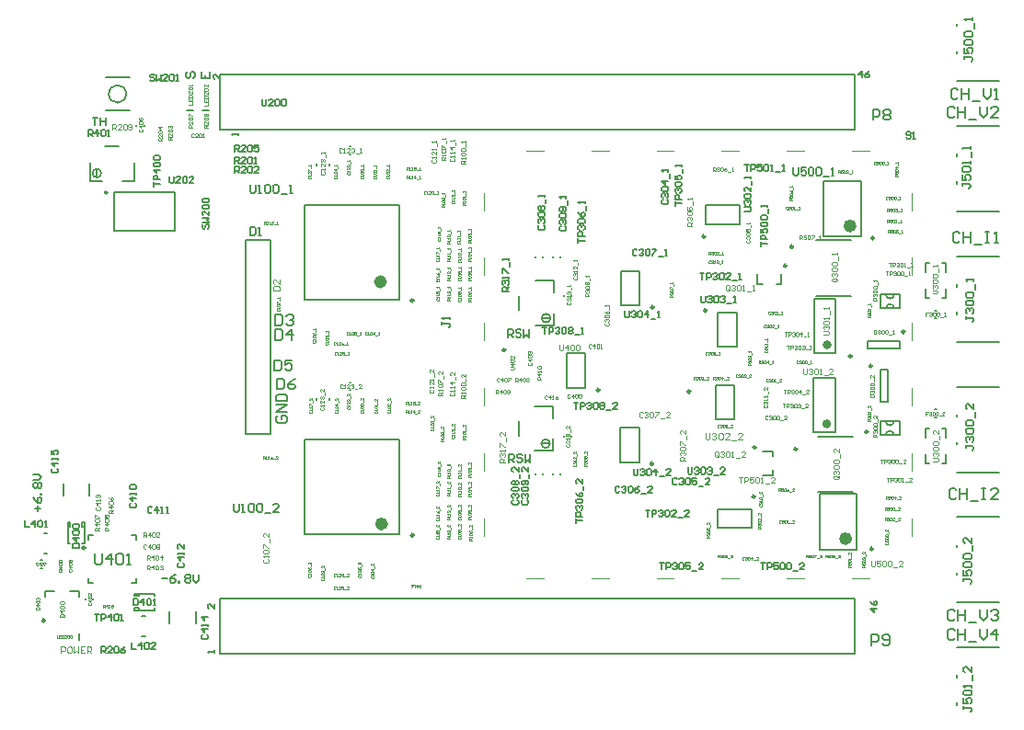
<source format=gbr>
G04 Layer_Color=65535*
%FSLAX45Y45*%
%MOMM*%
%TF.FileFunction,Legend,Top*%
%TF.Part,Single*%
G01*
G75*
%TA.AperFunction,NonConductor*%
%ADD70C,0.12000*%
%ADD71C,0.20000*%
%ADD125C,0.25000*%
%ADD126C,0.10000*%
%ADD127C,0.60000*%
%ADD128C,0.40000*%
%ADD129C,0.12700*%
%ADD130C,0.05000*%
%ADD131C,0.15000*%
%ADD132C,0.08000*%
%ADD133C,0.13000*%
%ADD134C,0.06000*%
%ADD135C,0.07000*%
%ADD136C,0.16000*%
D70*
X13930000Y9719981D02*
Y9669997D01*
X13939996Y9660000D01*
X13959990D01*
X13969987Y9669997D01*
Y9719981D01*
X13989981Y9709984D02*
X13999977Y9719981D01*
X14019971D01*
X14029968Y9709984D01*
Y9699987D01*
X14019971Y9689990D01*
X14009975D01*
X14019971D01*
X14029968Y9679994D01*
Y9669997D01*
X14019971Y9660000D01*
X13999977D01*
X13989981Y9669997D01*
X14049960Y9709984D02*
X14059958Y9719981D01*
X14079951D01*
X14089948Y9709984D01*
Y9669997D01*
X14079951Y9660000D01*
X14059958D01*
X14049960Y9669997D01*
Y9709984D01*
X14149928Y9660000D02*
X14109943D01*
X14149928Y9699987D01*
Y9709984D01*
X14139932Y9719981D01*
X14119939D01*
X14109943Y9709984D01*
X14169922Y9650003D02*
X14209909D01*
X14269890Y9660000D02*
X14229903D01*
X14269890Y9699987D01*
Y9709984D01*
X14259892Y9719981D01*
X14239900D01*
X14229903Y9709984D01*
X15460001Y8539984D02*
Y8498331D01*
X15468330Y8490000D01*
X15484991D01*
X15493323Y8498331D01*
Y8539984D01*
X15543306D02*
X15509984D01*
Y8514992D01*
X15526645Y8523323D01*
X15534976D01*
X15543306Y8514992D01*
Y8498331D01*
X15534976Y8490000D01*
X15518314D01*
X15509984Y8498331D01*
X15559967Y8531653D02*
X15568298Y8539984D01*
X15584959D01*
X15593291Y8531653D01*
Y8498331D01*
X15584959Y8490000D01*
X15568298D01*
X15559967Y8498331D01*
Y8531653D01*
X15609950D02*
X15618282Y8539984D01*
X15634943D01*
X15643274Y8531653D01*
Y8498331D01*
X15634943Y8490000D01*
X15618282D01*
X15609950Y8498331D01*
Y8531653D01*
X15659935Y8481669D02*
X15693257D01*
X15743240Y8490000D02*
X15709918D01*
X15743240Y8523323D01*
Y8531653D01*
X15734911Y8539984D01*
X15718250D01*
X15709918Y8531653D01*
X12590000Y10529984D02*
Y10488331D01*
X12598331Y10480000D01*
X12614992D01*
X12623322Y10488331D01*
Y10529984D01*
X12664975Y10480000D02*
Y10529984D01*
X12639984Y10504992D01*
X12673306D01*
X12689967Y10521653D02*
X12698298Y10529984D01*
X12714959D01*
X12723290Y10521653D01*
Y10488331D01*
X12714959Y10480000D01*
X12698298D01*
X12689967Y10488331D01*
Y10521653D01*
X12739951D02*
X12748282Y10529984D01*
X12764943D01*
X12773273Y10521653D01*
Y10488331D01*
X12764943Y10480000D01*
X12748282D01*
X12739951Y10488331D01*
Y10521653D01*
X13353323Y9901653D02*
X13344992Y9909984D01*
X13328331D01*
X13320000Y9901653D01*
Y9868331D01*
X13328331Y9860000D01*
X13344992D01*
X13353323Y9868331D01*
X13369984Y9901653D02*
X13378314Y9909984D01*
X13394975D01*
X13403307Y9901653D01*
Y9893323D01*
X13394975Y9884992D01*
X13386646D01*
X13394975D01*
X13403307Y9876661D01*
Y9868331D01*
X13394975Y9860000D01*
X13378314D01*
X13369984Y9868331D01*
X13419968Y9901653D02*
X13428297Y9909984D01*
X13444958D01*
X13453290Y9901653D01*
Y9868331D01*
X13444958Y9860000D01*
X13428297D01*
X13419968Y9868331D01*
Y9901653D01*
X13469951Y9909984D02*
X13503273D01*
Y9901653D01*
X13469951Y9868331D01*
Y9860000D01*
X13519936Y9851669D02*
X13553258D01*
X13603241Y9860000D02*
X13569917D01*
X13603241Y9893323D01*
Y9901653D01*
X13594910Y9909984D01*
X13578249D01*
X13569917Y9901653D01*
X12090000Y9450000D02*
X12040016D01*
Y9474992D01*
X12048347Y9483322D01*
X12065008D01*
X12073339Y9474992D01*
Y9450000D01*
Y9466661D02*
X12090000Y9483322D01*
X12048347Y9499984D02*
X12040016Y9508314D01*
Y9524975D01*
X12048347Y9533306D01*
X12056677D01*
X12065008Y9524975D01*
Y9516645D01*
Y9524975D01*
X12073339Y9533306D01*
X12081669D01*
X12090000Y9524975D01*
Y9508314D01*
X12081669Y9499984D01*
X12090000Y9549967D02*
Y9566628D01*
Y9558298D01*
X12040016D01*
X12048347Y9549967D01*
X12040016Y9591620D02*
Y9624943D01*
X12048347D01*
X12081669Y9591620D01*
X12090000D01*
X12098331Y9641604D02*
Y9674927D01*
X12090000Y9724910D02*
Y9691588D01*
X12056677Y9724910D01*
X12048347D01*
X12040016Y9716580D01*
Y9699918D01*
X12048347Y9691588D01*
X8000000Y7690000D02*
Y7749981D01*
X8029990D01*
X8039987Y7739984D01*
Y7719990D01*
X8029990Y7709994D01*
X8000000D01*
X8089971Y7749981D02*
X8069977D01*
X8059981Y7739984D01*
Y7699997D01*
X8069977Y7690000D01*
X8089971D01*
X8099968Y7699997D01*
Y7739984D01*
X8089971Y7749981D01*
X8119961D02*
Y7690000D01*
X8139955Y7709994D01*
X8159948Y7690000D01*
Y7749981D01*
X8219929D02*
X8179942D01*
Y7690000D01*
X8219929D01*
X8179942Y7719990D02*
X8199935D01*
X8239922Y7690000D02*
Y7749981D01*
X8269913D01*
X8279909Y7739984D01*
Y7719990D01*
X8269913Y7709994D01*
X8239922D01*
X8259916D02*
X8279909Y7690000D01*
X9950019Y11030000D02*
X10010000D01*
Y11059990D01*
X10000003Y11069987D01*
X9960016D01*
X9950019Y11059990D01*
Y11030000D01*
X10010000Y11129968D02*
Y11089981D01*
X9970013Y11129968D01*
X9960016D01*
X9950019Y11119971D01*
Y11099977D01*
X9960016Y11089981D01*
D71*
X12503431Y10775000D02*
G03*
X12503431Y10775000I-40000J0D01*
G01*
X15668108Y10866508D02*
G03*
X15591908Y10866508I-38100J0D01*
G01*
Y10993508D02*
G03*
X15668108Y10993508I38100J0D01*
G01*
X12500000Y9620000D02*
G03*
X12500000Y9620000I-40000J0D01*
G01*
X15589433Y9825298D02*
G03*
X15665633Y9825298I38100J0D01*
G01*
Y9698298D02*
G03*
X15589433Y9698298I-38100J0D01*
G01*
X8370000Y12110000D02*
G03*
X8370000Y12110000I-40000J0D01*
G01*
X9929993Y9708000D02*
X9930008Y11498000D01*
X9699980Y9708000D02*
X9929993D01*
X9699980D02*
X9700001Y11498000D01*
X9930008D01*
X8225000Y8185000D02*
Y8195000D01*
X8295000Y8185000D02*
Y8195000D01*
X7815000Y8475000D02*
X7825000D01*
X7815000Y8545000D02*
X7825000D01*
X7855000Y8210000D02*
Y8260000D01*
X7940000D01*
X8165000Y8210000D02*
Y8260000D01*
X8080000D02*
X8165000D01*
X15956970Y10959035D02*
X15989999D01*
X15957001D02*
Y11045000D01*
X16142999Y11280965D02*
X16142999Y11195000D01*
X16110001Y11280965D02*
X16143030D01*
X15957001Y11195000D02*
X15957001Y11280965D01*
X15956969D02*
X15989999D01*
X16142999Y10959035D02*
X16142999Y11045000D01*
X16110001Y10959035D02*
X16143030D01*
X16110001Y9760965D02*
X16143030D01*
X16142999Y9675000D02*
Y9760965D01*
X15957001Y9525000D02*
X15957001Y9439035D01*
X15956969D02*
X15989999D01*
X16142999D02*
X16142999Y9525000D01*
X16110001Y9439035D02*
X16143030D01*
X15957001Y9675000D02*
X15957001Y9760965D01*
X15956969D02*
X15989999D01*
X16240700Y12266200D02*
Y12287800D01*
Y12012200D02*
Y12033800D01*
Y11756800D02*
X16630701D01*
X16240700Y12543200D02*
X16630701D01*
X16240700Y8666200D02*
Y8687800D01*
Y8412200D02*
Y8433800D01*
Y8156800D02*
X16630701D01*
X16240700Y8943200D02*
X16630701D01*
X16240700Y9866200D02*
Y9887800D01*
Y9612200D02*
Y9633800D01*
Y9356800D02*
X16630701D01*
X16240700Y10143200D02*
X16630701D01*
X16240700Y11066200D02*
Y11087800D01*
Y10812200D02*
Y10833800D01*
Y10556800D02*
X16630701D01*
X16240700Y11343200D02*
X16630701D01*
X16240700Y13466199D02*
Y13487801D01*
Y13212199D02*
Y13233800D01*
Y12956799D02*
X16630701D01*
X16240700Y7466200D02*
Y7487800D01*
Y7212200D02*
Y7233800D01*
Y7743200D02*
X16630701D01*
X12214431Y10850000D02*
Y10980000D01*
X12423431Y10775000D02*
X12503431D01*
X12532431Y10710000D02*
Y10820000D01*
X12363431Y10710000D02*
X12532431D01*
Y11010000D02*
Y11120000D01*
X12363431D02*
X12532431D01*
X15607526Y10001807D02*
Y10301806D01*
X15537524Y10001807D02*
Y10301806D01*
Y10001807D02*
X15607526D01*
X15537524Y10301806D02*
X15607526D01*
X14410001Y11092500D02*
X14455000D01*
X14410001D02*
Y11182500D01*
X14585001Y11092500D02*
X14630000D01*
Y11182500D01*
X12438431Y11330000D02*
Y11340000D01*
X12368431Y11330000D02*
Y11340000D01*
X12625000Y9685000D02*
Y9695000D01*
X12695000Y9685000D02*
Y9695000D01*
X7844000Y8794000D02*
X7874000D01*
X7844000Y8606000D02*
X7874000D01*
X8745000Y8034000D02*
X8775000D01*
X8745000Y7846000D02*
X8775000D01*
X14042500Y10510000D02*
Y10830000D01*
X14217500Y10510000D02*
Y10830000D01*
X14042500D02*
X14217500D01*
X14042500Y10510000D02*
X14217500D01*
X14022501Y9840000D02*
Y10160000D01*
X14197501Y9840000D02*
Y10160000D01*
X14022501D02*
X14197501D01*
X14022501Y9840000D02*
X14197501D01*
X13930000Y11642500D02*
X14250000D01*
X13930000Y11817500D02*
X14250000D01*
X13930000Y11642500D02*
Y11817500D01*
X14250000Y11642500D02*
Y11817500D01*
X8170000Y7810000D02*
Y7870000D01*
X9461500Y8191500D02*
X15303500D01*
X9461500Y7683500D02*
Y8191500D01*
Y7683500D02*
X15303500D01*
Y8191500D01*
X9461500Y13017500D02*
X15303500D01*
Y12509500D02*
Y13017500D01*
X9461500Y12509500D02*
X15303500D01*
X9461500D02*
Y13017500D01*
X8249000Y8340000D02*
X8291500D01*
X8249000D02*
Y8382500D01*
X8646500Y8340000D02*
X8689000D01*
Y8382500D01*
Y8737500D02*
Y8780000D01*
X8646500D02*
X8689000D01*
X8249000D02*
X8291500D01*
X8249000Y8737500D02*
Y8780000D01*
X14980000Y9155000D02*
X15320000D01*
X14980000Y8645000D02*
X15320000D01*
X14980000D02*
Y9155000D01*
X15320000Y8645000D02*
Y9155000D01*
X15020000Y12035000D02*
X15360001D01*
X15020000Y11525000D02*
X15360001D01*
X15020000D02*
Y12035000D01*
X15360001Y11525000D02*
Y12035000D01*
X13322501Y9450000D02*
Y9770000D01*
X13147501Y9450000D02*
Y9770000D01*
Y9450000D02*
X13322501D01*
X13147501Y9770000D02*
X13322501D01*
X13327499Y10890000D02*
Y11210000D01*
X13152499Y10890000D02*
Y11210000D01*
Y10890000D02*
X13327499D01*
X13152499Y11210000D02*
X13327499D01*
X8675000Y8215003D02*
Y8235003D01*
X8865002Y8215003D02*
Y8235003D01*
X8675000Y8085001D02*
Y8105001D01*
X8865002Y8085001D02*
Y8105001D01*
X8675000Y8235003D02*
X8865002D01*
X8675000Y8085001D02*
X8865002D01*
X8675000Y8105001D02*
X8715000D01*
Y8085001D02*
Y8105001D01*
Y8215003D02*
Y8235003D01*
X8675000Y8215003D02*
X8715000D01*
X8194003Y8895000D02*
X8214003D01*
X8194003Y8704998D02*
X8214003D01*
X8064001Y8895000D02*
X8084001D01*
X8064001Y8704998D02*
X8084001D01*
X8214003D02*
Y8895000D01*
X8064001Y8704998D02*
Y8895000D01*
X8084001Y8855001D02*
Y8895000D01*
X8064001Y8855001D02*
X8084001D01*
X8194003D02*
X8214003D01*
X8194003D02*
Y8895000D01*
X8019000Y9145000D02*
Y9255000D01*
X8259000Y9145000D02*
Y9255000D01*
X12525000Y9335000D02*
Y9345000D01*
X12595000Y9335000D02*
Y9345000D01*
X14949504Y10982408D02*
X15270505D01*
X14949504Y11497408D02*
X15270505D01*
X15541109Y10866508D02*
Y10993508D01*
Y10866508D02*
X15718909D01*
Y10993508D01*
X15541109D02*
X15718909D01*
X15130000Y10450000D02*
Y10950000D01*
X14930000Y10450000D02*
Y10950000D01*
Y10450000D02*
X15130000D01*
X14930000Y10950000D02*
X15130000D01*
X15127525Y9721806D02*
Y10221806D01*
X14927525Y9721806D02*
Y10221806D01*
Y9721806D02*
X15127525D01*
X14927525Y10221806D02*
X15127525D01*
X16045000Y10775000D02*
X16055000D01*
X16045000Y10845000D02*
X16055000D01*
X12211000Y9695000D02*
Y9825000D01*
X12420000Y9620000D02*
X12500000D01*
X12529000Y9555000D02*
Y9665000D01*
X12360000Y9555000D02*
X12529000D01*
Y9855000D02*
Y9965000D01*
X12360000D02*
X12529000D01*
X14969504Y9172408D02*
X15290504D01*
X14969504Y9687408D02*
X15290504D01*
X14547501Y9330000D02*
Y9375000D01*
X14457500Y9330000D02*
X14547501D01*
Y9505000D02*
Y9550000D01*
X14457500D02*
X14547501D01*
X10245000Y11815001D02*
X11115000D01*
X10245000Y10945001D02*
X11115000D01*
X10245000D02*
Y11815001D01*
X11115000Y10945001D02*
Y11815001D01*
X10245000Y9655001D02*
X11115000D01*
X10245000Y8785001D02*
X11115000D01*
X10245000D02*
Y9655001D01*
X11115000Y8785001D02*
Y9655001D01*
X9239000Y7965000D02*
Y8075000D01*
X8999000Y7965000D02*
Y8075000D01*
X16045000Y9935000D02*
X16055000D01*
X16045000Y9865000D02*
X16055000D01*
X15420000Y10495000D02*
X15720000D01*
X15420000Y10565000D02*
X15720000D01*
X15420000Y10495000D02*
Y10565000D01*
X15720000Y10495000D02*
Y10565000D01*
X15538634Y9698298D02*
Y9825298D01*
X15716434D01*
Y9698298D02*
Y9825298D01*
X15538634Y9698298D02*
X15716434D01*
X12528431Y11330000D02*
Y11340000D01*
X12598431Y11330000D02*
Y11340000D01*
X12435000Y9335000D02*
Y9345000D01*
X12365000Y9335000D02*
Y9345000D01*
X12628431Y10980000D02*
Y10990000D01*
X12698431Y10980000D02*
Y10990000D01*
X12827499Y10130000D02*
Y10450000D01*
X12652500Y10130000D02*
Y10450000D01*
Y10130000D02*
X12827499D01*
X12652500Y10450000D02*
X12827499D01*
X14039999Y9017500D02*
X14360001D01*
X14039999Y8842500D02*
X14360001D01*
Y9017500D01*
X14039999Y8842500D02*
Y9017500D01*
X10352500Y12185001D02*
Y12195001D01*
X10467500Y12185001D02*
Y12195001D01*
X10352500Y10025001D02*
Y10035001D01*
X10467500Y10025001D02*
Y10035001D01*
X10655000Y10185000D02*
X10665000D01*
X10655000Y10115000D02*
X10665000D01*
X10655000Y12355000D02*
X10665000D01*
X10655000Y12285000D02*
X10665000D01*
X8405000Y12359000D02*
X8535000D01*
X8330000Y12070000D02*
Y12150000D01*
X8265000Y12041000D02*
X8375000D01*
X8265000D02*
Y12210000D01*
X8565000Y12041000D02*
X8675000D01*
Y12210000D01*
X8695000Y12545000D02*
Y12555000D01*
X8765000Y12545000D02*
Y12555000D01*
X9160000Y12690000D02*
X9220000D01*
X9300000D02*
X9360000D01*
X8310000Y8609968D02*
Y8526661D01*
X8326661Y8510000D01*
X8359984D01*
X8376645Y8526661D01*
Y8609968D01*
X8459952Y8510000D02*
Y8609968D01*
X8409968Y8559984D01*
X8476613D01*
X8509935Y8593306D02*
X8526597Y8609968D01*
X8559919D01*
X8576581Y8593306D01*
Y8526661D01*
X8559919Y8510000D01*
X8526597D01*
X8509935Y8526661D01*
Y8593306D01*
X8609903Y8510000D02*
X8643226D01*
X8626565D01*
Y8609968D01*
X8609903Y8593306D01*
X15460001Y7760000D02*
Y7859968D01*
X15509984D01*
X15526645Y7843306D01*
Y7809984D01*
X15509984Y7793322D01*
X15460001D01*
X15559969Y7776661D02*
X15576630Y7760000D01*
X15609952D01*
X15626613Y7776661D01*
Y7843306D01*
X15609952Y7859968D01*
X15576630D01*
X15559969Y7843306D01*
Y7826645D01*
X15576630Y7809984D01*
X15626613D01*
X15470000Y12600000D02*
Y12699968D01*
X15519984D01*
X15536646Y12683306D01*
Y12649984D01*
X15519984Y12633322D01*
X15470000D01*
X15569968Y12683306D02*
X15586629Y12699968D01*
X15619952D01*
X15636613Y12683306D01*
Y12666645D01*
X15619952Y12649984D01*
X15636613Y12633322D01*
Y12616661D01*
X15619952Y12600000D01*
X15586629D01*
X15569968Y12616661D01*
Y12633322D01*
X15586629Y12649984D01*
X15569968Y12666645D01*
Y12683306D01*
X15586629Y12649984D02*
X15619952D01*
X16273306Y11553306D02*
X16256645Y11569968D01*
X16223323D01*
X16206662Y11553306D01*
Y11486661D01*
X16223323Y11470000D01*
X16256645D01*
X16273306Y11486661D01*
X16306628Y11569968D02*
Y11470000D01*
Y11519984D01*
X16373274D01*
Y11569968D01*
Y11470000D01*
X16406596Y11453339D02*
X16473242D01*
X16506564Y11569968D02*
X16539886D01*
X16523225D01*
Y11470000D01*
X16506564D01*
X16539886D01*
X16589871D02*
X16623193D01*
X16606532D01*
Y11569968D01*
X16589871Y11553306D01*
X16239984Y9193306D02*
X16223323Y9209968D01*
X16189999D01*
X16173338Y9193306D01*
Y9126661D01*
X16189999Y9110000D01*
X16223323D01*
X16239984Y9126661D01*
X16273306Y9209968D02*
Y9110000D01*
Y9159984D01*
X16339952D01*
Y9209968D01*
Y9110000D01*
X16373276Y9093339D02*
X16439920D01*
X16473242Y9209968D02*
X16506564D01*
X16489903D01*
Y9110000D01*
X16473242D01*
X16506564D01*
X16623193D02*
X16556549D01*
X16623193Y9176645D01*
Y9193306D01*
X16606532Y9209968D01*
X16573210D01*
X16556549Y9193306D01*
X16223323Y12703307D02*
X16206662Y12719968D01*
X16173338D01*
X16156677Y12703307D01*
Y12636662D01*
X16173338Y12620000D01*
X16206662D01*
X16223323Y12636662D01*
X16256645Y12719968D02*
Y12620000D01*
Y12669984D01*
X16323289D01*
Y12719968D01*
Y12620000D01*
X16356613Y12603339D02*
X16423257D01*
X16456581Y12719968D02*
Y12653323D01*
X16489903Y12620000D01*
X16523225Y12653323D01*
Y12719968D01*
X16623193Y12620000D02*
X16556549D01*
X16623193Y12686645D01*
Y12703307D01*
X16606532Y12719968D01*
X16573210D01*
X16556549Y12703307D01*
X16256645Y12873306D02*
X16239984Y12889967D01*
X16206662D01*
X16189999Y12873306D01*
Y12806660D01*
X16206662Y12790000D01*
X16239984D01*
X16256645Y12806660D01*
X16289967Y12889967D02*
Y12790000D01*
Y12839984D01*
X16356613D01*
Y12889967D01*
Y12790000D01*
X16389935Y12773339D02*
X16456581D01*
X16489903Y12889967D02*
Y12823323D01*
X16523225Y12790000D01*
X16556549Y12823323D01*
Y12889967D01*
X16589871Y12790000D02*
X16623193D01*
X16606532D01*
Y12889967D01*
X16589871Y12873306D01*
X16223323Y8073306D02*
X16206662Y8089968D01*
X16173338D01*
X16156677Y8073306D01*
Y8006661D01*
X16173338Y7990000D01*
X16206662D01*
X16223323Y8006661D01*
X16256645Y8089968D02*
Y7990000D01*
Y8039984D01*
X16323289D01*
Y8089968D01*
Y7990000D01*
X16356613Y7973338D02*
X16423257D01*
X16456581Y8089968D02*
Y8023322D01*
X16489903Y7990000D01*
X16523225Y8023322D01*
Y8089968D01*
X16556549Y8073306D02*
X16573210Y8089968D01*
X16606532D01*
X16623193Y8073306D01*
Y8056645D01*
X16606532Y8039984D01*
X16589871D01*
X16606532D01*
X16623193Y8023322D01*
Y8006661D01*
X16606532Y7990000D01*
X16573210D01*
X16556549Y8006661D01*
X16223323Y7893306D02*
X16206662Y7909968D01*
X16173338D01*
X16156677Y7893306D01*
Y7826661D01*
X16173338Y7810000D01*
X16206662D01*
X16223323Y7826661D01*
X16256645Y7909968D02*
Y7810000D01*
Y7859984D01*
X16323289D01*
Y7909968D01*
Y7810000D01*
X16356613Y7793338D02*
X16423257D01*
X16456581Y7909968D02*
Y7843322D01*
X16489903Y7810000D01*
X16523225Y7843322D01*
Y7909968D01*
X16606532Y7810000D02*
Y7909968D01*
X16556549Y7859984D01*
X16623193D01*
X9996693Y9876645D02*
X9980032Y9859984D01*
Y9826661D01*
X9996693Y9810000D01*
X10063339D01*
X10080000Y9826661D01*
Y9859984D01*
X10063339Y9876645D01*
X10030016D01*
Y9843322D01*
X10080000Y9909968D02*
X9980032D01*
X10080000Y9976613D01*
X9980032D01*
Y10009936D02*
X10080000D01*
Y10059919D01*
X10063339Y10076581D01*
X9996693D01*
X9980032Y10059919D01*
Y10009936D01*
X9990000Y10219968D02*
Y10120000D01*
X10039984D01*
X10056645Y10136661D01*
Y10203306D01*
X10039984Y10219968D01*
X9990000D01*
X10156613D02*
X10123290Y10203306D01*
X10089968Y10169984D01*
Y10136661D01*
X10106629Y10120000D01*
X10139952D01*
X10156613Y10136661D01*
Y10153323D01*
X10139952Y10169984D01*
X10089968D01*
X9960000Y10389968D02*
Y10290000D01*
X10009984D01*
X10026645Y10306661D01*
Y10373306D01*
X10009984Y10389968D01*
X9960000D01*
X10126613D02*
X10059968D01*
Y10339984D01*
X10093290Y10356645D01*
X10109952D01*
X10126613Y10339984D01*
Y10306661D01*
X10109952Y10290000D01*
X10076629D01*
X10059968Y10306661D01*
X9970000Y10669968D02*
Y10570000D01*
X10019984D01*
X10036645Y10586661D01*
Y10653306D01*
X10019984Y10669968D01*
X9970000D01*
X10119952Y10570000D02*
Y10669968D01*
X10069968Y10619984D01*
X10136613D01*
X9970000Y10809968D02*
Y10710000D01*
X10019984D01*
X10036645Y10726661D01*
Y10793306D01*
X10019984Y10809968D01*
X9970000D01*
X10069968Y10793306D02*
X10086629Y10809968D01*
X10119952D01*
X10136613Y10793306D01*
Y10776645D01*
X10119952Y10759984D01*
X10103290D01*
X10119952D01*
X10136613Y10743322D01*
Y10726661D01*
X10119952Y10710000D01*
X10086629D01*
X10069968Y10726661D01*
D125*
X7852500Y7990000D02*
G03*
X7852500Y7990000I-12500J0D01*
G01*
X12090000Y10482500D02*
G03*
X12090000Y10482500I-12500J0D01*
G01*
X8424000Y11933500D02*
G03*
X8424000Y11933500I-10000J0D01*
G01*
X15465025Y10334306D02*
G03*
X15465025Y10334306I-12500J0D01*
G01*
X14677499Y11257500D02*
G03*
X14677499Y11257500I-12500J0D01*
G01*
X13939999Y10845000D02*
G03*
X13939999Y10845000I-12500J0D01*
G01*
X13792500Y10100000D02*
G03*
X13792500Y10100000I-12500J0D01*
G01*
X13927499Y11527500D02*
G03*
X13927499Y11527500I-12500J0D01*
G01*
X8222500Y8660000D02*
G03*
X8222500Y8660000I-12500J0D01*
G01*
X15472501Y8650000D02*
G03*
X15472501Y8650000I-12500J0D01*
G01*
X15482500Y11512500D02*
G03*
X15482500Y11512500I-12500J0D01*
G01*
X13450000Y9435000D02*
G03*
X13450000Y9435000I-12500J0D01*
G01*
X13455000Y10875000D02*
G03*
X13455000Y10875000I-12500J0D01*
G01*
X14737492Y11432508D02*
G03*
X14737492Y11432508I-12500J0D01*
G01*
X15277499Y10424500D02*
G03*
X15277499Y10424500I-12500J0D01*
G01*
X15425000Y9730000D02*
G03*
X15425000Y9730000I-12500J0D01*
G01*
X14772501Y9570000D02*
G03*
X14772501Y9570000I-12500J0D01*
G01*
X14395000Y9585000D02*
G03*
X14395000Y9585000I-12500J0D01*
G01*
X11245000Y10937501D02*
G03*
X11245000Y10937501I-12500J0D01*
G01*
Y8777501D02*
G03*
X11245000Y8777501I-12500J0D01*
G01*
X15764999Y10650000D02*
G03*
X15764999Y10650000I-12500J0D01*
G01*
X12955000Y10115000D02*
G03*
X12955000Y10115000I-12500J0D01*
G01*
X14387500Y9132500D02*
G03*
X14387500Y9132500I-12500J0D01*
G01*
D126*
X8915000Y12360000D02*
G03*
X8915000Y12360000I-5000J0D01*
G01*
X10586658Y12333323D02*
X10579994Y12339987D01*
X10566664D01*
X10560000Y12333323D01*
Y12306664D01*
X10566664Y12300000D01*
X10579994D01*
X10586658Y12306664D01*
X10599987Y12300000D02*
X10613316D01*
X10606651D01*
Y12339987D01*
X10599987Y12333323D01*
X10659968Y12300000D02*
X10633309D01*
X10659968Y12326658D01*
Y12333323D01*
X10653303Y12339987D01*
X10639974D01*
X10633309Y12333323D01*
X10673296D02*
X10679961Y12339987D01*
X10693290D01*
X10699954Y12333323D01*
Y12326658D01*
X10693290Y12319994D01*
X10686625D01*
X10693290D01*
X10699954Y12313329D01*
Y12306664D01*
X10693290Y12300000D01*
X10679961D01*
X10673296Y12306664D01*
X10713283Y12293336D02*
X10739941D01*
X10753270Y12300000D02*
X10766599D01*
X10759935D01*
Y12339987D01*
X10753270Y12333323D01*
X11720000Y10040000D02*
X11680013D01*
Y10059994D01*
X11686677Y10066658D01*
X11700006D01*
X11706671Y10059994D01*
Y10040000D01*
Y10053329D02*
X11720000Y10066658D01*
Y10079987D02*
Y10093316D01*
Y10086651D01*
X11680013D01*
X11686677Y10079987D01*
Y10113309D02*
X11680013Y10119974D01*
Y10133303D01*
X11686677Y10139968D01*
X11713335D01*
X11720000Y10133303D01*
Y10119974D01*
X11713335Y10113309D01*
X11686677D01*
Y10153296D02*
X11680013Y10159961D01*
Y10173290D01*
X11686677Y10179954D01*
X11713335D01*
X11720000Y10173290D01*
Y10159961D01*
X11713335Y10153296D01*
X11686677D01*
X11726664Y10193283D02*
Y10219941D01*
X11720000Y10259928D02*
Y10233270D01*
X11693342Y10259928D01*
X11686677D01*
X11680013Y10253264D01*
Y10239935D01*
X11686677Y10233270D01*
X11720000Y12200000D02*
X11680013D01*
Y12219994D01*
X11686677Y12226658D01*
X11700006D01*
X11706671Y12219994D01*
Y12200000D01*
Y12213329D02*
X11720000Y12226658D01*
Y12239987D02*
Y12253316D01*
Y12246651D01*
X11680013D01*
X11686677Y12239987D01*
Y12273309D02*
X11680013Y12279974D01*
Y12293303D01*
X11686677Y12299968D01*
X11713335D01*
X11720000Y12293303D01*
Y12279974D01*
X11713335Y12273309D01*
X11686677D01*
Y12313296D02*
X11680013Y12319961D01*
Y12333290D01*
X11686677Y12339954D01*
X11713335D01*
X11720000Y12333290D01*
Y12319961D01*
X11713335Y12313296D01*
X11686677D01*
X11726664Y12353283D02*
Y12379941D01*
X11720000Y12393270D02*
Y12406599D01*
Y12399935D01*
X11680013D01*
X11686677Y12393270D01*
X11510000Y10064999D02*
X11470013D01*
Y10084993D01*
X11476678Y10091657D01*
X11490007D01*
X11496671Y10084993D01*
Y10064999D01*
Y10078328D02*
X11510000Y10091657D01*
Y10104986D02*
Y10118315D01*
Y10111650D01*
X11470013D01*
X11476678Y10104986D01*
Y10138308D02*
X11470013Y10144973D01*
Y10158302D01*
X11476678Y10164966D01*
X11503336D01*
X11510000Y10158302D01*
Y10144973D01*
X11503336Y10138308D01*
X11476678D01*
X11470013Y10178295D02*
Y10204953D01*
X11476678D01*
X11503336Y10178295D01*
X11510000D01*
X11516665Y10218282D02*
Y10244940D01*
X11510000Y10284927D02*
Y10258269D01*
X11483342Y10284927D01*
X11476678D01*
X11470013Y10278263D01*
Y10264934D01*
X11476678Y10258269D01*
X11540000Y12230000D02*
X11500013D01*
Y12249994D01*
X11506678Y12256658D01*
X11520006D01*
X11526671Y12249994D01*
Y12230000D01*
Y12243329D02*
X11540000Y12256658D01*
Y12269987D02*
Y12283316D01*
Y12276651D01*
X11500013D01*
X11506678Y12269987D01*
Y12303309D02*
X11500013Y12309974D01*
Y12323303D01*
X11506678Y12329967D01*
X11533336D01*
X11540000Y12323303D01*
Y12309974D01*
X11533336Y12303309D01*
X11506678D01*
X11500013Y12343296D02*
Y12369954D01*
X11506678D01*
X11533336Y12343296D01*
X11540000D01*
X11546664Y12383283D02*
Y12409941D01*
X11540000Y12423270D02*
Y12436599D01*
Y12429935D01*
X11500013D01*
X11506678Y12423270D01*
X11586677Y10086658D02*
X11580013Y10079994D01*
Y10066664D01*
X11586677Y10060000D01*
X11613335D01*
X11620000Y10066664D01*
Y10079994D01*
X11613335Y10086658D01*
X11620000Y10099987D02*
Y10113316D01*
Y10106651D01*
X11580013D01*
X11586677Y10099987D01*
X11620000Y10133309D02*
Y10146638D01*
Y10139974D01*
X11580013D01*
X11586677Y10133309D01*
X11620000Y10186626D02*
X11580013D01*
X11600006Y10166632D01*
Y10193290D01*
X11626664Y10206619D02*
Y10233277D01*
X11620000Y10273264D02*
Y10246606D01*
X11593342Y10273264D01*
X11586677D01*
X11580013Y10266599D01*
Y10253270D01*
X11586677Y10246606D01*
X11586678Y12246658D02*
X11580013Y12239993D01*
Y12226664D01*
X11586678Y12220000D01*
X11613336D01*
X11620000Y12226664D01*
Y12239993D01*
X11613336Y12246658D01*
X11620000Y12259987D02*
Y12273316D01*
Y12266651D01*
X11580013D01*
X11586678Y12259987D01*
X11620000Y12293309D02*
Y12306638D01*
Y12299974D01*
X11580013D01*
X11586678Y12293309D01*
X11620000Y12346625D02*
X11580013D01*
X11600007Y12326632D01*
Y12353290D01*
X11626665Y12366619D02*
Y12393277D01*
X11620000Y12406606D02*
Y12419935D01*
Y12413270D01*
X11580013D01*
X11586678Y12406606D01*
X8760000Y8760000D02*
Y8799987D01*
X8779994D01*
X8786658Y8793323D01*
Y8779994D01*
X8779994Y8773329D01*
X8760000D01*
X8773329D02*
X8786658Y8760000D01*
X8819981D02*
Y8799987D01*
X8799987Y8779994D01*
X8826645D01*
X8839974Y8793323D02*
X8846638Y8799987D01*
X8859968D01*
X8866632Y8793323D01*
Y8766664D01*
X8859968Y8760000D01*
X8846638D01*
X8839974Y8766664D01*
Y8793323D01*
X8906619Y8760000D02*
X8879961D01*
X8906619Y8786658D01*
Y8793323D01*
X8899955Y8799987D01*
X8886625D01*
X8879961Y8793323D01*
X8350000Y8820000D02*
X8310013D01*
Y8839993D01*
X8316678Y8846658D01*
X8330006D01*
X8336671Y8839993D01*
Y8820000D01*
Y8833329D02*
X8350000Y8846658D01*
Y8879980D02*
X8310013D01*
X8330006Y8859987D01*
Y8886645D01*
X8316678Y8899974D02*
X8310013Y8906638D01*
Y8919967D01*
X8316678Y8926632D01*
X8343336D01*
X8350000Y8919967D01*
Y8906638D01*
X8343336Y8899974D01*
X8316678D01*
X8310013Y8939961D02*
Y8966619D01*
X8316678D01*
X8343336Y8939961D01*
X8350000D01*
X8440000Y8820000D02*
X8400013D01*
Y8839993D01*
X8406677Y8846658D01*
X8420006D01*
X8426671Y8839993D01*
Y8820000D01*
Y8833329D02*
X8440000Y8846658D01*
Y8879980D02*
X8400013D01*
X8420006Y8859987D01*
Y8886645D01*
X8406677Y8899974D02*
X8400013Y8906638D01*
Y8919967D01*
X8406677Y8926632D01*
X8433335D01*
X8440000Y8919967D01*
Y8906638D01*
X8433335Y8899974D01*
X8406677D01*
X8400013Y8966619D02*
Y8939961D01*
X8420006D01*
X8413342Y8953290D01*
Y8959954D01*
X8420006Y8966619D01*
X8433335D01*
X8440000Y8959954D01*
Y8946625D01*
X8433335Y8939961D01*
X8480000Y8980000D02*
X8440013D01*
Y8999994D01*
X8446678Y9006658D01*
X8460006D01*
X8466671Y8999994D01*
Y8980000D01*
Y8993329D02*
X8480000Y9006658D01*
Y9039981D02*
X8440013D01*
X8460006Y9019987D01*
Y9046645D01*
X8446678Y9059974D02*
X8440013Y9066638D01*
Y9079968D01*
X8446678Y9086632D01*
X8473336D01*
X8480000Y9079968D01*
Y9066638D01*
X8473336Y9059974D01*
X8446678D01*
X8440013Y9126619D02*
X8446678Y9113290D01*
X8460006Y9099961D01*
X8473336D01*
X8480000Y9106625D01*
Y9119955D01*
X8473336Y9126619D01*
X8466671D01*
X8460006Y9119955D01*
Y9099961D01*
X8790000Y8550000D02*
Y8589987D01*
X8809994D01*
X8816658Y8583322D01*
Y8569994D01*
X8809994Y8563329D01*
X8790000D01*
X8803329D02*
X8816658Y8550000D01*
X8849981D02*
Y8589987D01*
X8829987Y8569994D01*
X8856645D01*
X8869974Y8583322D02*
X8876638Y8589987D01*
X8889967D01*
X8896632Y8583322D01*
Y8556664D01*
X8889967Y8550000D01*
X8876638D01*
X8869974Y8556664D01*
Y8583322D01*
X8929954Y8550000D02*
Y8589987D01*
X8909961Y8569994D01*
X8936619D01*
X8790000Y8460000D02*
Y8499987D01*
X8809994D01*
X8816658Y8493323D01*
Y8479994D01*
X8809994Y8473329D01*
X8790000D01*
X8803329D02*
X8816658Y8460000D01*
X8849981D02*
Y8499987D01*
X8829987Y8479994D01*
X8856645D01*
X8869974Y8493323D02*
X8876638Y8499987D01*
X8889967D01*
X8896632Y8493323D01*
Y8466665D01*
X8889967Y8460000D01*
X8876638D01*
X8869974Y8466665D01*
Y8493323D01*
X8909961D02*
X8916625Y8499987D01*
X8929954D01*
X8936619Y8493323D01*
Y8486658D01*
X8929954Y8479994D01*
X8923290D01*
X8929954D01*
X8936619Y8473329D01*
Y8466665D01*
X8929954Y8460000D01*
X8916625D01*
X8909961Y8466665D01*
X13750000Y9460000D02*
X13700015D01*
Y9484992D01*
X13708347Y9493322D01*
X13725008D01*
X13733339Y9484992D01*
Y9460000D01*
Y9476661D02*
X13750000Y9493322D01*
X13708347Y9509984D02*
X13700015Y9518314D01*
Y9534975D01*
X13708347Y9543306D01*
X13716676D01*
X13725008Y9534975D01*
Y9526645D01*
Y9534975D01*
X13733339Y9543306D01*
X13741669D01*
X13750000Y9534975D01*
Y9518314D01*
X13741669Y9509984D01*
X13708347Y9559967D02*
X13700015Y9568298D01*
Y9584959D01*
X13708347Y9593290D01*
X13741669D01*
X13750000Y9584959D01*
Y9568298D01*
X13741669Y9559967D01*
X13708347D01*
X13700015Y9609951D02*
Y9643273D01*
X13708347D01*
X13741669Y9609951D01*
X13750000D01*
X13758331Y9659934D02*
Y9693257D01*
X13750000Y9743241D02*
Y9709918D01*
X13716676Y9743241D01*
X13708347D01*
X13700015Y9734910D01*
Y9718249D01*
X13708347Y9709918D01*
X13810001Y11620000D02*
X13760016D01*
Y11644992D01*
X13768347Y11653322D01*
X13785008D01*
X13793340Y11644992D01*
Y11620000D01*
Y11636661D02*
X13810001Y11653322D01*
X13768347Y11669984D02*
X13760016Y11678314D01*
Y11694975D01*
X13768347Y11703306D01*
X13776678D01*
X13785008Y11694975D01*
Y11686645D01*
Y11694975D01*
X13793340Y11703306D01*
X13801669D01*
X13810001Y11694975D01*
Y11678314D01*
X13801669Y11669984D01*
X13768347Y11719967D02*
X13760016Y11728298D01*
Y11744959D01*
X13768347Y11753290D01*
X13801669D01*
X13810001Y11744959D01*
Y11728298D01*
X13801669Y11719967D01*
X13768347D01*
X13760016Y11803273D02*
Y11769951D01*
X13785008D01*
X13776678Y11786612D01*
Y11794943D01*
X13785008Y11803273D01*
X13801669D01*
X13810001Y11794943D01*
Y11778281D01*
X13801669Y11769951D01*
X13818330Y11819934D02*
Y11853257D01*
X13810001Y11869918D02*
Y11886579D01*
Y11878249D01*
X13760016D01*
X13768347Y11869918D01*
X8326678Y9036658D02*
X8320013Y9029994D01*
Y9016664D01*
X8326678Y9010000D01*
X8353336D01*
X8360000Y9016664D01*
Y9029994D01*
X8353336Y9036658D01*
X8360000Y9069981D02*
X8320013D01*
X8340006Y9049987D01*
Y9076645D01*
X8360000Y9089974D02*
Y9103303D01*
Y9096638D01*
X8320013D01*
X8326678Y9089974D01*
Y9123296D02*
X8320013Y9129961D01*
Y9143290D01*
X8326678Y9149955D01*
X8333342D01*
X8340006Y9143290D01*
Y9136625D01*
Y9143290D01*
X8346671Y9149955D01*
X8353336D01*
X8360000Y9143290D01*
Y9129961D01*
X8353336Y9123296D01*
X8786658Y8683322D02*
X8779994Y8689987D01*
X8766664D01*
X8760000Y8683322D01*
Y8656664D01*
X8766664Y8650000D01*
X8779994D01*
X8786658Y8656664D01*
X8819981Y8650000D02*
Y8689987D01*
X8799987Y8669994D01*
X8826645D01*
X8839974Y8683322D02*
X8846638Y8689987D01*
X8859968D01*
X8866632Y8683322D01*
Y8656664D01*
X8859968Y8650000D01*
X8846638D01*
X8839974Y8656664D01*
Y8683322D01*
X8879961D02*
X8886625Y8689987D01*
X8899955D01*
X8906619Y8683322D01*
Y8676658D01*
X8899955Y8669994D01*
X8906619Y8663329D01*
Y8656664D01*
X8899955Y8650000D01*
X8886625D01*
X8879961Y8656664D01*
Y8663329D01*
X8886625Y8669994D01*
X8879961Y8676658D01*
Y8683322D01*
X8886625Y8669994D02*
X8899955D01*
X15131670Y11143322D02*
X15098347D01*
X15090016Y11134992D01*
Y11118331D01*
X15098347Y11110000D01*
X15131670D01*
X15139999Y11118331D01*
Y11134992D01*
X15123338Y11126661D02*
X15139999Y11143322D01*
Y11134992D02*
X15131670Y11143322D01*
X15098347Y11159984D02*
X15090016Y11168314D01*
Y11184975D01*
X15098347Y11193306D01*
X15106677D01*
X15115009Y11184975D01*
Y11176645D01*
Y11184975D01*
X15123338Y11193306D01*
X15131670D01*
X15139999Y11184975D01*
Y11168314D01*
X15131670Y11159984D01*
X15098347Y11209967D02*
X15090016Y11218298D01*
Y11234959D01*
X15098347Y11243290D01*
X15131670D01*
X15139999Y11234959D01*
Y11218298D01*
X15131670Y11209967D01*
X15098347D01*
Y11259951D02*
X15090016Y11268282D01*
Y11284943D01*
X15098347Y11293273D01*
X15131670D01*
X15139999Y11284943D01*
Y11268282D01*
X15131670Y11259951D01*
X15098347D01*
X15148331Y11309934D02*
Y11343257D01*
X15139999Y11359918D02*
Y11376579D01*
Y11368249D01*
X15090016D01*
X15098347Y11359918D01*
X14153322Y11038331D02*
Y11071653D01*
X14144992Y11079984D01*
X14128331D01*
X14120000Y11071653D01*
Y11038331D01*
X14128331Y11030000D01*
X14144992D01*
X14136661Y11046661D02*
X14153322Y11030000D01*
X14144992D02*
X14153322Y11038331D01*
X14169984Y11071653D02*
X14178314Y11079984D01*
X14194975D01*
X14203307Y11071653D01*
Y11063323D01*
X14194975Y11054992D01*
X14186646D01*
X14194975D01*
X14203307Y11046661D01*
Y11038331D01*
X14194975Y11030000D01*
X14178314D01*
X14169984Y11038331D01*
X14219968Y11071653D02*
X14228297Y11079984D01*
X14244958D01*
X14253290Y11071653D01*
Y11038331D01*
X14244958Y11030000D01*
X14228297D01*
X14219968Y11038331D01*
Y11071653D01*
X14269951Y11030000D02*
X14286612D01*
X14278282D01*
Y11079984D01*
X14269951Y11071653D01*
X14311604Y11021669D02*
X14344926D01*
X14361588Y11030000D02*
X14378249D01*
X14369917D01*
Y11079984D01*
X14361588Y11071653D01*
X15020016Y10620000D02*
X15061668D01*
X15070000Y10628331D01*
Y10644992D01*
X15061668Y10653323D01*
X15020016D01*
X15028346Y10669984D02*
X15020016Y10678314D01*
Y10694976D01*
X15028346Y10703306D01*
X15036678D01*
X15045007Y10694976D01*
Y10686645D01*
Y10694976D01*
X15053339Y10703306D01*
X15061668D01*
X15070000Y10694976D01*
Y10678314D01*
X15061668Y10669984D01*
X15028346Y10719967D02*
X15020016Y10728298D01*
Y10744959D01*
X15028346Y10753290D01*
X15061668D01*
X15070000Y10744959D01*
Y10728298D01*
X15061668Y10719967D01*
X15028346D01*
X15070000Y10769951D02*
Y10786612D01*
Y10778282D01*
X15020016D01*
X15028346Y10769951D01*
X15078331Y10811604D02*
Y10844927D01*
X15070000Y10861588D02*
Y10878249D01*
Y10869919D01*
X15020016D01*
X15028346Y10861588D01*
X14830000Y10309984D02*
Y10268331D01*
X14838332Y10260000D01*
X14854993D01*
X14863322Y10268331D01*
Y10309984D01*
X14879984Y10301653D02*
X14888313Y10309984D01*
X14904976D01*
X14913306Y10301653D01*
Y10293323D01*
X14904976Y10284992D01*
X14896645D01*
X14904976D01*
X14913306Y10276661D01*
Y10268331D01*
X14904976Y10260000D01*
X14888313D01*
X14879984Y10268331D01*
X14929967Y10301653D02*
X14938298Y10309984D01*
X14954959D01*
X14963290Y10301653D01*
Y10268331D01*
X14954959Y10260000D01*
X14938298D01*
X14929967Y10268331D01*
Y10301653D01*
X14979951Y10260000D02*
X14996613D01*
X14988281D01*
Y10309984D01*
X14979951Y10301653D01*
X15021603Y10251669D02*
X15054927D01*
X15104910Y10260000D02*
X15071588D01*
X15104910Y10293323D01*
Y10301653D01*
X15096581Y10309984D01*
X15079919D01*
X15071588Y10301653D01*
X10396677Y12126658D02*
X10390013Y12119994D01*
Y12106664D01*
X10396677Y12100000D01*
X10423336D01*
X10430000Y12106664D01*
Y12119994D01*
X10423336Y12126658D01*
X10430000Y12139987D02*
Y12153316D01*
Y12146651D01*
X10390013D01*
X10396677Y12139987D01*
X10430000Y12199967D02*
Y12173309D01*
X10403342Y12199967D01*
X10396677D01*
X10390013Y12193303D01*
Y12179974D01*
X10396677Y12173309D01*
Y12213296D02*
X10390013Y12219961D01*
Y12233290D01*
X10396677Y12239954D01*
X10403342D01*
X10410006Y12233290D01*
X10416671Y12239954D01*
X10423336D01*
X10430000Y12233290D01*
Y12219961D01*
X10423336Y12213296D01*
X10416671D01*
X10410006Y12219961D01*
X10403342Y12213296D01*
X10396677D01*
X10410006Y12219961D02*
Y12233290D01*
X10436664Y12253283D02*
Y12279941D01*
X10430000Y12293270D02*
Y12306599D01*
Y12299935D01*
X10390013D01*
X10396677Y12293270D01*
X9868347Y8553322D02*
X9860016Y8544992D01*
Y8528331D01*
X9868347Y8520000D01*
X9901669D01*
X9910000Y8528331D01*
Y8544992D01*
X9901669Y8553322D01*
X9910000Y8569984D02*
Y8586645D01*
Y8578314D01*
X9860016D01*
X9868347Y8569984D01*
Y8611637D02*
X9860016Y8619968D01*
Y8636629D01*
X9868347Y8644959D01*
X9901669D01*
X9910000Y8636629D01*
Y8619968D01*
X9901669Y8611637D01*
X9868347D01*
X9860016Y8661620D02*
Y8694943D01*
X9868347D01*
X9901669Y8661620D01*
X9910000D01*
X9918331Y8711604D02*
Y8744927D01*
X9910000Y8794910D02*
Y8761588D01*
X9876677Y8794910D01*
X9868347D01*
X9860016Y8786580D01*
Y8769918D01*
X9868347Y8761588D01*
X11416677Y12236658D02*
X11410013Y12229994D01*
Y12216664D01*
X11416677Y12210000D01*
X11443336D01*
X11450000Y12216664D01*
Y12229994D01*
X11443336Y12236658D01*
X11450000Y12249987D02*
Y12263316D01*
Y12256651D01*
X11410013D01*
X11416677Y12249987D01*
X11450000Y12309968D02*
Y12283309D01*
X11423342Y12309968D01*
X11416677D01*
X11410013Y12303303D01*
Y12289974D01*
X11416677Y12283309D01*
X11450000Y12323296D02*
Y12336625D01*
Y12329961D01*
X11410013D01*
X11416677Y12323296D01*
X11456664Y12356619D02*
Y12383277D01*
X11450000Y12396606D02*
Y12409935D01*
Y12403270D01*
X11410013D01*
X11416677Y12396606D01*
X11396678Y10116657D02*
X11390013Y10109992D01*
Y10096663D01*
X11396678Y10089999D01*
X11423336D01*
X11430000Y10096663D01*
Y10109992D01*
X11423336Y10116657D01*
X11430000Y10129986D02*
Y10143315D01*
Y10136650D01*
X11390013D01*
X11396678Y10129986D01*
X11430000Y10189966D02*
Y10163308D01*
X11403342Y10189966D01*
X11396678D01*
X11390013Y10183302D01*
Y10169973D01*
X11396678Y10163308D01*
X11430000Y10203295D02*
Y10216624D01*
Y10209960D01*
X11390013D01*
X11396678Y10203295D01*
X11436665Y10236618D02*
Y10263276D01*
X11430000Y10303263D02*
Y10276605D01*
X11403342Y10303263D01*
X11396678D01*
X11390013Y10296598D01*
Y10283269D01*
X11396678Y10276605D01*
X14239999Y9309984D02*
X14273322D01*
X14256660D01*
Y9260000D01*
X14289984D02*
Y9309984D01*
X14314975D01*
X14323306Y9301653D01*
Y9284992D01*
X14314975Y9276661D01*
X14289984D01*
X14373289Y9309984D02*
X14339967D01*
Y9284992D01*
X14356628Y9293323D01*
X14364960D01*
X14373289Y9284992D01*
Y9268331D01*
X14364960Y9260000D01*
X14348299D01*
X14339967Y9268331D01*
X14389951Y9301653D02*
X14398282Y9309984D01*
X14414943D01*
X14423273Y9301653D01*
Y9268331D01*
X14414943Y9260000D01*
X14398282D01*
X14389951Y9268331D01*
Y9301653D01*
X14439935Y9260000D02*
X14456596D01*
X14448265D01*
Y9309984D01*
X14439935Y9301653D01*
X14481589Y9251669D02*
X14514909D01*
X14564894Y9260000D02*
X14531570D01*
X14564894Y9293323D01*
Y9301653D01*
X14556563Y9309984D01*
X14539902D01*
X14531570Y9301653D01*
X15151669Y9323322D02*
X15118347D01*
X15110016Y9314992D01*
Y9298331D01*
X15118347Y9290000D01*
X15151669D01*
X15160001Y9298331D01*
Y9314992D01*
X15143340Y9306661D02*
X15160001Y9323322D01*
Y9314992D02*
X15151669Y9323322D01*
X15118347Y9339984D02*
X15110016Y9348314D01*
Y9364975D01*
X15118347Y9373306D01*
X15126677D01*
X15135008Y9364975D01*
Y9356645D01*
Y9364975D01*
X15143340Y9373306D01*
X15151669D01*
X15160001Y9364975D01*
Y9348314D01*
X15151669Y9339984D01*
X15118347Y9389967D02*
X15110016Y9398298D01*
Y9414959D01*
X15118347Y9423290D01*
X15151669D01*
X15160001Y9414959D01*
Y9398298D01*
X15151669Y9389967D01*
X15118347D01*
Y9439951D02*
X15110016Y9448282D01*
Y9464943D01*
X15118347Y9473273D01*
X15151669D01*
X15160001Y9464943D01*
Y9448282D01*
X15151669Y9439951D01*
X15118347D01*
X15168330Y9489935D02*
Y9523257D01*
X15160001Y9573241D02*
Y9539918D01*
X15126677Y9573241D01*
X15118347D01*
X15110016Y9564910D01*
Y9548249D01*
X15118347Y9539918D01*
X14053322Y9508331D02*
Y9541653D01*
X14044992Y9549984D01*
X14028331D01*
X14020000Y9541653D01*
Y9508331D01*
X14028331Y9500000D01*
X14044992D01*
X14036661Y9516661D02*
X14053322Y9500000D01*
X14044992D02*
X14053322Y9508331D01*
X14069984Y9541653D02*
X14078314Y9549984D01*
X14094975D01*
X14103307Y9541653D01*
Y9533323D01*
X14094975Y9524992D01*
X14086646D01*
X14094975D01*
X14103307Y9516661D01*
Y9508331D01*
X14094975Y9500000D01*
X14078314D01*
X14069984Y9508331D01*
X14119968Y9541653D02*
X14128297Y9549984D01*
X14144958D01*
X14153290Y9541653D01*
Y9508331D01*
X14144958Y9500000D01*
X14128297D01*
X14119968Y9508331D01*
Y9541653D01*
X14169951Y9500000D02*
X14186612D01*
X14178282D01*
Y9549984D01*
X14169951Y9541653D01*
X14211604Y9491669D02*
X14244926D01*
X14294910Y9500000D02*
X14261588D01*
X14294910Y9533323D01*
Y9541653D01*
X14286580Y9549984D01*
X14269917D01*
X14261588Y9541653D01*
X8470000Y12510000D02*
Y12559984D01*
X8494992D01*
X8503323Y12551653D01*
Y12534992D01*
X8494992Y12526661D01*
X8470000D01*
X8486661D02*
X8503323Y12510000D01*
X8553306D02*
X8519984D01*
X8553306Y12543323D01*
Y12551653D01*
X8544976Y12559984D01*
X8528314D01*
X8519984Y12551653D01*
X8569967D02*
X8578298Y12559984D01*
X8594959D01*
X8603290Y12551653D01*
Y12518331D01*
X8594959Y12510000D01*
X8578298D01*
X8569967Y12518331D01*
Y12551653D01*
X8619951Y12518331D02*
X8628282Y12510000D01*
X8644943D01*
X8653274Y12518331D01*
Y12551653D01*
X8644943Y12559984D01*
X8628282D01*
X8619951Y12551653D01*
Y12543323D01*
X8628282Y12534992D01*
X8653274D01*
X16020016Y11000000D02*
X16061668D01*
X16070000Y11008331D01*
Y11024992D01*
X16061668Y11033323D01*
X16020016D01*
X16028346Y11049984D02*
X16020016Y11058314D01*
Y11074976D01*
X16028346Y11083306D01*
X16036678D01*
X16045007Y11074976D01*
Y11066645D01*
Y11074976D01*
X16053339Y11083306D01*
X16061668D01*
X16070000Y11074976D01*
Y11058314D01*
X16061668Y11049984D01*
X16028346Y11099967D02*
X16020016Y11108298D01*
Y11124959D01*
X16028346Y11133290D01*
X16061668D01*
X16070000Y11124959D01*
Y11108298D01*
X16061668Y11099967D01*
X16028346D01*
Y11149951D02*
X16020016Y11158282D01*
Y11174943D01*
X16028346Y11183274D01*
X16061668D01*
X16070000Y11174943D01*
Y11158282D01*
X16061668Y11149951D01*
X16028346D01*
X16078331Y11199935D02*
Y11233257D01*
X16070000Y11249918D02*
Y11266579D01*
Y11258249D01*
X16020016D01*
X16028346Y11249918D01*
X16022516Y9455000D02*
X16064169D01*
X16072501Y9463331D01*
Y9479992D01*
X16064169Y9488322D01*
X16022516D01*
X16030847Y9504984D02*
X16022516Y9513314D01*
Y9529975D01*
X16030847Y9538306D01*
X16039177D01*
X16047508Y9529975D01*
Y9521645D01*
Y9529975D01*
X16055840Y9538306D01*
X16064169D01*
X16072501Y9529975D01*
Y9513314D01*
X16064169Y9504984D01*
X16030847Y9554967D02*
X16022516Y9563298D01*
Y9579959D01*
X16030847Y9588290D01*
X16064169D01*
X16072501Y9579959D01*
Y9563298D01*
X16064169Y9554967D01*
X16030847D01*
Y9604951D02*
X16022516Y9613282D01*
Y9629943D01*
X16030847Y9638273D01*
X16064169D01*
X16072501Y9629943D01*
Y9613282D01*
X16064169Y9604951D01*
X16030847D01*
X16080830Y9654934D02*
Y9688257D01*
X16072501Y9738241D02*
Y9704918D01*
X16039177Y9738241D01*
X16030847D01*
X16022516Y9729910D01*
Y9713249D01*
X16030847Y9704918D01*
D127*
X15250000Y8745000D02*
G03*
X15250000Y8745000I-30000J0D01*
G01*
X15289999Y11625000D02*
G03*
X15289999Y11625000I-30000J0D01*
G01*
X10970000Y11110000D02*
G03*
X10970000Y11110000I-30000J0D01*
G01*
X10980000Y8880000D02*
G03*
X10980000Y8880000I-30000J0D01*
G01*
D128*
X15070000Y10530000D02*
G03*
X15070000Y10530000I-20000J0D01*
G01*
X15067525Y9801806D02*
G03*
X15067525Y9801806I-20000J0D01*
G01*
D129*
X8600000Y12839992D02*
G03*
X8600000Y12839992I-80000J0D01*
G01*
X8490000Y11581000D02*
Y11939000D01*
Y11581000D02*
X9050000D01*
X8490000Y11939000D02*
X9050000D01*
Y11581000D02*
Y11939000D01*
X8410000Y12689992D02*
X8630000D01*
X8410000Y12989992D02*
X8630000D01*
D130*
X11890000Y11770000D02*
Y11930000D01*
Y11170000D02*
Y11330000D01*
Y10570000D02*
Y10730000D01*
Y9970000D02*
Y10130000D01*
Y9370000D02*
Y9530000D01*
Y8770000D02*
Y8930000D01*
X12280000Y12320000D02*
X12440000D01*
X12880000D02*
X13039999D01*
X13480000D02*
X13639999D01*
X14080000D02*
X14239999D01*
X14680000D02*
X14839999D01*
X15280000D02*
X15439999D01*
X15830000Y11770000D02*
Y11930000D01*
Y11170000D02*
Y11330000D01*
Y10570000D02*
Y10730000D01*
Y9970000D02*
Y10130000D01*
Y9370000D02*
Y9530000D01*
Y8770000D02*
Y8930000D01*
X15280000Y8380000D02*
X15439999D01*
X14680000D02*
X14839999D01*
X14080000D02*
X14239999D01*
X13480000D02*
X13639999D01*
X12880000D02*
X13039999D01*
X12280000D02*
X12440000D01*
X11310000Y8320000D02*
Y8295008D01*
X11297504D01*
X11293339Y8299173D01*
Y8307504D01*
X11297504Y8311669D01*
X11310000D01*
X11301669D02*
X11293339Y8320000D01*
X11272512D02*
Y8295008D01*
X11285008Y8307504D01*
X11268347D01*
X11260016Y8320000D02*
X11251686D01*
X11255851D01*
Y8295008D01*
X11260016Y8299173D01*
X11222529Y8295008D02*
X11230859Y8299173D01*
X11239190Y8307504D01*
Y8315835D01*
X11235025Y8320000D01*
X11226694D01*
X11222529Y8315835D01*
Y8311669D01*
X11226694Y8307504D01*
X11239190D01*
X8390000Y8110000D02*
Y8134992D01*
X8402496D01*
X8406661Y8130826D01*
Y8122496D01*
X8402496Y8118330D01*
X8390000D01*
X8398331D02*
X8406661Y8110000D01*
X8427488D02*
Y8134992D01*
X8414992Y8122496D01*
X8431653D01*
X8439984Y8110000D02*
X8448314D01*
X8444149D01*
Y8134992D01*
X8439984Y8130826D01*
X8477471Y8134992D02*
X8460810D01*
Y8122496D01*
X8469141Y8126661D01*
X8473306D01*
X8477471Y8122496D01*
Y8114165D01*
X8473306Y8110000D01*
X8464975D01*
X8460810Y8114165D01*
X11469173Y9336661D02*
X11465008Y9332496D01*
Y9324165D01*
X11469173Y9320000D01*
X11485835D01*
X11490000Y9324165D01*
Y9332496D01*
X11485835Y9336661D01*
X11490000Y9344992D02*
Y9353322D01*
Y9349157D01*
X11465008D01*
X11469173Y9344992D01*
X11490000Y9365818D02*
Y9374149D01*
Y9369984D01*
X11465008D01*
X11469173Y9365818D01*
Y9386645D02*
X11465008Y9390810D01*
Y9399141D01*
X11469173Y9403306D01*
X11473339D01*
X11477504Y9399141D01*
X11481669Y9403306D01*
X11485835D01*
X11490000Y9399141D01*
Y9390810D01*
X11485835Y9386645D01*
X11481669D01*
X11477504Y9390810D01*
X11473339Y9386645D01*
X11469173D01*
X11477504Y9390810D02*
Y9399141D01*
X11494165Y9411636D02*
Y9428298D01*
X11490000Y9453289D02*
Y9436628D01*
X11473339Y9453289D01*
X11469173D01*
X11465008Y9449124D01*
Y9440794D01*
X11469173Y9436628D01*
X11580000Y9140000D02*
X11555008D01*
Y9152496D01*
X11559173Y9156661D01*
X11567504D01*
X11571669Y9152496D01*
Y9140000D01*
Y9148331D02*
X11580000Y9156661D01*
Y9164992D02*
Y9173323D01*
Y9169157D01*
X11555008D01*
X11559173Y9164992D01*
X11580000Y9185818D02*
Y9194149D01*
Y9189984D01*
X11555008D01*
X11559173Y9185818D01*
X11580000Y9206645D02*
Y9214975D01*
Y9210810D01*
X11555008D01*
X11559173Y9206645D01*
X11584165Y9227471D02*
Y9244132D01*
X11580000Y9269124D02*
Y9252463D01*
X11563339Y9269124D01*
X11559173D01*
X11555008Y9264959D01*
Y9256628D01*
X11559173Y9252463D01*
X11580000Y11300000D02*
X11555008D01*
Y11312496D01*
X11559173Y11316661D01*
X11567504D01*
X11571669Y11312496D01*
Y11300000D01*
Y11308331D02*
X11580000Y11316661D01*
Y11324992D02*
Y11333323D01*
Y11329157D01*
X11555008D01*
X11559173Y11324992D01*
X11580000Y11345818D02*
Y11354149D01*
Y11349984D01*
X11555008D01*
X11559173Y11345818D01*
X11580000Y11366645D02*
Y11374975D01*
Y11370810D01*
X11555008D01*
X11559173Y11366645D01*
X11584165Y11387471D02*
Y11404132D01*
X11580000Y11412463D02*
Y11420794D01*
Y11416628D01*
X11555008D01*
X11559173Y11412463D01*
X11770000Y9130000D02*
X11745008D01*
Y9142496D01*
X11749174Y9146661D01*
X11757504D01*
X11761669Y9142496D01*
Y9130000D01*
Y9138331D02*
X11770000Y9146661D01*
Y9154992D02*
Y9163323D01*
Y9159157D01*
X11745008D01*
X11749174Y9154992D01*
Y9175818D02*
X11745008Y9179984D01*
Y9188314D01*
X11749174Y9192479D01*
X11765835D01*
X11770000Y9188314D01*
Y9179984D01*
X11765835Y9175818D01*
X11749174D01*
X11770000Y9213306D02*
X11745008D01*
X11757504Y9200810D01*
Y9217471D01*
X11774165Y9225802D02*
Y9242463D01*
X11770000Y9267455D02*
Y9250794D01*
X11753339Y9267455D01*
X11749174D01*
X11745008Y9263290D01*
Y9254959D01*
X11749174Y9250794D01*
X11770000Y11300000D02*
X11745008D01*
Y11312496D01*
X11749174Y11316661D01*
X11757504D01*
X11761669Y11312496D01*
Y11300000D01*
Y11308331D02*
X11770000Y11316661D01*
Y11324992D02*
Y11333323D01*
Y11329157D01*
X11745008D01*
X11749174Y11324992D01*
Y11345818D02*
X11745008Y11349984D01*
Y11358314D01*
X11749174Y11362479D01*
X11765835D01*
X11770000Y11358314D01*
Y11349984D01*
X11765835Y11345818D01*
X11749174D01*
X11770000Y11383306D02*
X11745008D01*
X11757504Y11370810D01*
Y11387471D01*
X11774165Y11395802D02*
Y11412463D01*
X11770000Y11420794D02*
Y11429124D01*
Y11424959D01*
X11745008D01*
X11749174Y11420794D01*
X11459173Y9156661D02*
X11455008Y9152496D01*
Y9144165D01*
X11459173Y9140000D01*
X11475835D01*
X11480000Y9144165D01*
Y9152496D01*
X11475835Y9156661D01*
X11480000Y9164992D02*
Y9173323D01*
Y9169157D01*
X11455008D01*
X11459173Y9164992D01*
X11480000Y9185818D02*
Y9194149D01*
Y9189984D01*
X11455008D01*
X11459173Y9185818D01*
X11455008Y9206645D02*
Y9223306D01*
X11459173D01*
X11475835Y9206645D01*
X11480000D01*
X11484165Y9231637D02*
Y9248298D01*
X11480000Y9273290D02*
Y9256628D01*
X11463339Y9273290D01*
X11459173D01*
X11455008Y9269124D01*
Y9260794D01*
X11459173Y9256628D01*
Y11316661D02*
X11455008Y11312496D01*
Y11304165D01*
X11459173Y11300000D01*
X11475835D01*
X11480000Y11304165D01*
Y11312496D01*
X11475835Y11316661D01*
X11480000Y11324992D02*
Y11333323D01*
Y11329157D01*
X11455008D01*
X11459173Y11324992D01*
X11480000Y11345818D02*
Y11354149D01*
Y11349984D01*
X11455008D01*
X11459173Y11345818D01*
X11455008Y11366645D02*
Y11383306D01*
X11459173D01*
X11475835Y11366645D01*
X11480000D01*
X11484165Y11391637D02*
Y11408298D01*
X11480000Y11416628D02*
Y11424959D01*
Y11420794D01*
X11455008D01*
X11459173Y11416628D01*
X15270000Y8480000D02*
X15245007D01*
Y8492496D01*
X15249173Y8496661D01*
X15257504D01*
X15261668Y8492496D01*
Y8480000D01*
Y8488331D02*
X15270000Y8496661D01*
X15245007Y8521653D02*
Y8504992D01*
X15257504D01*
X15253339Y8513323D01*
Y8517488D01*
X15257504Y8521653D01*
X15265836D01*
X15270000Y8517488D01*
Y8509157D01*
X15265836Y8504992D01*
X15249173Y8529984D02*
X15245007Y8534149D01*
Y8542480D01*
X15249173Y8546645D01*
X15265836D01*
X15270000Y8542480D01*
Y8534149D01*
X15265836Y8529984D01*
X15249173D01*
X15270000Y8554976D02*
Y8563306D01*
Y8559141D01*
X15245007D01*
X15249173Y8554976D01*
X15274165Y8575802D02*
Y8592463D01*
X15270000Y8617455D02*
Y8600794D01*
X15253339Y8617455D01*
X15249173D01*
X15245007Y8613290D01*
Y8604959D01*
X15249173Y8600794D01*
X15605000Y11660000D02*
Y11684992D01*
X15617496D01*
X15621661Y11680827D01*
Y11672496D01*
X15617496Y11668331D01*
X15605000D01*
X15613332D02*
X15621661Y11660000D01*
X15646654Y11684992D02*
X15629993D01*
Y11672496D01*
X15638322Y11676661D01*
X15642488D01*
X15646654Y11672496D01*
Y11664165D01*
X15642488Y11660000D01*
X15634157D01*
X15629993Y11664165D01*
X15654984Y11680827D02*
X15659149Y11684992D01*
X15667480D01*
X15671645Y11680827D01*
Y11664165D01*
X15667480Y11660000D01*
X15659149D01*
X15654984Y11664165D01*
Y11680827D01*
X15679974Y11660000D02*
X15688306D01*
X15684142D01*
Y11684992D01*
X15679974Y11680827D01*
X15700803Y11655835D02*
X15717464D01*
X15725793Y11660000D02*
X15734125D01*
X15729959D01*
Y11684992D01*
X15725793Y11680827D01*
X15580000Y9010000D02*
Y9034992D01*
X15592496D01*
X15596661Y9030826D01*
Y9022496D01*
X15592496Y9018331D01*
X15580000D01*
X15588332D02*
X15596661Y9010000D01*
X15621654Y9034992D02*
X15604993D01*
Y9022496D01*
X15613322Y9026661D01*
X15617488D01*
X15621654Y9022496D01*
Y9014165D01*
X15617488Y9010000D01*
X15609157D01*
X15604993Y9014165D01*
X15629984Y9030826D02*
X15634149Y9034992D01*
X15642480D01*
X15646645Y9030826D01*
Y9014165D01*
X15642480Y9010000D01*
X15634149D01*
X15629984Y9014165D01*
Y9030826D01*
X15654976D02*
X15659142Y9034992D01*
X15667471D01*
X15671637Y9030826D01*
Y9014165D01*
X15667471Y9010000D01*
X15659142D01*
X15654976Y9014165D01*
Y9030826D01*
X15679967Y9005835D02*
X15696628D01*
X15721620Y9010000D02*
X15704959D01*
X15721620Y9026661D01*
Y9030826D01*
X15717455Y9034992D01*
X15709125D01*
X15704959Y9030826D01*
X15480000Y12190000D02*
Y12214992D01*
X15492496D01*
X15496661Y12210826D01*
Y12202496D01*
X15492496Y12198331D01*
X15480000D01*
X15488332D02*
X15496661Y12190000D01*
X15521654Y12214992D02*
X15504993D01*
Y12202496D01*
X15513322Y12206661D01*
X15517488D01*
X15521654Y12202496D01*
Y12194165D01*
X15517488Y12190000D01*
X15509157D01*
X15504993Y12194165D01*
X15529984Y12210826D02*
X15534149Y12214992D01*
X15542480D01*
X15546645Y12210826D01*
Y12194165D01*
X15542480Y12190000D01*
X15534149D01*
X15529984Y12194165D01*
Y12210826D01*
X15554974D02*
X15559142Y12214992D01*
X15567471D01*
X15571637Y12210826D01*
Y12194165D01*
X15567471Y12190000D01*
X15559142D01*
X15554974Y12194165D01*
Y12210826D01*
X15579967Y12185835D02*
X15596628D01*
X15604959Y12190000D02*
X15613290D01*
X15609125D01*
Y12214992D01*
X15604959Y12210826D01*
X14730000Y11860000D02*
X14705008D01*
Y11872496D01*
X14709174Y11876661D01*
X14717503D01*
X14721669Y11872496D01*
Y11860000D01*
Y11868331D02*
X14730000Y11876661D01*
X14705008Y11901653D02*
Y11884992D01*
X14717503D01*
X14713339Y11893322D01*
Y11897488D01*
X14717503Y11901653D01*
X14725835D01*
X14730000Y11897488D01*
Y11889157D01*
X14725835Y11884992D01*
X14709174Y11909984D02*
X14705008Y11914149D01*
Y11922480D01*
X14709174Y11926645D01*
X14725835D01*
X14730000Y11922480D01*
Y11914149D01*
X14725835Y11909984D01*
X14709174D01*
X14705008Y11951636D02*
X14709174Y11943306D01*
X14717503Y11934975D01*
X14725835D01*
X14730000Y11939141D01*
Y11947471D01*
X14725835Y11951636D01*
X14721669D01*
X14717503Y11947471D01*
Y11934975D01*
X14734164Y11959967D02*
Y11976628D01*
X14730000Y11984959D02*
Y11993290D01*
Y11989124D01*
X14705008D01*
X14709174Y11984959D01*
X11780000Y8730000D02*
X11755008D01*
Y8742496D01*
X11759173Y8746661D01*
X11767504D01*
X11771669Y8742496D01*
Y8730000D01*
Y8738331D02*
X11780000Y8746661D01*
Y8754992D02*
Y8763323D01*
Y8759157D01*
X11755008D01*
X11759173Y8754992D01*
Y8775818D02*
X11755008Y8779984D01*
Y8788314D01*
X11759173Y8792479D01*
X11775834D01*
X11780000Y8788314D01*
Y8779984D01*
X11775834Y8775818D01*
X11759173D01*
X11755008Y8817471D02*
X11759173Y8809141D01*
X11767504Y8800810D01*
X11775834D01*
X11780000Y8804976D01*
Y8813306D01*
X11775834Y8817471D01*
X11771669D01*
X11767504Y8813306D01*
Y8800810D01*
X11784165Y8825802D02*
Y8842463D01*
X11780000Y8867455D02*
Y8850794D01*
X11763339Y8867455D01*
X11759173D01*
X11755008Y8863290D01*
Y8854959D01*
X11759173Y8850794D01*
X11770000Y10929999D02*
X11745008D01*
Y10942495D01*
X11749174Y10946660D01*
X11757504D01*
X11761669Y10942495D01*
Y10929999D01*
Y10938329D02*
X11770000Y10946660D01*
Y10954991D02*
Y10963321D01*
Y10959156D01*
X11745008D01*
X11749174Y10954991D01*
Y10975817D02*
X11745008Y10979982D01*
Y10988313D01*
X11749174Y10992478D01*
X11765835D01*
X11770000Y10988313D01*
Y10979982D01*
X11765835Y10975817D01*
X11749174D01*
X11745008Y11017470D02*
X11749174Y11009140D01*
X11757504Y11000809D01*
X11765835D01*
X11770000Y11004974D01*
Y11013305D01*
X11765835Y11017470D01*
X11761669D01*
X11757504Y11013305D01*
Y11000809D01*
X11774165Y11025801D02*
Y11042462D01*
X11770000Y11050792D02*
Y11059123D01*
Y11054958D01*
X11745008D01*
X11749174Y11050792D01*
X11770000Y8920000D02*
X11745008D01*
Y8932496D01*
X11749174Y8936661D01*
X11757504D01*
X11761669Y8932496D01*
Y8920000D01*
Y8928331D02*
X11770000Y8936661D01*
Y8944992D02*
Y8953322D01*
Y8949157D01*
X11745008D01*
X11749174Y8944992D01*
Y8965818D02*
X11745008Y8969984D01*
Y8978314D01*
X11749174Y8982479D01*
X11765835D01*
X11770000Y8978314D01*
Y8969984D01*
X11765835Y8965818D01*
X11749174D01*
X11745008Y9007471D02*
Y8990810D01*
X11757504D01*
X11753339Y8999141D01*
Y9003306D01*
X11757504Y9007471D01*
X11765835D01*
X11770000Y9003306D01*
Y8994975D01*
X11765835Y8990810D01*
X11774165Y9015802D02*
Y9032463D01*
X11770000Y9057455D02*
Y9040794D01*
X11753339Y9057455D01*
X11749174D01*
X11745008Y9053290D01*
Y9044959D01*
X11749174Y9040794D01*
X11770001Y11119999D02*
X11745009D01*
Y11132495D01*
X11749174Y11136660D01*
X11757505D01*
X11761670Y11132495D01*
Y11119999D01*
Y11128330D02*
X11770001Y11136660D01*
Y11144991D02*
Y11153322D01*
Y11149156D01*
X11745009D01*
X11749174Y11144991D01*
Y11165817D02*
X11745009Y11169983D01*
Y11178313D01*
X11749174Y11182479D01*
X11765835D01*
X11770001Y11178313D01*
Y11169983D01*
X11765835Y11165817D01*
X11749174D01*
X11745009Y11207470D02*
Y11190809D01*
X11757505D01*
X11753339Y11199140D01*
Y11203305D01*
X11757505Y11207470D01*
X11765835D01*
X11770001Y11203305D01*
Y11194975D01*
X11765835Y11190809D01*
X11774166Y11215801D02*
Y11232462D01*
X11770001Y11240793D02*
Y11249124D01*
Y11244958D01*
X11745009D01*
X11749174Y11240793D01*
X11770000Y9309999D02*
X11745009D01*
Y9322495D01*
X11749174Y9326660D01*
X11757504D01*
X11761670Y9322495D01*
Y9309999D01*
Y9318330D02*
X11770000Y9326660D01*
Y9334991D02*
Y9343322D01*
Y9339156D01*
X11745009D01*
X11749174Y9334991D01*
Y9355817D02*
X11745009Y9359983D01*
Y9368313D01*
X11749174Y9372479D01*
X11765835D01*
X11770000Y9368313D01*
Y9359983D01*
X11765835Y9355817D01*
X11749174D01*
Y9380809D02*
X11745009Y9384975D01*
Y9393305D01*
X11749174Y9397470D01*
X11753339D01*
X11757504Y9393305D01*
Y9389140D01*
Y9393305D01*
X11761670Y9397470D01*
X11765835D01*
X11770000Y9393305D01*
Y9384975D01*
X11765835Y9380809D01*
X11774166Y9405801D02*
Y9422462D01*
X11770000Y9447454D02*
Y9430793D01*
X11753339Y9447454D01*
X11749174D01*
X11745009Y9443289D01*
Y9434958D01*
X11749174Y9430793D01*
X11770000Y11469999D02*
X11745009D01*
Y11482495D01*
X11749174Y11486660D01*
X11757504D01*
X11761670Y11482495D01*
Y11469999D01*
Y11478330D02*
X11770000Y11486660D01*
Y11494991D02*
Y11503322D01*
Y11499156D01*
X11745009D01*
X11749174Y11494991D01*
Y11515817D02*
X11745009Y11519983D01*
Y11528313D01*
X11749174Y11532479D01*
X11765835D01*
X11770000Y11528313D01*
Y11519983D01*
X11765835Y11515817D01*
X11749174D01*
Y11540809D02*
X11745009Y11544975D01*
Y11553305D01*
X11749174Y11557470D01*
X11753339D01*
X11757504Y11553305D01*
Y11549140D01*
Y11553305D01*
X11761670Y11557470D01*
X11765835D01*
X11770000Y11553305D01*
Y11544975D01*
X11765835Y11540809D01*
X11774166Y11565801D02*
Y11582462D01*
X11770000Y11590793D02*
Y11599124D01*
Y11594958D01*
X11745009D01*
X11749174Y11590793D01*
X11720000Y9660000D02*
X11695008D01*
Y9672496D01*
X11699173Y9676661D01*
X11707504D01*
X11711669Y9672496D01*
Y9660000D01*
Y9668331D02*
X11720000Y9676661D01*
Y9684992D02*
Y9693322D01*
Y9689157D01*
X11695008D01*
X11699173Y9684992D01*
Y9705818D02*
X11695008Y9709984D01*
Y9718314D01*
X11699173Y9722479D01*
X11715835D01*
X11720000Y9718314D01*
Y9709984D01*
X11715835Y9705818D01*
X11699173D01*
X11720000Y9730810D02*
Y9739141D01*
Y9734975D01*
X11695008D01*
X11699173Y9730810D01*
X11724165Y9751637D02*
Y9768298D01*
X11720000Y9793290D02*
Y9776628D01*
X11703339Y9793290D01*
X11699173D01*
X11695008Y9789124D01*
Y9780794D01*
X11699173Y9776628D01*
X11720000Y11820000D02*
X11695008D01*
Y11832496D01*
X11699174Y11836661D01*
X11707504D01*
X11711669Y11832496D01*
Y11820000D01*
Y11828331D02*
X11720000Y11836661D01*
Y11844992D02*
Y11853323D01*
Y11849157D01*
X11695008D01*
X11699174Y11844992D01*
Y11865819D02*
X11695008Y11869984D01*
Y11878315D01*
X11699174Y11882480D01*
X11715835D01*
X11720000Y11878315D01*
Y11869984D01*
X11715835Y11865819D01*
X11699174D01*
X11720000Y11890810D02*
Y11899141D01*
Y11894976D01*
X11695008D01*
X11699174Y11890810D01*
X11724166Y11911637D02*
Y11928298D01*
X11720000Y11936629D02*
Y11944959D01*
Y11940794D01*
X11695008D01*
X11699174Y11936629D01*
X11580000Y8740000D02*
X11555008D01*
Y8752496D01*
X11559173Y8756661D01*
X11567504D01*
X11571669Y8752496D01*
Y8740000D01*
Y8748331D02*
X11580000Y8756661D01*
Y8764992D02*
Y8773323D01*
Y8769157D01*
X11555008D01*
X11559173Y8764992D01*
X11580000Y8785818D02*
Y8794149D01*
Y8789984D01*
X11555008D01*
X11559173Y8785818D01*
Y8806645D02*
X11555008Y8810810D01*
Y8819141D01*
X11559173Y8823306D01*
X11563339D01*
X11567504Y8819141D01*
Y8814976D01*
Y8819141D01*
X11571669Y8823306D01*
X11575835D01*
X11580000Y8819141D01*
Y8810810D01*
X11575835Y8806645D01*
X11584165Y8831637D02*
Y8848298D01*
X11580000Y8873290D02*
Y8856628D01*
X11563339Y8873290D01*
X11559173D01*
X11555008Y8869125D01*
Y8860794D01*
X11559173Y8856628D01*
X11580000Y10940000D02*
X11555008D01*
Y10952496D01*
X11559173Y10956661D01*
X11567504D01*
X11571669Y10952496D01*
Y10940000D01*
Y10948331D02*
X11580000Y10956661D01*
Y10964992D02*
Y10973322D01*
Y10969157D01*
X11555008D01*
X11559173Y10964992D01*
X11580000Y10985818D02*
Y10994149D01*
Y10989984D01*
X11555008D01*
X11559173Y10985818D01*
Y11006645D02*
X11555008Y11010810D01*
Y11019141D01*
X11559173Y11023306D01*
X11563339D01*
X11567504Y11019141D01*
Y11014975D01*
Y11019141D01*
X11571669Y11023306D01*
X11575835D01*
X11580000Y11019141D01*
Y11010810D01*
X11575835Y11006645D01*
X11584165Y11031637D02*
Y11048298D01*
X11580000Y11056628D02*
Y11064959D01*
Y11060794D01*
X11555008D01*
X11559173Y11056628D01*
X11580000Y8919999D02*
X11555008D01*
Y8932495D01*
X11559174Y8936660D01*
X11567504D01*
X11571670Y8932495D01*
Y8919999D01*
Y8928330D02*
X11580000Y8936660D01*
Y8944991D02*
Y8953321D01*
Y8949156D01*
X11555008D01*
X11559174Y8944991D01*
X11580000Y8965817D02*
Y8974148D01*
Y8969983D01*
X11555008D01*
X11559174Y8965817D01*
X11580000Y9003305D02*
Y8986644D01*
X11563339Y9003305D01*
X11559174D01*
X11555008Y8999140D01*
Y8990809D01*
X11559174Y8986644D01*
X11584166Y9011636D02*
Y9028297D01*
X11580000Y9053288D02*
Y9036627D01*
X11563339Y9053288D01*
X11559174D01*
X11555008Y9049123D01*
Y9040793D01*
X11559174Y9036627D01*
X11580000Y11119999D02*
X11555009D01*
Y11132495D01*
X11559174Y11136660D01*
X11567504D01*
X11571670Y11132495D01*
Y11119999D01*
Y11128330D02*
X11580000Y11136660D01*
Y11144991D02*
Y11153322D01*
Y11149156D01*
X11555009D01*
X11559174Y11144991D01*
X11580000Y11165817D02*
Y11174148D01*
Y11169983D01*
X11555009D01*
X11559174Y11165817D01*
X11580000Y11203305D02*
Y11186644D01*
X11563339Y11203305D01*
X11559174D01*
X11555009Y11199140D01*
Y11190809D01*
X11559174Y11186644D01*
X11584166Y11211636D02*
Y11228297D01*
X11580000Y11236628D02*
Y11244958D01*
Y11240793D01*
X11555009D01*
X11559174Y11236628D01*
X11580000Y9299999D02*
X11555008D01*
Y9312495D01*
X11559174Y9316660D01*
X11567504D01*
X11571670Y9312495D01*
Y9299999D01*
Y9308330D02*
X11580000Y9316660D01*
Y9324991D02*
Y9333322D01*
Y9329156D01*
X11555008D01*
X11559174Y9324991D01*
X11580000Y9345817D02*
Y9354148D01*
Y9349983D01*
X11555008D01*
X11559174Y9345817D01*
Y9366644D02*
X11555008Y9370809D01*
Y9379140D01*
X11559174Y9383305D01*
X11575835D01*
X11580000Y9379140D01*
Y9370809D01*
X11575835Y9366644D01*
X11559174D01*
X11584166Y9391636D02*
Y9408297D01*
X11580000Y9433289D02*
Y9416628D01*
X11563339Y9433289D01*
X11559174D01*
X11555008Y9429124D01*
Y9420793D01*
X11559174Y9416628D01*
X11580000Y11460000D02*
X11555008D01*
Y11472496D01*
X11559173Y11476661D01*
X11567504D01*
X11571669Y11472496D01*
Y11460000D01*
Y11468331D02*
X11580000Y11476661D01*
Y11484992D02*
Y11493322D01*
Y11489157D01*
X11555008D01*
X11559173Y11484992D01*
X11580000Y11505818D02*
Y11514149D01*
Y11509984D01*
X11555008D01*
X11559173Y11505818D01*
Y11526645D02*
X11555008Y11530810D01*
Y11539141D01*
X11559173Y11543306D01*
X11575835D01*
X11580000Y11539141D01*
Y11530810D01*
X11575835Y11526645D01*
X11559173D01*
X11584165Y11551637D02*
Y11568298D01*
X11580000Y11576628D02*
Y11584959D01*
Y11580794D01*
X11555008D01*
X11559173Y11576628D01*
X11520000Y9640000D02*
X11495008D01*
Y9652496D01*
X11499173Y9656661D01*
X11507504D01*
X11511669Y9652496D01*
Y9640000D01*
Y9648330D02*
X11520000Y9656661D01*
Y9664992D02*
Y9673322D01*
Y9669157D01*
X11495008D01*
X11499173Y9664992D01*
Y9685818D02*
X11495008Y9689983D01*
Y9698314D01*
X11499173Y9702479D01*
X11515834D01*
X11520000Y9698314D01*
Y9689983D01*
X11515834Y9685818D01*
X11499173D01*
Y9710810D02*
X11495008Y9714975D01*
Y9723306D01*
X11499173Y9727471D01*
X11503339D01*
X11507504Y9723306D01*
X11511669Y9727471D01*
X11515834D01*
X11520000Y9723306D01*
Y9714975D01*
X11515834Y9710810D01*
X11511669D01*
X11507504Y9714975D01*
X11503339Y9710810D01*
X11499173D01*
X11507504Y9714975D02*
Y9723306D01*
X11524165Y9735802D02*
Y9752463D01*
X11520000Y9777455D02*
Y9760794D01*
X11503339Y9777455D01*
X11499173D01*
X11495008Y9773290D01*
Y9764959D01*
X11499173Y9760794D01*
X11530000Y11799999D02*
X11505008D01*
Y11812495D01*
X11509174Y11816660D01*
X11517504D01*
X11521669Y11812495D01*
Y11799999D01*
Y11808330D02*
X11530000Y11816660D01*
Y11824991D02*
Y11833322D01*
Y11829156D01*
X11505008D01*
X11509174Y11824991D01*
Y11845817D02*
X11505008Y11849983D01*
Y11858313D01*
X11509174Y11862478D01*
X11525835D01*
X11530000Y11858313D01*
Y11849983D01*
X11525835Y11845817D01*
X11509174D01*
Y11870809D02*
X11505008Y11874974D01*
Y11883305D01*
X11509174Y11887470D01*
X11513339D01*
X11517504Y11883305D01*
X11521669Y11887470D01*
X11525835D01*
X11530000Y11883305D01*
Y11874974D01*
X11525835Y11870809D01*
X11521669D01*
X11517504Y11874974D01*
X11513339Y11870809D01*
X11509174D01*
X11517504Y11874974D02*
Y11883305D01*
X11534165Y11895801D02*
Y11912462D01*
X11530000Y11920793D02*
Y11929123D01*
Y11924958D01*
X11505008D01*
X11509174Y11920793D01*
X7960000Y7854992D02*
Y7830000D01*
X7976661D01*
X8001653Y7854992D02*
X7984992D01*
Y7830000D01*
X8001653D01*
X7984992Y7842496D02*
X7993323D01*
X8009984Y7854992D02*
Y7830000D01*
X8022480D01*
X8026645Y7834165D01*
Y7850827D01*
X8022480Y7854992D01*
X8009984D01*
X8051637Y7830000D02*
X8034976D01*
X8051637Y7846661D01*
Y7850827D01*
X8047472Y7854992D01*
X8039141D01*
X8034976Y7850827D01*
X8059967D02*
X8064133Y7854992D01*
X8072463D01*
X8076628Y7850827D01*
Y7834165D01*
X8072463Y7830000D01*
X8064133D01*
X8059967Y7834165D01*
Y7850827D01*
X8084959D02*
X8089125Y7854992D01*
X8097455D01*
X8101620Y7850827D01*
Y7834165D01*
X8097455Y7830000D01*
X8089125D01*
X8084959Y7834165D01*
Y7850827D01*
X11659174Y8756661D02*
X11655008Y8752496D01*
Y8744165D01*
X11659174Y8740000D01*
X11675835D01*
X11680000Y8744165D01*
Y8752496D01*
X11675835Y8756661D01*
X11680000Y8764992D02*
Y8773323D01*
Y8769157D01*
X11655008D01*
X11659174Y8764992D01*
Y8785818D02*
X11655008Y8789984D01*
Y8798314D01*
X11659174Y8802479D01*
X11675835D01*
X11680000Y8798314D01*
Y8789984D01*
X11675835Y8785818D01*
X11659174D01*
Y8810810D02*
X11655008Y8814976D01*
Y8823306D01*
X11659174Y8827471D01*
X11663339D01*
X11667504Y8823306D01*
X11671669Y8827471D01*
X11675835D01*
X11680000Y8823306D01*
Y8814976D01*
X11675835Y8810810D01*
X11671669D01*
X11667504Y8814976D01*
X11663339Y8810810D01*
X11659174D01*
X11667504Y8814976D02*
Y8823306D01*
X11684165Y8835802D02*
Y8852463D01*
X11680000Y8877455D02*
Y8860794D01*
X11663339Y8877455D01*
X11659174D01*
X11655008Y8873290D01*
Y8864959D01*
X11659174Y8860794D01*
Y10946661D02*
X11655008Y10942496D01*
Y10934165D01*
X11659174Y10930000D01*
X11675835D01*
X11680000Y10934165D01*
Y10942496D01*
X11675835Y10946661D01*
X11680000Y10954992D02*
Y10963322D01*
Y10959157D01*
X11655008D01*
X11659174Y10954992D01*
Y10975818D02*
X11655008Y10979984D01*
Y10988314D01*
X11659174Y10992479D01*
X11675835D01*
X11680000Y10988314D01*
Y10979984D01*
X11675835Y10975818D01*
X11659174D01*
Y11000810D02*
X11655008Y11004975D01*
Y11013306D01*
X11659174Y11017471D01*
X11663339D01*
X11667504Y11013306D01*
X11671669Y11017471D01*
X11675835D01*
X11680000Y11013306D01*
Y11004975D01*
X11675835Y11000810D01*
X11671669D01*
X11667504Y11004975D01*
X11663339Y11000810D01*
X11659174D01*
X11667504Y11004975D02*
Y11013306D01*
X11684165Y11025802D02*
Y11042463D01*
X11680000Y11050794D02*
Y11059124D01*
Y11054959D01*
X11655008D01*
X11659174Y11050794D01*
Y8936661D02*
X11655008Y8932496D01*
Y8924165D01*
X11659174Y8920000D01*
X11675835D01*
X11680000Y8924165D01*
Y8932496D01*
X11675835Y8936661D01*
X11680000Y8944992D02*
Y8953322D01*
Y8949157D01*
X11655008D01*
X11659174Y8944992D01*
Y8965818D02*
X11655008Y8969984D01*
Y8978314D01*
X11659174Y8982479D01*
X11675835D01*
X11680000Y8978314D01*
Y8969984D01*
X11675835Y8965818D01*
X11659174D01*
X11675835Y8990810D02*
X11680000Y8994975D01*
Y9003306D01*
X11675835Y9007471D01*
X11659174D01*
X11655008Y9003306D01*
Y8994975D01*
X11659174Y8990810D01*
X11663339D01*
X11667504Y8994975D01*
Y9007471D01*
X11684165Y9015802D02*
Y9032463D01*
X11680000Y9057455D02*
Y9040794D01*
X11663339Y9057455D01*
X11659174D01*
X11655008Y9053290D01*
Y9044959D01*
X11659174Y9040794D01*
Y11136661D02*
X11655008Y11132496D01*
Y11124165D01*
X11659174Y11120000D01*
X11675835D01*
X11680000Y11124165D01*
Y11132496D01*
X11675835Y11136661D01*
X11680000Y11144992D02*
Y11153323D01*
Y11149157D01*
X11655008D01*
X11659174Y11144992D01*
Y11165818D02*
X11655008Y11169984D01*
Y11178314D01*
X11659174Y11182480D01*
X11675835D01*
X11680000Y11178314D01*
Y11169984D01*
X11675835Y11165818D01*
X11659174D01*
X11675835Y11190810D02*
X11680000Y11194976D01*
Y11203306D01*
X11675835Y11207471D01*
X11659174D01*
X11655008Y11203306D01*
Y11194976D01*
X11659174Y11190810D01*
X11663339D01*
X11667504Y11194976D01*
Y11207471D01*
X11684165Y11215802D02*
Y11232463D01*
X11680000Y11240794D02*
Y11249125D01*
Y11244959D01*
X11655008D01*
X11659174Y11240794D01*
X11659173Y9316661D02*
X11655008Y9312496D01*
Y9304166D01*
X11659173Y9300000D01*
X11675834D01*
X11680000Y9304166D01*
Y9312496D01*
X11675834Y9316661D01*
X11680000Y9324992D02*
Y9333323D01*
Y9329157D01*
X11655008D01*
X11659173Y9324992D01*
X11680000Y9345818D02*
Y9354149D01*
Y9349984D01*
X11655008D01*
X11659173Y9345818D01*
X11680000Y9366645D02*
Y9374976D01*
Y9370810D01*
X11655008D01*
X11659173Y9366645D01*
X11684165Y9387471D02*
Y9404133D01*
X11680000Y9429124D02*
Y9412463D01*
X11663339Y9429124D01*
X11659173D01*
X11655008Y9424959D01*
Y9416629D01*
X11659173Y9412463D01*
X11649174Y11476660D02*
X11645008Y11472495D01*
Y11464165D01*
X11649174Y11459999D01*
X11665835D01*
X11670000Y11464165D01*
Y11472495D01*
X11665835Y11476660D01*
X11670000Y11484991D02*
Y11493322D01*
Y11489156D01*
X11645008D01*
X11649174Y11484991D01*
X11670000Y11505817D02*
Y11514148D01*
Y11509983D01*
X11645008D01*
X11649174Y11505817D01*
X11670000Y11526644D02*
Y11534975D01*
Y11530809D01*
X11645008D01*
X11649174Y11526644D01*
X11674166Y11547470D02*
Y11564132D01*
X11670000Y11572462D02*
Y11580793D01*
Y11576628D01*
X11645008D01*
X11649174Y11572462D01*
X11599173Y9686661D02*
X11595008Y9682496D01*
Y9674165D01*
X11599173Y9670000D01*
X11615835D01*
X11620000Y9674165D01*
Y9682496D01*
X11615835Y9686661D01*
X11620000Y9694992D02*
Y9703322D01*
Y9699157D01*
X11595008D01*
X11599173Y9694992D01*
X11620000Y9715818D02*
Y9724149D01*
Y9719984D01*
X11595008D01*
X11599173Y9715818D01*
Y9736645D02*
X11595008Y9740810D01*
Y9749141D01*
X11599173Y9753306D01*
X11603339D01*
X11607504Y9749141D01*
Y9744975D01*
Y9749141D01*
X11611669Y9753306D01*
X11615835D01*
X11620000Y9749141D01*
Y9740810D01*
X11615835Y9736645D01*
X11624165Y9761637D02*
Y9778298D01*
X11620000Y9803290D02*
Y9786628D01*
X11603339Y9803290D01*
X11599173D01*
X11595008Y9799124D01*
Y9790794D01*
X11599173Y9786628D01*
X11599174Y11846661D02*
X11595009Y11842496D01*
Y11834165D01*
X11599174Y11830000D01*
X11615835D01*
X11620000Y11834165D01*
Y11842496D01*
X11615835Y11846661D01*
X11620000Y11854992D02*
Y11863322D01*
Y11859157D01*
X11595009D01*
X11599174Y11854992D01*
X11620000Y11875818D02*
Y11884149D01*
Y11879984D01*
X11595009D01*
X11599174Y11875818D01*
Y11896645D02*
X11595009Y11900810D01*
Y11909141D01*
X11599174Y11913306D01*
X11603339D01*
X11607504Y11909141D01*
Y11904975D01*
Y11909141D01*
X11611670Y11913306D01*
X11615835D01*
X11620000Y11909141D01*
Y11900810D01*
X11615835Y11896645D01*
X11624166Y11921637D02*
Y11938298D01*
X11620000Y11946628D02*
Y11954959D01*
Y11950794D01*
X11595009D01*
X11599174Y11946628D01*
X14860001Y8570000D02*
Y8594992D01*
X14872496D01*
X14876662Y8590826D01*
Y8582496D01*
X14872496Y8578331D01*
X14860001D01*
X14868330D02*
X14876662Y8570000D01*
X14901653Y8594992D02*
X14884991D01*
Y8582496D01*
X14893323Y8586661D01*
X14897488D01*
X14901653Y8582496D01*
Y8574165D01*
X14897488Y8570000D01*
X14889157D01*
X14884991Y8574165D01*
X14909984Y8590826D02*
X14914149Y8594992D01*
X14922479D01*
X14926645Y8590826D01*
Y8574165D01*
X14922479Y8570000D01*
X14914149D01*
X14909984Y8574165D01*
Y8590826D01*
X14934975Y8594992D02*
X14951637D01*
Y8590826D01*
X14934975Y8574165D01*
Y8570000D01*
X14959967Y8565835D02*
X14976628D01*
X15001620Y8570000D02*
X14984959D01*
X15001620Y8586661D01*
Y8590826D01*
X14997455Y8594992D01*
X14989124D01*
X14984959Y8590826D01*
X15030000Y8570000D02*
Y8594992D01*
X15042496D01*
X15046661Y8590826D01*
Y8582496D01*
X15042496Y8578331D01*
X15030000D01*
X15038332D02*
X15046661Y8570000D01*
X15071654Y8594992D02*
X15054993D01*
Y8582496D01*
X15063322Y8586661D01*
X15067488D01*
X15071654Y8582496D01*
Y8574165D01*
X15067488Y8570000D01*
X15059157D01*
X15054993Y8574165D01*
X15079984Y8590826D02*
X15084149Y8594992D01*
X15092480D01*
X15096645Y8590826D01*
Y8574165D01*
X15092480Y8570000D01*
X15084149D01*
X15079984Y8574165D01*
Y8590826D01*
X15121637Y8594992D02*
X15104974D01*
Y8582496D01*
X15113306Y8586661D01*
X15117471D01*
X15121637Y8582496D01*
Y8574165D01*
X15117471Y8570000D01*
X15109142D01*
X15104974Y8574165D01*
X15129967Y8565835D02*
X15146628D01*
X15171620Y8570000D02*
X15154959D01*
X15171620Y8586661D01*
Y8590826D01*
X15167455Y8594992D01*
X15159125D01*
X15154959Y8590826D01*
X15610001Y11560000D02*
Y11584992D01*
X15622496D01*
X15626662Y11580826D01*
Y11572496D01*
X15622496Y11568331D01*
X15610001D01*
X15618330D02*
X15626662Y11560000D01*
X15651653Y11584992D02*
X15634991D01*
Y11572496D01*
X15643323Y11576661D01*
X15647488D01*
X15651653Y11572496D01*
Y11564165D01*
X15647488Y11560000D01*
X15639157D01*
X15634991Y11564165D01*
X15659984Y11580826D02*
X15664149Y11584992D01*
X15672479D01*
X15676645Y11580826D01*
Y11564165D01*
X15672479Y11560000D01*
X15664149D01*
X15659984Y11564165D01*
Y11580826D01*
X15701637Y11584992D02*
X15684975D01*
Y11572496D01*
X15693306Y11576661D01*
X15697472D01*
X15701637Y11572496D01*
Y11564165D01*
X15697472Y11560000D01*
X15689140D01*
X15684975Y11564165D01*
X15709967Y11555835D02*
X15726628D01*
X15734959Y11560000D02*
X15743291D01*
X15739124D01*
Y11584992D01*
X15734959Y11580826D01*
X14605000Y9180000D02*
Y9204992D01*
X14617496D01*
X14621661Y9200826D01*
Y9192496D01*
X14617496Y9188331D01*
X14605000D01*
X14613332D02*
X14621661Y9180000D01*
X14646654Y9204992D02*
X14629993D01*
Y9192496D01*
X14638322Y9196661D01*
X14642488D01*
X14646654Y9192496D01*
Y9184165D01*
X14642488Y9180000D01*
X14634157D01*
X14629993Y9184165D01*
X14654984Y9200826D02*
X14659149Y9204992D01*
X14667480D01*
X14671645Y9200826D01*
Y9184165D01*
X14667480Y9180000D01*
X14659149D01*
X14654984Y9184165D01*
Y9200826D01*
X14696637Y9204992D02*
X14688306Y9200826D01*
X14679974Y9192496D01*
Y9184165D01*
X14684142Y9180000D01*
X14692471D01*
X14696637Y9184165D01*
Y9188331D01*
X14692471Y9192496D01*
X14679974D01*
X14704967Y9175835D02*
X14721628D01*
X14746620Y9180000D02*
X14729959D01*
X14746620Y9196661D01*
Y9200826D01*
X14742455Y9204992D01*
X14734125D01*
X14729959Y9200826D01*
X15589999Y9110000D02*
Y9134992D01*
X15602496D01*
X15606660Y9130827D01*
Y9122496D01*
X15602496Y9118331D01*
X15589999D01*
X15598331D02*
X15606660Y9110000D01*
X15631653Y9134992D02*
X15614992D01*
Y9122496D01*
X15623323Y9126661D01*
X15627489D01*
X15631653Y9122496D01*
Y9114165D01*
X15627489Y9110000D01*
X15619157D01*
X15614992Y9114165D01*
X15639984Y9130827D02*
X15644148Y9134992D01*
X15652480D01*
X15656645Y9130827D01*
Y9114165D01*
X15652480Y9110000D01*
X15644148D01*
X15639984Y9114165D01*
Y9130827D01*
X15677472Y9110000D02*
Y9134992D01*
X15664977Y9122496D01*
X15681638D01*
X15689967Y9105835D02*
X15706628D01*
X15731619Y9110000D02*
X15714960D01*
X15731619Y9126661D01*
Y9130827D01*
X15727455Y9134992D01*
X15719125D01*
X15714960Y9130827D01*
X15700000Y12080000D02*
X15675008D01*
Y12092496D01*
X15679173Y12096661D01*
X15687505D01*
X15691669Y12092496D01*
Y12080000D01*
Y12088331D02*
X15700000Y12096661D01*
X15675008Y12121653D02*
Y12104992D01*
X15687505D01*
X15683339Y12113322D01*
Y12117488D01*
X15687505Y12121653D01*
X15695834D01*
X15700000Y12117488D01*
Y12109157D01*
X15695834Y12104992D01*
X15679173Y12129984D02*
X15675008Y12134149D01*
Y12142480D01*
X15679173Y12146645D01*
X15695834D01*
X15700000Y12142480D01*
Y12134149D01*
X15695834Y12129984D01*
X15679173D01*
X15700000Y12167471D02*
X15675008D01*
X15687505Y12154975D01*
Y12171637D01*
X15704166Y12179967D02*
Y12196628D01*
X15700000Y12204959D02*
Y12213290D01*
Y12209124D01*
X15675008D01*
X15679173Y12204959D01*
X15400000Y8480000D02*
X15375008D01*
Y8492496D01*
X15379173Y8496661D01*
X15387505D01*
X15391669Y8492496D01*
Y8480000D01*
Y8488331D02*
X15400000Y8496661D01*
X15375008Y8521653D02*
Y8504992D01*
X15387505D01*
X15383339Y8513323D01*
Y8517488D01*
X15387505Y8521653D01*
X15395834D01*
X15400000Y8517488D01*
Y8509157D01*
X15395834Y8504992D01*
X15379173Y8529984D02*
X15375008Y8534149D01*
Y8542480D01*
X15379173Y8546645D01*
X15395834D01*
X15400000Y8542480D01*
Y8534149D01*
X15395834Y8529984D01*
X15379173D01*
Y8554976D02*
X15375008Y8559141D01*
Y8567472D01*
X15379173Y8571637D01*
X15383339D01*
X15387505Y8567472D01*
Y8563306D01*
Y8567472D01*
X15391669Y8571637D01*
X15395834D01*
X15400000Y8567472D01*
Y8559141D01*
X15395834Y8554976D01*
X15404166Y8579967D02*
Y8596628D01*
X15400000Y8621620D02*
Y8604959D01*
X15383339Y8621620D01*
X15379173D01*
X15375008Y8617455D01*
Y8609125D01*
X15379173Y8604959D01*
X15605000Y11760000D02*
Y11784992D01*
X15617496D01*
X15621661Y11780827D01*
Y11772496D01*
X15617496Y11768331D01*
X15605000D01*
X15613332D02*
X15621661Y11760000D01*
X15646654Y11784992D02*
X15629993D01*
Y11772496D01*
X15638322Y11776661D01*
X15642488D01*
X15646654Y11772496D01*
Y11764165D01*
X15642488Y11760000D01*
X15634157D01*
X15629993Y11764165D01*
X15654984Y11780827D02*
X15659149Y11784992D01*
X15667480D01*
X15671645Y11780827D01*
Y11764165D01*
X15667480Y11760000D01*
X15659149D01*
X15654984Y11764165D01*
Y11780827D01*
X15679974D02*
X15684142Y11784992D01*
X15692471D01*
X15696637Y11780827D01*
Y11776661D01*
X15692471Y11772496D01*
X15688306D01*
X15692471D01*
X15696637Y11768331D01*
Y11764165D01*
X15692471Y11760000D01*
X15684142D01*
X15679974Y11764165D01*
X15704967Y11755835D02*
X15721628D01*
X15729959Y11760000D02*
X15738290D01*
X15734125D01*
Y11784992D01*
X15729959Y11780827D01*
X15580000Y8910000D02*
Y8934992D01*
X15592496D01*
X15596661Y8930826D01*
Y8922496D01*
X15592496Y8918331D01*
X15580000D01*
X15588332D02*
X15596661Y8910000D01*
X15621654Y8934992D02*
X15604993D01*
Y8922496D01*
X15613322Y8926661D01*
X15617488D01*
X15621654Y8922496D01*
Y8914165D01*
X15617488Y8910000D01*
X15609157D01*
X15604993Y8914165D01*
X15629984Y8930826D02*
X15634149Y8934992D01*
X15642480D01*
X15646645Y8930826D01*
Y8914165D01*
X15642480Y8910000D01*
X15634149D01*
X15629984Y8914165D01*
Y8930826D01*
X15671637Y8910000D02*
X15654976D01*
X15671637Y8926661D01*
Y8930826D01*
X15667471Y8934992D01*
X15659142D01*
X15654976Y8930826D01*
X15679967Y8905835D02*
X15696628D01*
X15721620Y8910000D02*
X15704959D01*
X15721620Y8926661D01*
Y8930826D01*
X15717455Y8934992D01*
X15709125D01*
X15704959Y8930826D01*
X15150000Y12110000D02*
Y12134992D01*
X15162495D01*
X15166661Y12130826D01*
Y12122496D01*
X15162495Y12118331D01*
X15150000D01*
X15158331D02*
X15166661Y12110000D01*
X15191653Y12134992D02*
X15174992D01*
Y12122496D01*
X15183322Y12126661D01*
X15187488D01*
X15191653Y12122496D01*
Y12114165D01*
X15187488Y12110000D01*
X15179156D01*
X15174992Y12114165D01*
X15199985Y12130826D02*
X15204149Y12134992D01*
X15212480D01*
X15216644Y12130826D01*
Y12114165D01*
X15212480Y12110000D01*
X15204149D01*
X15199985Y12114165D01*
Y12130826D01*
X15241637Y12110000D02*
X15224976D01*
X15241637Y12126661D01*
Y12130826D01*
X15237471Y12134992D01*
X15229141D01*
X15224976Y12130826D01*
X15249966Y12105835D02*
X15266628D01*
X15274959Y12110000D02*
X15283290D01*
X15279124D01*
Y12134992D01*
X15274959Y12130826D01*
X14626662Y8910826D02*
X14622496Y8914992D01*
X14614165D01*
X14610001Y8910826D01*
Y8894165D01*
X14614165Y8890000D01*
X14622496D01*
X14626662Y8894165D01*
X14651653Y8914992D02*
X14634991D01*
Y8902496D01*
X14643323Y8906661D01*
X14647488D01*
X14651653Y8902496D01*
Y8894165D01*
X14647488Y8890000D01*
X14639157D01*
X14634991Y8894165D01*
X14659984Y8910826D02*
X14664149Y8914992D01*
X14672479D01*
X14676645Y8910826D01*
Y8894165D01*
X14672479Y8890000D01*
X14664149D01*
X14659984Y8894165D01*
Y8910826D01*
X14684975Y8890000D02*
X14693306D01*
X14689140D01*
Y8914992D01*
X14684975Y8910826D01*
X14705801Y8885835D02*
X14722462D01*
X14747455Y8890000D02*
X14730794D01*
X14747455Y8906661D01*
Y8910826D01*
X14743291Y8914992D01*
X14734959D01*
X14730794Y8910826D01*
X14686661Y11795827D02*
X14682497Y11799992D01*
X14674165D01*
X14670000Y11795827D01*
Y11779166D01*
X14674165Y11775000D01*
X14682497D01*
X14686661Y11779166D01*
X14711653Y11799992D02*
X14694992D01*
Y11787496D01*
X14703323Y11791661D01*
X14707487D01*
X14711653Y11787496D01*
Y11779166D01*
X14707487Y11775000D01*
X14699158D01*
X14694992Y11779166D01*
X14719984Y11795827D02*
X14724149Y11799992D01*
X14732480D01*
X14736646Y11795827D01*
Y11779166D01*
X14732480Y11775000D01*
X14724149D01*
X14719984Y11779166D01*
Y11795827D01*
X14744975Y11775000D02*
X14753307D01*
X14749141D01*
Y11799992D01*
X14744975Y11795827D01*
X14765802Y11770835D02*
X14782463D01*
X14790794Y11775000D02*
X14799126D01*
X14794958D01*
Y11799992D01*
X14790794Y11795827D01*
X15589174Y8706661D02*
X15585008Y8702496D01*
Y8694165D01*
X15589174Y8690000D01*
X15605835D01*
X15610001Y8694165D01*
Y8702496D01*
X15605835Y8706661D01*
X15585008Y8731653D02*
Y8714992D01*
X15597504D01*
X15593340Y8723322D01*
Y8727488D01*
X15597504Y8731653D01*
X15605835D01*
X15610001Y8727488D01*
Y8719157D01*
X15605835Y8714992D01*
X15589174Y8739984D02*
X15585008Y8744149D01*
Y8752480D01*
X15589174Y8756645D01*
X15605835D01*
X15610001Y8752480D01*
Y8744149D01*
X15605835Y8739984D01*
X15589174D01*
Y8764975D02*
X15585008Y8769141D01*
Y8777471D01*
X15589174Y8781636D01*
X15605835D01*
X15610001Y8777471D01*
Y8769141D01*
X15605835Y8764975D01*
X15589174D01*
X15614165Y8789967D02*
Y8806628D01*
X15610001Y8831620D02*
Y8814959D01*
X15593340Y8831620D01*
X15589174D01*
X15585008Y8827455D01*
Y8819124D01*
X15589174Y8814959D01*
X15606660Y11890826D02*
X15602496Y11894992D01*
X15594165D01*
X15589999Y11890826D01*
Y11874165D01*
X15594165Y11870000D01*
X15602496D01*
X15606660Y11874165D01*
X15631653Y11894992D02*
X15614992D01*
Y11882496D01*
X15623323Y11886661D01*
X15627489D01*
X15631653Y11882496D01*
Y11874165D01*
X15627489Y11870000D01*
X15619157D01*
X15614992Y11874165D01*
X15639984Y11890826D02*
X15644148Y11894992D01*
X15652480D01*
X15656645Y11890826D01*
Y11874165D01*
X15652480Y11870000D01*
X15644148D01*
X15639984Y11874165D01*
Y11890826D01*
X15664977D02*
X15669141Y11894992D01*
X15677472D01*
X15681638Y11890826D01*
Y11874165D01*
X15677472Y11870000D01*
X15669141D01*
X15664977Y11874165D01*
Y11890826D01*
X15689967Y11865835D02*
X15706628D01*
X15714960Y11870000D02*
X15723289D01*
X15719125D01*
Y11894992D01*
X15714960Y11890826D01*
X14039999Y8570000D02*
Y8594992D01*
X14052496D01*
X14056660Y8590826D01*
Y8582496D01*
X14052496Y8578331D01*
X14039999D01*
X14048331D02*
X14056660Y8570000D01*
X14064992Y8590826D02*
X14069157Y8594992D01*
X14077489D01*
X14081653Y8590826D01*
Y8586661D01*
X14077489Y8582496D01*
X14073322D01*
X14077489D01*
X14081653Y8578331D01*
Y8574165D01*
X14077489Y8570000D01*
X14069157D01*
X14064992Y8574165D01*
X14089984Y8590826D02*
X14094148Y8594992D01*
X14102480D01*
X14106645Y8590826D01*
Y8574165D01*
X14102480Y8570000D01*
X14094148D01*
X14089984Y8574165D01*
Y8590826D01*
X14131636Y8594992D02*
X14123306Y8590826D01*
X14114975Y8582496D01*
Y8574165D01*
X14119141Y8570000D01*
X14127470D01*
X14131636Y8574165D01*
Y8578331D01*
X14127470Y8582496D01*
X14114975D01*
X14139967Y8565835D02*
X14156628D01*
X14181619Y8570000D02*
X14164960D01*
X14181619Y8586661D01*
Y8590826D01*
X14177455Y8594992D01*
X14169124D01*
X14164960Y8590826D01*
X13970000Y8750000D02*
X13945007D01*
Y8762496D01*
X13949174Y8766661D01*
X13957504D01*
X13961668Y8762496D01*
Y8750000D01*
Y8758331D02*
X13970000Y8766661D01*
X13949174Y8774992D02*
X13945007Y8779157D01*
Y8787488D01*
X13949174Y8791653D01*
X13953339D01*
X13957504Y8787488D01*
Y8783323D01*
Y8787488D01*
X13961668Y8791653D01*
X13965836D01*
X13970000Y8787488D01*
Y8779157D01*
X13965836Y8774992D01*
X13949174Y8799984D02*
X13945007Y8804149D01*
Y8812480D01*
X13949174Y8816645D01*
X13965836D01*
X13970000Y8812480D01*
Y8804149D01*
X13965836Y8799984D01*
X13949174D01*
X13945007Y8841637D02*
Y8824975D01*
X13957504D01*
X13953339Y8833306D01*
Y8837472D01*
X13957504Y8841637D01*
X13965836D01*
X13970000Y8837472D01*
Y8829141D01*
X13965836Y8824975D01*
X13974165Y8849967D02*
Y8866628D01*
X13970000Y8891620D02*
Y8874959D01*
X13953339Y8891620D01*
X13949174D01*
X13945007Y8887455D01*
Y8879124D01*
X13949174Y8874959D01*
X14420000Y10360000D02*
Y10384992D01*
X14432497D01*
X14436661Y10380827D01*
Y10372496D01*
X14432497Y10368331D01*
X14420000D01*
X14428331D02*
X14436661Y10360000D01*
X14444992Y10380827D02*
X14449158Y10384992D01*
X14457487D01*
X14461653Y10380827D01*
Y10376661D01*
X14457487Y10372496D01*
X14453322D01*
X14457487D01*
X14461653Y10368331D01*
Y10364165D01*
X14457487Y10360000D01*
X14449158D01*
X14444992Y10364165D01*
X14469984Y10380827D02*
X14474149Y10384992D01*
X14482480D01*
X14486646Y10380827D01*
Y10364165D01*
X14482480Y10360000D01*
X14474149D01*
X14469984Y10364165D01*
Y10380827D01*
X14507471Y10360000D02*
Y10384992D01*
X14494975Y10372496D01*
X14511636D01*
X14519968Y10355835D02*
X14536629D01*
X14544958Y10360000D02*
X14553290D01*
X14549124D01*
Y10384992D01*
X14544958Y10380827D01*
X14350000Y10340000D02*
X14325008D01*
Y10352496D01*
X14329173Y10356661D01*
X14337505D01*
X14341669Y10352496D01*
Y10340000D01*
Y10348331D02*
X14350000Y10356661D01*
X14329173Y10364992D02*
X14325008Y10369157D01*
Y10377488D01*
X14329173Y10381653D01*
X14333339D01*
X14337505Y10377488D01*
Y10373322D01*
Y10377488D01*
X14341669Y10381653D01*
X14345834D01*
X14350000Y10377488D01*
Y10369157D01*
X14345834Y10364992D01*
X14329173Y10389984D02*
X14325008Y10394149D01*
Y10402480D01*
X14329173Y10406645D01*
X14345834D01*
X14350000Y10402480D01*
Y10394149D01*
X14345834Y10389984D01*
X14329173D01*
Y10414975D02*
X14325008Y10419141D01*
Y10427471D01*
X14329173Y10431636D01*
X14333339D01*
X14337505Y10427471D01*
Y10423306D01*
Y10427471D01*
X14341669Y10431636D01*
X14345834D01*
X14350000Y10427471D01*
Y10419141D01*
X14345834Y10414975D01*
X14354166Y10439967D02*
Y10456628D01*
X14350000Y10464959D02*
Y10473290D01*
Y10469124D01*
X14325008D01*
X14329173Y10464959D01*
X14439999Y8840000D02*
X14415009D01*
Y8852496D01*
X14419174Y8856661D01*
X14427504D01*
X14431670Y8852496D01*
Y8840000D01*
Y8848331D02*
X14439999Y8856661D01*
X14419174Y8864992D02*
X14415009Y8869157D01*
Y8877488D01*
X14419174Y8881653D01*
X14423338D01*
X14427504Y8877488D01*
Y8873323D01*
Y8877488D01*
X14431670Y8881653D01*
X14435835D01*
X14439999Y8877488D01*
Y8869157D01*
X14435835Y8864992D01*
X14419174Y8889984D02*
X14415009Y8894149D01*
Y8902480D01*
X14419174Y8906645D01*
X14435835D01*
X14439999Y8902480D01*
Y8894149D01*
X14435835Y8889984D01*
X14419174D01*
X14439999Y8931637D02*
Y8914976D01*
X14423338Y8931637D01*
X14419174D01*
X14415009Y8927472D01*
Y8919141D01*
X14419174Y8914976D01*
X14444165Y8939967D02*
Y8956629D01*
X14439999Y8981620D02*
Y8964959D01*
X14423338Y8981620D01*
X14419174D01*
X14415009Y8977455D01*
Y8969125D01*
X14419174Y8964959D01*
X15450000Y9830000D02*
X15425008D01*
Y9842496D01*
X15429173Y9846661D01*
X15437505D01*
X15441669Y9842496D01*
Y9830000D01*
Y9838331D02*
X15450000Y9846661D01*
X15429173Y9854992D02*
X15425008Y9859157D01*
Y9867488D01*
X15429173Y9871653D01*
X15433339D01*
X15437505Y9867488D01*
Y9863322D01*
Y9867488D01*
X15441669Y9871653D01*
X15445834D01*
X15450000Y9867488D01*
Y9859157D01*
X15445834Y9854992D01*
X15429173Y9879984D02*
X15425008Y9884149D01*
Y9892480D01*
X15429173Y9896645D01*
X15445834D01*
X15450000Y9892480D01*
Y9884149D01*
X15445834Y9879984D01*
X15429173D01*
X15450000Y9904975D02*
Y9913306D01*
Y9909141D01*
X15425008D01*
X15429173Y9904975D01*
X15454166Y9925802D02*
Y9942463D01*
X15450000Y9967455D02*
Y9950794D01*
X15433339Y9967455D01*
X15429173D01*
X15425008Y9963290D01*
Y9954959D01*
X15429173Y9950794D01*
X15450000Y10780000D02*
X15425008D01*
Y10792496D01*
X15429173Y10796661D01*
X15437505D01*
X15441669Y10792496D01*
Y10780000D01*
Y10788331D02*
X15450000Y10796661D01*
X15429173Y10804992D02*
X15425008Y10809157D01*
Y10817488D01*
X15429173Y10821653D01*
X15433339D01*
X15437505Y10817488D01*
Y10813323D01*
Y10817488D01*
X15441669Y10821653D01*
X15445834D01*
X15450000Y10817488D01*
Y10809157D01*
X15445834Y10804992D01*
X15429173Y10829984D02*
X15425008Y10834149D01*
Y10842480D01*
X15429173Y10846645D01*
X15445834D01*
X15450000Y10842480D01*
Y10834149D01*
X15445834Y10829984D01*
X15429173D01*
X15450000Y10854975D02*
Y10863306D01*
Y10859141D01*
X15425008D01*
X15429173Y10854975D01*
X15454166Y10875802D02*
Y10892463D01*
X15450000Y10900794D02*
Y10909124D01*
Y10904959D01*
X15425008D01*
X15429173Y10900794D01*
X14429173Y9056661D02*
X14425008Y9052496D01*
Y9044165D01*
X14429173Y9040000D01*
X14445834D01*
X14450000Y9044165D01*
Y9052496D01*
X14445834Y9056661D01*
X14429173Y9064992D02*
X14425008Y9069157D01*
Y9077488D01*
X14429173Y9081653D01*
X14433339D01*
X14437505Y9077488D01*
Y9073322D01*
Y9077488D01*
X14441669Y9081653D01*
X14445834D01*
X14450000Y9077488D01*
Y9069157D01*
X14445834Y9064992D01*
X14450000Y9089984D02*
Y9098314D01*
Y9094149D01*
X14425008D01*
X14429173Y9089984D01*
Y9110810D02*
X14425008Y9114975D01*
Y9123306D01*
X14429173Y9127471D01*
X14445834D01*
X14450000Y9123306D01*
Y9114975D01*
X14445834Y9110810D01*
X14429173D01*
X14454166Y9135802D02*
Y9152463D01*
X14450000Y9177455D02*
Y9160794D01*
X14433339Y9177455D01*
X14429173D01*
X14425008Y9173290D01*
Y9164959D01*
X14429173Y9160794D01*
X14286661Y8570826D02*
X14282497Y8574992D01*
X14274165D01*
X14270000Y8570826D01*
Y8554165D01*
X14274165Y8550000D01*
X14282497D01*
X14286661Y8554165D01*
X14294992Y8570826D02*
X14299158Y8574992D01*
X14307487D01*
X14311653Y8570826D01*
Y8566661D01*
X14307487Y8562496D01*
X14303322D01*
X14307487D01*
X14311653Y8558331D01*
Y8554165D01*
X14307487Y8550000D01*
X14299158D01*
X14294992Y8554165D01*
X14319984Y8570826D02*
X14324149Y8574992D01*
X14332480D01*
X14336646Y8570826D01*
Y8554165D01*
X14332480Y8550000D01*
X14324149D01*
X14319984Y8554165D01*
Y8570826D01*
X14357471Y8550000D02*
Y8574992D01*
X14344975Y8562496D01*
X14361636D01*
X14369968Y8545835D02*
X14386629D01*
X14411620Y8550000D02*
X14394958D01*
X14411620Y8566661D01*
Y8570826D01*
X14407455Y8574992D01*
X14399124D01*
X14394958Y8570826D01*
X14226662Y10250827D02*
X14222496Y10254992D01*
X14214165D01*
X14210001Y10250827D01*
Y10234165D01*
X14214165Y10230000D01*
X14222496D01*
X14226662Y10234165D01*
X14234991Y10250827D02*
X14239157Y10254992D01*
X14247488D01*
X14251653Y10250827D01*
Y10246661D01*
X14247488Y10242496D01*
X14243323D01*
X14247488D01*
X14251653Y10238331D01*
Y10234165D01*
X14247488Y10230000D01*
X14239157D01*
X14234991Y10234165D01*
X14259984Y10250827D02*
X14264149Y10254992D01*
X14272479D01*
X14276645Y10250827D01*
Y10234165D01*
X14272479Y10230000D01*
X14264149D01*
X14259984Y10234165D01*
Y10250827D01*
X14301637Y10230000D02*
X14284975D01*
X14301637Y10246661D01*
Y10250827D01*
X14297472Y10254992D01*
X14289140D01*
X14284975Y10250827D01*
X14309967Y10225835D02*
X14326628D01*
X14351620Y10230000D02*
X14334959D01*
X14351620Y10246661D01*
Y10250827D01*
X14347455Y10254992D01*
X14339124D01*
X14334959Y10250827D01*
X14486661Y10710826D02*
X14482497Y10714992D01*
X14474165D01*
X14470000Y10710826D01*
Y10694165D01*
X14474165Y10690000D01*
X14482497D01*
X14486661Y10694165D01*
X14494992Y10710826D02*
X14499158Y10714992D01*
X14507487D01*
X14511653Y10710826D01*
Y10706661D01*
X14507487Y10702496D01*
X14503323D01*
X14507487D01*
X14511653Y10698331D01*
Y10694165D01*
X14507487Y10690000D01*
X14499158D01*
X14494992Y10694165D01*
X14519984Y10710826D02*
X14524149Y10714992D01*
X14532480D01*
X14536646Y10710826D01*
Y10694165D01*
X14532480Y10690000D01*
X14524149D01*
X14519984Y10694165D01*
Y10710826D01*
X14561636Y10690000D02*
X14544975D01*
X14561636Y10706661D01*
Y10710826D01*
X14557472Y10714992D01*
X14549141D01*
X14544975Y10710826D01*
X14569968Y10685835D02*
X14586629D01*
X14594958Y10690000D02*
X14603290D01*
X14599124D01*
Y10714992D01*
X14594958Y10710826D01*
X14479173Y10476661D02*
X14475008Y10472496D01*
Y10464165D01*
X14479173Y10460000D01*
X14495834D01*
X14500000Y10464165D01*
Y10472496D01*
X14495834Y10476661D01*
X14479173Y10484992D02*
X14475008Y10489157D01*
Y10497488D01*
X14479173Y10501653D01*
X14483339D01*
X14487505Y10497488D01*
Y10493322D01*
Y10497488D01*
X14491669Y10501653D01*
X14495834D01*
X14500000Y10497488D01*
Y10489157D01*
X14495834Y10484992D01*
X14500000Y10509984D02*
Y10518314D01*
Y10514149D01*
X14475008D01*
X14479173Y10509984D01*
X14500000Y10530810D02*
Y10539141D01*
Y10534975D01*
X14475008D01*
X14479173Y10530810D01*
X14504166Y10551637D02*
Y10568298D01*
X14500000Y10576628D02*
Y10584959D01*
Y10580794D01*
X14475008D01*
X14479173Y10576628D01*
X10759174Y12076661D02*
X10755008Y12072496D01*
Y12064165D01*
X10759174Y12060000D01*
X10775835D01*
X10780000Y12064165D01*
Y12072496D01*
X10775835Y12076661D01*
X10780000Y12084992D02*
Y12093323D01*
Y12089157D01*
X10755008D01*
X10759174Y12084992D01*
Y12105818D02*
X10755008Y12109984D01*
Y12118314D01*
X10759174Y12122479D01*
X10775835D01*
X10780000Y12118314D01*
Y12109984D01*
X10775835Y12105818D01*
X10759174D01*
Y12130810D02*
X10755008Y12134975D01*
Y12143306D01*
X10759174Y12147471D01*
X10775835D01*
X10780000Y12143306D01*
Y12134975D01*
X10775835Y12130810D01*
X10759174D01*
X10784165Y12155802D02*
Y12172463D01*
X10780000Y12180794D02*
Y12189124D01*
Y12184959D01*
X10755008D01*
X10759174Y12180794D01*
X10879174Y12076661D02*
X10875008Y12072496D01*
Y12064165D01*
X10879174Y12060000D01*
X10895835D01*
X10900000Y12064165D01*
Y12072496D01*
X10895835Y12076661D01*
X10900000Y12084992D02*
Y12093323D01*
Y12089157D01*
X10875008D01*
X10879174Y12084992D01*
Y12105818D02*
X10875008Y12109984D01*
Y12118314D01*
X10879174Y12122479D01*
X10895835D01*
X10900000Y12118314D01*
Y12109984D01*
X10895835Y12105818D01*
X10879174D01*
X10900000Y12130810D02*
Y12139141D01*
Y12134975D01*
X10875008D01*
X10879174Y12130810D01*
X10904165Y12151637D02*
Y12168298D01*
X10900000Y12176628D02*
Y12184959D01*
Y12180794D01*
X10875008D01*
X10879174Y12176628D01*
X10999174Y12076661D02*
X10995008Y12072496D01*
Y12064165D01*
X10999174Y12060000D01*
X11015835D01*
X11020000Y12064165D01*
Y12072496D01*
X11015835Y12076661D01*
X11020000Y12084992D02*
Y12093323D01*
Y12089157D01*
X10995008D01*
X10999174Y12084992D01*
Y12105818D02*
X10995008Y12109984D01*
Y12118314D01*
X10999174Y12122479D01*
X11015835D01*
X11020000Y12118314D01*
Y12109984D01*
X11015835Y12105818D01*
X10999174D01*
X11020000Y12147471D02*
Y12130810D01*
X11003339Y12147471D01*
X10999174D01*
X10995008Y12143306D01*
Y12134975D01*
X10999174Y12130810D01*
X11024165Y12155802D02*
Y12172463D01*
X11020000Y12180794D02*
Y12189124D01*
Y12184959D01*
X10995008D01*
X10999174Y12180794D01*
X10279173Y12076661D02*
X10275008Y12072496D01*
Y12064165D01*
X10279173Y12060000D01*
X10295835D01*
X10300000Y12064165D01*
Y12072496D01*
X10295835Y12076661D01*
X10300000Y12084992D02*
Y12093323D01*
Y12089157D01*
X10275008D01*
X10279173Y12084992D01*
X10300000Y12122479D02*
Y12105818D01*
X10283339Y12122479D01*
X10279173D01*
X10275008Y12118314D01*
Y12109984D01*
X10279173Y12105818D01*
X10275008Y12130810D02*
Y12147471D01*
X10279173D01*
X10295835Y12130810D01*
X10300000D01*
X10304165Y12155802D02*
Y12172463D01*
X10300000Y12180794D02*
Y12189124D01*
Y12184959D01*
X10275008D01*
X10279173Y12180794D01*
X10639174Y12116661D02*
X10635008Y12112496D01*
Y12104165D01*
X10639174Y12100000D01*
X10655835D01*
X10660000Y12104165D01*
Y12112496D01*
X10655835Y12116661D01*
X10660000Y12124992D02*
Y12133322D01*
Y12129157D01*
X10635008D01*
X10639174Y12124992D01*
X10660000Y12162479D02*
Y12145818D01*
X10643339Y12162479D01*
X10639174D01*
X10635008Y12158314D01*
Y12149984D01*
X10639174Y12145818D01*
X10660000Y12187471D02*
Y12170810D01*
X10643339Y12187471D01*
X10639174D01*
X10635008Y12183306D01*
Y12174975D01*
X10639174Y12170810D01*
X10664165Y12195802D02*
Y12212463D01*
X10660000Y12220794D02*
Y12229124D01*
Y12224959D01*
X10635008D01*
X10639174Y12220794D01*
X11180000Y12060000D02*
Y12084992D01*
X11192496D01*
X11196661Y12080826D01*
Y12072496D01*
X11192496Y12068331D01*
X11180000D01*
X11188331D02*
X11196661Y12060000D01*
X11204992D02*
X11213323D01*
X11209157D01*
Y12084992D01*
X11204992Y12080826D01*
X11225818Y12060000D02*
X11234149D01*
X11229984D01*
Y12084992D01*
X11225818Y12080826D01*
X11259141Y12060000D02*
Y12084992D01*
X11246645Y12072496D01*
X11263306D01*
X11271637Y12055835D02*
X11288298D01*
X11296628Y12060000D02*
X11304959D01*
X11300794D01*
Y12084992D01*
X11296628Y12080826D01*
X11180000Y12140000D02*
Y12164992D01*
X11192496D01*
X11196661Y12160827D01*
Y12152496D01*
X11192496Y12148331D01*
X11180000D01*
X11188331D02*
X11196661Y12140000D01*
X11204992D02*
X11213323D01*
X11209157D01*
Y12164992D01*
X11204992Y12160827D01*
X11225818Y12140000D02*
X11234149D01*
X11229984D01*
Y12164992D01*
X11225818Y12160827D01*
X11263306Y12164992D02*
X11246645D01*
Y12152496D01*
X11254975Y12156661D01*
X11259141D01*
X11263306Y12152496D01*
Y12144165D01*
X11259141Y12140000D01*
X11250810D01*
X11246645Y12144165D01*
X11271637Y12135835D02*
X11288298D01*
X11296628Y12140000D02*
X11304959D01*
X11300794D01*
Y12164992D01*
X11296628Y12160827D01*
X10759174Y9916661D02*
X10755008Y9912496D01*
Y9904165D01*
X10759174Y9900000D01*
X10775835D01*
X10780000Y9904165D01*
Y9912496D01*
X10775835Y9916661D01*
X10780000Y9924992D02*
Y9933323D01*
Y9929157D01*
X10755008D01*
X10759174Y9924992D01*
Y9945818D02*
X10755008Y9949984D01*
Y9958314D01*
X10759174Y9962479D01*
X10775835D01*
X10780000Y9958314D01*
Y9949984D01*
X10775835Y9945818D01*
X10759174D01*
Y9970810D02*
X10755008Y9974975D01*
Y9983306D01*
X10759174Y9987471D01*
X10775835D01*
X10780000Y9983306D01*
Y9974975D01*
X10775835Y9970810D01*
X10759174D01*
X10784165Y9995802D02*
Y10012463D01*
X10780000Y10037455D02*
Y10020794D01*
X10763339Y10037455D01*
X10759174D01*
X10755008Y10033290D01*
Y10024959D01*
X10759174Y10020794D01*
X10889174Y9916661D02*
X10885008Y9912496D01*
Y9904165D01*
X10889174Y9900000D01*
X10905835D01*
X10910000Y9904165D01*
Y9912496D01*
X10905835Y9916661D01*
X10910000Y9924992D02*
Y9933323D01*
Y9929157D01*
X10885008D01*
X10889174Y9924992D01*
Y9945818D02*
X10885008Y9949984D01*
Y9958314D01*
X10889174Y9962479D01*
X10905835D01*
X10910000Y9958314D01*
Y9949984D01*
X10905835Y9945818D01*
X10889174D01*
X10910000Y9970810D02*
Y9979141D01*
Y9974975D01*
X10885008D01*
X10889174Y9970810D01*
X10914165Y9991637D02*
Y10008298D01*
X10910000Y10033290D02*
Y10016628D01*
X10893339Y10033290D01*
X10889174D01*
X10885008Y10029124D01*
Y10020794D01*
X10889174Y10016628D01*
X11009174Y9916661D02*
X11005008Y9912496D01*
Y9904165D01*
X11009174Y9900000D01*
X11025835D01*
X11030000Y9904165D01*
Y9912496D01*
X11025835Y9916661D01*
X11030000Y9924992D02*
Y9933323D01*
Y9929157D01*
X11005008D01*
X11009174Y9924992D01*
Y9945818D02*
X11005008Y9949984D01*
Y9958314D01*
X11009174Y9962479D01*
X11025835D01*
X11030000Y9958314D01*
Y9949984D01*
X11025835Y9945818D01*
X11009174D01*
X11030000Y9987471D02*
Y9970810D01*
X11013339Y9987471D01*
X11009174D01*
X11005008Y9983306D01*
Y9974975D01*
X11009174Y9970810D01*
X11034165Y9995802D02*
Y10012463D01*
X11030000Y10037455D02*
Y10020794D01*
X11013339Y10037455D01*
X11009174D01*
X11005008Y10033290D01*
Y10024959D01*
X11009174Y10020794D01*
X10399174Y8376661D02*
X10395008Y8372496D01*
Y8364165D01*
X10399174Y8360000D01*
X10415835D01*
X10420000Y8364165D01*
Y8372496D01*
X10415835Y8376661D01*
X10420000Y8384992D02*
Y8393323D01*
Y8389157D01*
X10395008D01*
X10399174Y8384992D01*
Y8405818D02*
X10395008Y8409984D01*
Y8418314D01*
X10399174Y8422479D01*
X10415835D01*
X10420000Y8418314D01*
Y8409984D01*
X10415835Y8405818D01*
X10399174D01*
Y8430810D02*
X10395008Y8434976D01*
Y8443306D01*
X10399174Y8447471D01*
X10403339D01*
X10407504Y8443306D01*
Y8439141D01*
Y8443306D01*
X10411669Y8447471D01*
X10415835D01*
X10420000Y8443306D01*
Y8434976D01*
X10415835Y8430810D01*
X10424165Y8455802D02*
Y8472463D01*
X10420000Y8497455D02*
Y8480794D01*
X10403339Y8497455D01*
X10399174D01*
X10395008Y8493290D01*
Y8484959D01*
X10399174Y8480794D01*
X10289173Y9916661D02*
X10285008Y9912496D01*
Y9904165D01*
X10289173Y9900000D01*
X10305835D01*
X10310000Y9904165D01*
Y9912496D01*
X10305835Y9916661D01*
X10310000Y9924992D02*
Y9933323D01*
Y9929157D01*
X10285008D01*
X10289173Y9924992D01*
X10310000Y9962479D02*
Y9945818D01*
X10293339Y9962479D01*
X10289173D01*
X10285008Y9958314D01*
Y9949984D01*
X10289173Y9945818D01*
X10285008Y9970810D02*
Y9987471D01*
X10289173D01*
X10305835Y9970810D01*
X10310000D01*
X10314165Y9995802D02*
Y10012463D01*
X10310000Y10037455D02*
Y10020794D01*
X10293339Y10037455D01*
X10289173D01*
X10285008Y10033290D01*
Y10024959D01*
X10289173Y10020794D01*
X10859174Y8396661D02*
X10855008Y8392496D01*
Y8384165D01*
X10859174Y8380000D01*
X10875835D01*
X10880000Y8384165D01*
Y8392496D01*
X10875835Y8396661D01*
X10880000Y8404992D02*
Y8413323D01*
Y8409157D01*
X10855008D01*
X10859174Y8404992D01*
Y8425818D02*
X10855008Y8429984D01*
Y8438314D01*
X10859174Y8442479D01*
X10875835D01*
X10880000Y8438314D01*
Y8429984D01*
X10875835Y8425818D01*
X10859174D01*
X10880000Y8463306D02*
X10855008D01*
X10867504Y8450810D01*
Y8467471D01*
X10884165Y8475802D02*
Y8492463D01*
X10880000Y8517455D02*
Y8500794D01*
X10863339Y8517455D01*
X10859174D01*
X10855008Y8513290D01*
Y8504959D01*
X10859174Y8500794D01*
X10739174Y8406661D02*
X10735008Y8402496D01*
Y8394165D01*
X10739174Y8390000D01*
X10755835D01*
X10760000Y8394165D01*
Y8402496D01*
X10755835Y8406661D01*
X10760000Y8414992D02*
Y8423322D01*
Y8419157D01*
X10735008D01*
X10739174Y8414992D01*
Y8435818D02*
X10735008Y8439984D01*
Y8448314D01*
X10739174Y8452479D01*
X10755835D01*
X10760000Y8448314D01*
Y8439984D01*
X10755835Y8435818D01*
X10739174D01*
X10735008Y8477471D02*
Y8460810D01*
X10747504D01*
X10743339Y8469141D01*
Y8473306D01*
X10747504Y8477471D01*
X10755835D01*
X10760000Y8473306D01*
Y8464975D01*
X10755835Y8460810D01*
X10764165Y8485802D02*
Y8502463D01*
X10760000Y8527455D02*
Y8510794D01*
X10743339Y8527455D01*
X10739174D01*
X10735008Y8523290D01*
Y8514959D01*
X10739174Y8510794D01*
X10526661Y8420826D02*
X10522496Y8424992D01*
X10514165D01*
X10510000Y8420826D01*
Y8404165D01*
X10514165Y8400000D01*
X10522496D01*
X10526661Y8404165D01*
X10534992Y8400000D02*
X10543323D01*
X10539157D01*
Y8424992D01*
X10534992Y8420826D01*
X10572479Y8400000D02*
X10555818D01*
X10572479Y8416661D01*
Y8420826D01*
X10568314Y8424992D01*
X10559984D01*
X10555818Y8420826D01*
X10597471Y8424992D02*
X10589141Y8420826D01*
X10580810Y8412496D01*
Y8404165D01*
X10584976Y8400000D01*
X10593306D01*
X10597471Y8404165D01*
Y8408331D01*
X10593306Y8412496D01*
X10580810D01*
X10605802Y8395835D02*
X10622463D01*
X10647455Y8400000D02*
X10630794D01*
X10647455Y8416661D01*
Y8420826D01*
X10643290Y8424992D01*
X10634959D01*
X10630794Y8420826D01*
X10526661Y8300826D02*
X10522496Y8304992D01*
X10514165D01*
X10510000Y8300826D01*
Y8284165D01*
X10514165Y8280000D01*
X10522496D01*
X10526661Y8284165D01*
X10534992Y8280000D02*
X10543323D01*
X10539157D01*
Y8304992D01*
X10534992Y8300826D01*
X10572479Y8280000D02*
X10555818D01*
X10572479Y8296661D01*
Y8300826D01*
X10568314Y8304992D01*
X10559984D01*
X10555818Y8300826D01*
X10597471Y8304992D02*
X10580810D01*
Y8292496D01*
X10589141Y8296661D01*
X10593306D01*
X10597471Y8292496D01*
Y8284165D01*
X10593306Y8280000D01*
X10584976D01*
X10580810Y8284165D01*
X10605802Y8275835D02*
X10622463D01*
X10647455Y8280000D02*
X10630794D01*
X10647455Y8296661D01*
Y8300826D01*
X10643290Y8304992D01*
X10634959D01*
X10630794Y8300826D01*
X10279173Y8406661D02*
X10275008Y8402496D01*
Y8394165D01*
X10279173Y8390000D01*
X10295835D01*
X10300000Y8394165D01*
Y8402496D01*
X10295835Y8406661D01*
X10300000Y8414992D02*
Y8423322D01*
Y8419157D01*
X10275008D01*
X10279173Y8414992D01*
Y8435818D02*
X10275008Y8439984D01*
Y8448314D01*
X10279173Y8452479D01*
X10295835D01*
X10300000Y8448314D01*
Y8439984D01*
X10295835Y8435818D01*
X10279173D01*
X10275008Y8477471D02*
X10279173Y8469141D01*
X10287504Y8460810D01*
X10295835D01*
X10300000Y8464975D01*
Y8473306D01*
X10295835Y8477471D01*
X10291669D01*
X10287504Y8473306D01*
Y8460810D01*
X10304165Y8485802D02*
Y8502463D01*
X10300000Y8527455D02*
Y8510794D01*
X10283339Y8527455D01*
X10279173D01*
X10275008Y8523290D01*
Y8514959D01*
X10279173Y8510794D01*
X10639174Y9956661D02*
X10635008Y9952496D01*
Y9944165D01*
X10639174Y9940000D01*
X10655835D01*
X10660000Y9944165D01*
Y9952496D01*
X10655835Y9956661D01*
X10660000Y9964992D02*
Y9973322D01*
Y9969157D01*
X10635008D01*
X10639174Y9964992D01*
X10660000Y10002479D02*
Y9985818D01*
X10643339Y10002479D01*
X10639174D01*
X10635008Y9998314D01*
Y9989984D01*
X10639174Y9985818D01*
X10660000Y10027471D02*
Y10010810D01*
X10643339Y10027471D01*
X10639174D01*
X10635008Y10023306D01*
Y10014975D01*
X10639174Y10010810D01*
X10664165Y10035802D02*
Y10052463D01*
X10660000Y10077455D02*
Y10060794D01*
X10643339Y10077455D01*
X10639174D01*
X10635008Y10073290D01*
Y10064959D01*
X10639174Y10060794D01*
X11356661Y11940827D02*
X11352496Y11944992D01*
X11344165D01*
X11340000Y11940827D01*
Y11924165D01*
X11344165Y11920000D01*
X11352496D01*
X11356661Y11924165D01*
X11364992Y11920000D02*
X11373322D01*
X11369157D01*
Y11944992D01*
X11364992Y11940827D01*
X11402479Y11920000D02*
X11385818D01*
X11402479Y11936661D01*
Y11940827D01*
X11398314Y11944992D01*
X11389984D01*
X11385818Y11940827D01*
X11410810D02*
X11414975Y11944992D01*
X11423306D01*
X11427471Y11940827D01*
Y11924165D01*
X11423306Y11920000D01*
X11414975D01*
X11410810Y11924165D01*
Y11940827D01*
X11435802Y11915835D02*
X11452463D01*
X11460794Y11920000D02*
X11469124D01*
X11464959D01*
Y11944992D01*
X11460794Y11940827D01*
X11409174Y9756660D02*
X11405008Y9752495D01*
Y9744164D01*
X11409174Y9739999D01*
X11425835D01*
X11430000Y9744164D01*
Y9752495D01*
X11425835Y9756660D01*
X11430000Y9764991D02*
Y9773322D01*
Y9769156D01*
X11405008D01*
X11409174Y9764991D01*
X11430000Y9802478D02*
Y9785817D01*
X11413339Y9802478D01*
X11409174D01*
X11405008Y9798313D01*
Y9789983D01*
X11409174Y9785817D01*
Y9810809D02*
X11405008Y9814975D01*
Y9823305D01*
X11409174Y9827470D01*
X11425835D01*
X11430000Y9823305D01*
Y9814975D01*
X11425835Y9810809D01*
X11409174D01*
X11434166Y9835801D02*
Y9852462D01*
X11430000Y9877454D02*
Y9860793D01*
X11413339Y9877454D01*
X11409174D01*
X11405008Y9873289D01*
Y9864958D01*
X11409174Y9860793D01*
X11469173Y11506661D02*
X11465008Y11502496D01*
Y11494165D01*
X11469173Y11490000D01*
X11485835D01*
X11490000Y11494165D01*
Y11502496D01*
X11485835Y11506661D01*
X11490000Y11514992D02*
Y11523322D01*
Y11519157D01*
X11465008D01*
X11469173Y11514992D01*
X11490000Y11535818D02*
Y11544149D01*
Y11539984D01*
X11465008D01*
X11469173Y11535818D01*
Y11556645D02*
X11465008Y11560810D01*
Y11569141D01*
X11469173Y11573306D01*
X11473339D01*
X11477504Y11569141D01*
X11481669Y11573306D01*
X11485835D01*
X11490000Y11569141D01*
Y11560810D01*
X11485835Y11556645D01*
X11481669D01*
X11477504Y11560810D01*
X11473339Y11556645D01*
X11469173D01*
X11477504Y11560810D02*
Y11569141D01*
X11494165Y11581636D02*
Y11598298D01*
X11490000Y11606628D02*
Y11614959D01*
Y11610794D01*
X11465008D01*
X11469173Y11606628D01*
X11459174Y11126660D02*
X11455009Y11122495D01*
Y11114164D01*
X11459174Y11109999D01*
X11475835D01*
X11480001Y11114164D01*
Y11122495D01*
X11475835Y11126660D01*
X11480001Y11134991D02*
Y11143321D01*
Y11139156D01*
X11455009D01*
X11459174Y11134991D01*
X11480001Y11155817D02*
Y11164148D01*
Y11159983D01*
X11455009D01*
X11459174Y11155817D01*
X11455009Y11193305D02*
X11459174Y11184974D01*
X11467505Y11176644D01*
X11475835D01*
X11480001Y11180809D01*
Y11189140D01*
X11475835Y11193305D01*
X11471670D01*
X11467505Y11189140D01*
Y11176644D01*
X11484166Y11201635D02*
Y11218297D01*
X11480001Y11226627D02*
Y11234958D01*
Y11230793D01*
X11455009D01*
X11459174Y11226627D01*
X11459174Y8926660D02*
X11455008Y8922495D01*
Y8914164D01*
X11459174Y8909999D01*
X11475835D01*
X11480000Y8914164D01*
Y8922495D01*
X11475835Y8926660D01*
X11480000Y8934991D02*
Y8943321D01*
Y8939156D01*
X11455008D01*
X11459174Y8934991D01*
X11480000Y8955817D02*
Y8964148D01*
Y8959983D01*
X11455008D01*
X11459174Y8955817D01*
X11455008Y8993305D02*
X11459174Y8984974D01*
X11467504Y8976644D01*
X11475835D01*
X11480000Y8980809D01*
Y8989140D01*
X11475835Y8993305D01*
X11471669D01*
X11467504Y8989140D01*
Y8976644D01*
X11484165Y9001636D02*
Y9018297D01*
X11480000Y9043288D02*
Y9026627D01*
X11463339Y9043288D01*
X11459174D01*
X11455008Y9039123D01*
Y9030793D01*
X11459174Y9026627D01*
X11459174Y10956660D02*
X11455009Y10952495D01*
Y10944165D01*
X11459174Y10939999D01*
X11475835D01*
X11480001Y10944165D01*
Y10952495D01*
X11475835Y10956660D01*
X11480001Y10964991D02*
Y10973322D01*
Y10969156D01*
X11455009D01*
X11459174Y10964991D01*
X11480001Y10985817D02*
Y10994148D01*
Y10989983D01*
X11455009D01*
X11459174Y10985817D01*
X11455009Y11023305D02*
Y11006644D01*
X11467505D01*
X11463340Y11014975D01*
Y11019140D01*
X11467505Y11023305D01*
X11475835D01*
X11480001Y11019140D01*
Y11010809D01*
X11475835Y11006644D01*
X11484166Y11031636D02*
Y11048297D01*
X11480001Y11056628D02*
Y11064958D01*
Y11060793D01*
X11455009D01*
X11459174Y11056628D01*
X11459174Y8756660D02*
X11455008Y8752495D01*
Y8744165D01*
X11459174Y8739999D01*
X11475835D01*
X11480000Y8744165D01*
Y8752495D01*
X11475835Y8756660D01*
X11480000Y8764991D02*
Y8773322D01*
Y8769156D01*
X11455008D01*
X11459174Y8764991D01*
X11480000Y8785818D02*
Y8794148D01*
Y8789983D01*
X11455008D01*
X11459174Y8785818D01*
X11455008Y8823305D02*
Y8806644D01*
X11467504D01*
X11463339Y8814975D01*
Y8819140D01*
X11467504Y8823305D01*
X11475835D01*
X11480000Y8819140D01*
Y8810809D01*
X11475835Y8806644D01*
X11484165Y8831636D02*
Y8848297D01*
X11480000Y8873289D02*
Y8856628D01*
X11463339Y8873289D01*
X11459174D01*
X11455008Y8869124D01*
Y8860793D01*
X11459174Y8856628D01*
X11170000Y9900000D02*
Y9924992D01*
X11182496D01*
X11186661Y9920826D01*
Y9912496D01*
X11182496Y9908331D01*
X11170000D01*
X11178331D02*
X11186661Y9900000D01*
X11194992D02*
X11203323D01*
X11199157D01*
Y9924992D01*
X11194992Y9920826D01*
X11215818Y9900000D02*
X11224149D01*
X11219984D01*
Y9924992D01*
X11215818Y9920826D01*
X11249141Y9900000D02*
Y9924992D01*
X11236645Y9912496D01*
X11253306D01*
X11261637Y9895835D02*
X11278298D01*
X11303290Y9900000D02*
X11286628D01*
X11303290Y9916661D01*
Y9920826D01*
X11299124Y9924992D01*
X11290794D01*
X11286628Y9920826D01*
X11170000Y9980000D02*
Y10004992D01*
X11182496D01*
X11186661Y10000827D01*
Y9992496D01*
X11182496Y9988331D01*
X11170000D01*
X11178331D02*
X11186661Y9980000D01*
X11194992D02*
X11203323D01*
X11199157D01*
Y10004992D01*
X11194992Y10000827D01*
X11215818Y9980000D02*
X11224149D01*
X11219984D01*
Y10004992D01*
X11215818Y10000827D01*
X11253306Y10004992D02*
X11236645D01*
Y9992496D01*
X11244975Y9996661D01*
X11249141D01*
X11253306Y9992496D01*
Y9984165D01*
X11249141Y9980000D01*
X11240810D01*
X11236645Y9984165D01*
X11261637Y9975835D02*
X11278298D01*
X11303290Y9980000D02*
X11286628D01*
X11303290Y9996661D01*
Y10000827D01*
X11299124Y10004992D01*
X11290794D01*
X11286628Y10000827D01*
X10519174Y12076661D02*
X10515008Y12072496D01*
Y12064165D01*
X10519174Y12060000D01*
X10535835D01*
X10540000Y12064165D01*
Y12072496D01*
X10535835Y12076661D01*
X10540000Y12084992D02*
Y12093323D01*
Y12089157D01*
X10515008D01*
X10519174Y12084992D01*
X10540000Y12122479D02*
Y12105818D01*
X10523339Y12122479D01*
X10519174D01*
X10515008Y12118314D01*
Y12109984D01*
X10519174Y12105818D01*
X10540000Y12143306D02*
X10515008D01*
X10527504Y12130810D01*
Y12147471D01*
X10544165Y12155802D02*
Y12172463D01*
X10540000Y12180794D02*
Y12189124D01*
Y12184959D01*
X10515008D01*
X10519174Y12180794D01*
X10529174Y9916661D02*
X10525008Y9912496D01*
Y9904165D01*
X10529174Y9900000D01*
X10545835D01*
X10550000Y9904165D01*
Y9912496D01*
X10545835Y9916661D01*
X10550000Y9924992D02*
Y9933323D01*
Y9929157D01*
X10525008D01*
X10529174Y9924992D01*
X10550000Y9962479D02*
Y9945818D01*
X10533339Y9962479D01*
X10529174D01*
X10525008Y9958314D01*
Y9949984D01*
X10529174Y9945818D01*
X10550000Y9983306D02*
X10525008D01*
X10537504Y9970810D01*
Y9987471D01*
X10554165Y9995802D02*
Y10012463D01*
X10550000Y10037455D02*
Y10020794D01*
X10533339Y10037455D01*
X10529174D01*
X10525008Y10033290D01*
Y10024959D01*
X10529174Y10020794D01*
X14786661Y10380827D02*
X14782497Y10384992D01*
X14774165D01*
X14770000Y10380827D01*
Y10364165D01*
X14774165Y10360000D01*
X14782497D01*
X14786661Y10364165D01*
X14794992Y10380827D02*
X14799158Y10384992D01*
X14807487D01*
X14811653Y10380827D01*
Y10376661D01*
X14807487Y10372496D01*
X14803322D01*
X14807487D01*
X14811653Y10368331D01*
Y10364165D01*
X14807487Y10360000D01*
X14799158D01*
X14794992Y10364165D01*
X14819984Y10380827D02*
X14824149Y10384992D01*
X14832480D01*
X14836646Y10380827D01*
Y10364165D01*
X14832480Y10360000D01*
X14824149D01*
X14819984Y10364165D01*
Y10380827D01*
X14844975D02*
X14849141Y10384992D01*
X14857471D01*
X14861636Y10380827D01*
Y10364165D01*
X14857471Y10360000D01*
X14849141D01*
X14844975Y10364165D01*
Y10380827D01*
X14869968Y10355835D02*
X14886629D01*
X14894958Y10360000D02*
X14903290D01*
X14899124D01*
Y10384992D01*
X14894958Y10380827D01*
X14526662Y10830826D02*
X14522496Y10834992D01*
X14514165D01*
X14510001Y10830826D01*
Y10814165D01*
X14514165Y10810000D01*
X14522496D01*
X14526662Y10814165D01*
X14534991Y10830826D02*
X14539157Y10834992D01*
X14547488D01*
X14551653Y10830826D01*
Y10826661D01*
X14547488Y10822496D01*
X14543323D01*
X14547488D01*
X14551653Y10818331D01*
Y10814165D01*
X14547488Y10810000D01*
X14539157D01*
X14534991Y10814165D01*
X14559984Y10830826D02*
X14564149Y10834992D01*
X14572479D01*
X14576645Y10830826D01*
Y10814165D01*
X14572479Y10810000D01*
X14564149D01*
X14559984Y10814165D01*
Y10830826D01*
X14584975Y10810000D02*
X14593306D01*
X14589140D01*
Y10834992D01*
X14584975Y10830826D01*
X14605801Y10805835D02*
X14622462D01*
X14630794Y10810000D02*
X14639124D01*
X14634959D01*
Y10834992D01*
X14630794Y10830826D01*
X14506660Y10210826D02*
X14502496Y10214992D01*
X14494165D01*
X14489999Y10210826D01*
Y10194165D01*
X14494165Y10190000D01*
X14502496D01*
X14506660Y10194165D01*
X14514992Y10210826D02*
X14519157Y10214992D01*
X14527489D01*
X14531653Y10210826D01*
Y10206661D01*
X14527489Y10202496D01*
X14523322D01*
X14527489D01*
X14531653Y10198331D01*
Y10194165D01*
X14527489Y10190000D01*
X14519157D01*
X14514992Y10194165D01*
X14539984Y10210826D02*
X14544148Y10214992D01*
X14552480D01*
X14556645Y10210826D01*
Y10194165D01*
X14552480Y10190000D01*
X14544148D01*
X14539984Y10194165D01*
Y10210826D01*
X14564975Y10190000D02*
X14573306D01*
X14569141D01*
Y10214992D01*
X14564975Y10210826D01*
X14585802Y10185835D02*
X14602463D01*
X14627455Y10190000D02*
X14610794D01*
X14627455Y10206661D01*
Y10210826D01*
X14623289Y10214992D01*
X14614960D01*
X14610794Y10210826D01*
X11659174Y11306660D02*
X11655008Y11302495D01*
Y11294164D01*
X11659174Y11289999D01*
X11675835D01*
X11680000Y11294164D01*
Y11302495D01*
X11675835Y11306660D01*
X11680000Y11314991D02*
Y11323322D01*
Y11319156D01*
X11655008D01*
X11659174Y11314991D01*
X11680000Y11335817D02*
Y11344148D01*
Y11339983D01*
X11655008D01*
X11659174Y11335817D01*
Y11356644D02*
X11655008Y11360809D01*
Y11369140D01*
X11659174Y11373305D01*
X11675835D01*
X11680000Y11369140D01*
Y11360809D01*
X11675835Y11356644D01*
X11659174D01*
X11684166Y11381636D02*
Y11398297D01*
X11680000Y11406627D02*
Y11414958D01*
Y11410793D01*
X11655008D01*
X11659174Y11406627D01*
Y9146660D02*
X11655008Y9142495D01*
Y9134164D01*
X11659174Y9129999D01*
X11675835D01*
X11680000Y9134164D01*
Y9142495D01*
X11675835Y9146660D01*
X11680000Y9154991D02*
Y9163322D01*
Y9159156D01*
X11655008D01*
X11659174Y9154991D01*
X11680000Y9175817D02*
Y9184148D01*
Y9179983D01*
X11655008D01*
X11659174Y9175817D01*
Y9196644D02*
X11655008Y9200809D01*
Y9209140D01*
X11659174Y9213305D01*
X11675835D01*
X11680000Y9209140D01*
Y9200809D01*
X11675835Y9196644D01*
X11659174D01*
X11684166Y9221636D02*
Y9238297D01*
X11680000Y9263289D02*
Y9246627D01*
X11663339Y9263289D01*
X11659174D01*
X11655008Y9259123D01*
Y9250793D01*
X11659174Y9246627D01*
X7786661Y8520826D02*
X7782496Y8524992D01*
X7774166D01*
X7770000Y8520826D01*
Y8504165D01*
X7774166Y8500000D01*
X7782496D01*
X7786661Y8504165D01*
X7807488Y8500000D02*
Y8524992D01*
X7794992Y8512496D01*
X7811653D01*
X7819984Y8520826D02*
X7824149Y8524992D01*
X7832480D01*
X7836645Y8520826D01*
Y8516661D01*
X7832480Y8512496D01*
X7828315D01*
X7832480D01*
X7836645Y8508331D01*
Y8504165D01*
X7832480Y8500000D01*
X7824149D01*
X7819984Y8504165D01*
X7844976Y8524992D02*
X7861637D01*
Y8520826D01*
X7844976Y8504165D01*
Y8500000D01*
D131*
X12120000Y9450000D02*
Y9524976D01*
X12157488D01*
X12169984Y9512480D01*
Y9487488D01*
X12157488Y9474992D01*
X12120000D01*
X12144992D02*
X12169984Y9450000D01*
X12244960Y9512480D02*
X12232464Y9524976D01*
X12207472D01*
X12194976Y9512480D01*
Y9499984D01*
X12207472Y9487488D01*
X12232464D01*
X12244960Y9474992D01*
Y9462496D01*
X12232464Y9450000D01*
X12207472D01*
X12194976Y9462496D01*
X12269952Y9524976D02*
Y9450000D01*
X12294944Y9474992D01*
X12319936Y9450000D01*
Y9524976D01*
X12110000Y10600000D02*
Y10674976D01*
X12147488D01*
X12159984Y10662480D01*
Y10637488D01*
X12147488Y10624992D01*
X12110000D01*
X12134992D02*
X12159984Y10600000D01*
X12234960Y10662480D02*
X12222464Y10674976D01*
X12197472D01*
X12184976Y10662480D01*
Y10649984D01*
X12197472Y10637488D01*
X12222464D01*
X12234960Y10624992D01*
Y10612496D01*
X12222464Y10600000D01*
X12197472D01*
X12184976Y10612496D01*
X12259952Y10674976D02*
Y10600000D01*
X12284944Y10624992D01*
X12309936Y10600000D01*
Y10674976D01*
X8290000Y12624976D02*
X8339984D01*
X8314992D01*
Y12550000D01*
X8364976Y12624976D02*
Y12550000D01*
Y12587488D01*
X8414960D01*
Y12624976D01*
Y12550000D01*
X8930000Y8377488D02*
X8979984D01*
X9054960Y8414976D02*
X9029968Y8402480D01*
X9004976Y8377488D01*
Y8352496D01*
X9017472Y8340000D01*
X9042464D01*
X9054960Y8352496D01*
Y8364992D01*
X9042464Y8377488D01*
X9004976D01*
X9079952Y8340000D02*
Y8352496D01*
X9092448D01*
Y8340000D01*
X9079952D01*
X9142432Y8402480D02*
X9154928Y8414976D01*
X9179920D01*
X9192416Y8402480D01*
Y8389984D01*
X9179920Y8377488D01*
X9192416Y8364992D01*
Y8352496D01*
X9179920Y8340000D01*
X9154928D01*
X9142432Y8352496D01*
Y8364992D01*
X9154928Y8377488D01*
X9142432Y8389984D01*
Y8402480D01*
X9154928Y8377488D02*
X9179920D01*
X9217408Y8414976D02*
Y8364992D01*
X9242400Y8340000D01*
X9267392Y8364992D01*
Y8414976D01*
X7782512Y9000000D02*
Y9049984D01*
X7757520Y9024992D02*
X7807504D01*
X7745024Y9124960D02*
X7757520Y9099968D01*
X7782512Y9074976D01*
X7807504D01*
X7820000Y9087472D01*
Y9112464D01*
X7807504Y9124960D01*
X7795008D01*
X7782512Y9112464D01*
Y9074976D01*
X7820000Y9149952D02*
X7807504D01*
Y9162448D01*
X7820000D01*
Y9149952D01*
X7757520Y9212432D02*
X7745024Y9224928D01*
Y9249920D01*
X7757520Y9262416D01*
X7770016D01*
X7782512Y9249920D01*
X7795008Y9262416D01*
X7807504D01*
X7820000Y9249920D01*
Y9224928D01*
X7807504Y9212432D01*
X7795008D01*
X7782512Y9224928D01*
X7770016Y9212432D01*
X7757520D01*
X7782512Y9224928D02*
Y9249920D01*
X7745024Y9287408D02*
X7795008D01*
X7820000Y9312400D01*
X7795008Y9337392D01*
X7745024D01*
X11505024Y10737984D02*
Y10712992D01*
Y10725488D01*
X11567504D01*
X11580000Y10712992D01*
Y10700496D01*
X11567504Y10688000D01*
X11580000Y10762976D02*
Y10787968D01*
Y10775472D01*
X11505024D01*
X11517520Y10762976D01*
X16305025Y7199984D02*
Y7174992D01*
Y7187488D01*
X16367503D01*
X16380000Y7174992D01*
Y7162496D01*
X16367503Y7150000D01*
X16305025Y7274960D02*
Y7224976D01*
X16342513D01*
X16330016Y7249968D01*
Y7262464D01*
X16342513Y7274960D01*
X16367503D01*
X16380000Y7262464D01*
Y7237472D01*
X16367503Y7224976D01*
X16317520Y7299952D02*
X16305025Y7312448D01*
Y7337440D01*
X16317520Y7349936D01*
X16367503D01*
X16380000Y7337440D01*
Y7312448D01*
X16367503Y7299952D01*
X16317520D01*
X16380000Y7374928D02*
Y7399920D01*
Y7387424D01*
X16305025D01*
X16317520Y7374928D01*
X16392496Y7437408D02*
Y7487392D01*
X16380000Y7562368D02*
Y7512384D01*
X16330016Y7562368D01*
X16317520D01*
X16305025Y7549872D01*
Y7524880D01*
X16317520Y7512384D01*
X14739999Y12159977D02*
Y12101663D01*
X14751663Y12090000D01*
X14774989D01*
X14786652Y12101663D01*
Y12159977D01*
X14856628D02*
X14809978D01*
Y12124989D01*
X14833302Y12136652D01*
X14844966D01*
X14856628Y12124989D01*
Y12101663D01*
X14844966Y12090000D01*
X14821640D01*
X14809978Y12101663D01*
X14879955Y12148315D02*
X14891618Y12159977D01*
X14914944D01*
X14926607Y12148315D01*
Y12101663D01*
X14914944Y12090000D01*
X14891618D01*
X14879955Y12101663D01*
Y12148315D01*
X14949933D02*
X14961595Y12159977D01*
X14984921D01*
X14996584Y12148315D01*
Y12101663D01*
X14984921Y12090000D01*
X14961595D01*
X14949933Y12101663D01*
Y12148315D01*
X15019910Y12078337D02*
X15066562D01*
X15089888Y12090000D02*
X15113213D01*
X15101550D01*
Y12159977D01*
X15089888Y12148315D01*
X9740000Y12004976D02*
Y11942496D01*
X9752496Y11930000D01*
X9777488D01*
X9789984Y11942496D01*
Y12004976D01*
X9814976Y11930000D02*
X9839968D01*
X9827472D01*
Y12004976D01*
X9814976Y11992480D01*
X9877456D02*
X9889952Y12004976D01*
X9914944D01*
X9927440Y11992480D01*
Y11942496D01*
X9914944Y11930000D01*
X9889952D01*
X9877456Y11942496D01*
Y11992480D01*
X9952432D02*
X9964928Y12004976D01*
X9989920D01*
X10002416Y11992480D01*
Y11942496D01*
X9989920Y11930000D01*
X9964928D01*
X9952432Y11942496D01*
Y11992480D01*
X10027408Y11917504D02*
X10077392D01*
X10102384Y11930000D02*
X10127376D01*
X10114880D01*
Y12004976D01*
X10102384Y11992480D01*
X9590000Y9064976D02*
Y9002496D01*
X9602496Y8990000D01*
X9627488D01*
X9639984Y9002496D01*
Y9064976D01*
X9664976Y8990000D02*
X9689968D01*
X9677472D01*
Y9064976D01*
X9664976Y9052480D01*
X9727456D02*
X9739952Y9064976D01*
X9764944D01*
X9777440Y9052480D01*
Y9002496D01*
X9764944Y8990000D01*
X9739952D01*
X9727456Y9002496D01*
Y9052480D01*
X9802432D02*
X9814928Y9064976D01*
X9839920D01*
X9852416Y9052480D01*
Y9002496D01*
X9839920Y8990000D01*
X9814928D01*
X9802432Y9002496D01*
Y9052480D01*
X9877408Y8977504D02*
X9927392D01*
X10002368Y8990000D02*
X9952384D01*
X10002368Y9039984D01*
Y9052480D01*
X9989872Y9064976D01*
X9964880D01*
X9952384Y9052480D01*
X16315024Y13189984D02*
Y13164992D01*
Y13177489D01*
X16377504D01*
X16389999Y13164992D01*
Y13152496D01*
X16377504Y13139999D01*
X16315024Y13264960D02*
Y13214977D01*
X16352512D01*
X16340016Y13239967D01*
Y13252464D01*
X16352512Y13264960D01*
X16377504D01*
X16389999Y13252464D01*
Y13227472D01*
X16377504Y13214977D01*
X16327521Y13289952D02*
X16315024Y13302448D01*
Y13327440D01*
X16327521Y13339935D01*
X16377504D01*
X16389999Y13327440D01*
Y13302448D01*
X16377504Y13289952D01*
X16327521D01*
Y13364928D02*
X16315024Y13377425D01*
Y13402415D01*
X16327521Y13414912D01*
X16377504D01*
X16389999Y13402415D01*
Y13377425D01*
X16377504Y13364928D01*
X16327521D01*
X16402496Y13439903D02*
Y13489888D01*
X16389999Y13514880D02*
Y13539873D01*
Y13527376D01*
X16315024D01*
X16327521Y13514880D01*
X16325024Y10789984D02*
Y10764992D01*
Y10777488D01*
X16387505D01*
X16400000Y10764992D01*
Y10752496D01*
X16387505Y10740000D01*
X16337520Y10814976D02*
X16325024Y10827472D01*
Y10852464D01*
X16337520Y10864960D01*
X16350015D01*
X16362512Y10852464D01*
Y10839968D01*
Y10852464D01*
X16375008Y10864960D01*
X16387505D01*
X16400000Y10852464D01*
Y10827472D01*
X16387505Y10814976D01*
X16337520Y10889952D02*
X16325024Y10902448D01*
Y10927440D01*
X16337520Y10939936D01*
X16387505D01*
X16400000Y10927440D01*
Y10902448D01*
X16387505Y10889952D01*
X16337520D01*
Y10964928D02*
X16325024Y10977424D01*
Y11002416D01*
X16337520Y11014912D01*
X16387505D01*
X16400000Y11002416D01*
Y10977424D01*
X16387505Y10964928D01*
X16337520D01*
X16412495Y11039904D02*
Y11089888D01*
X16400000Y11114880D02*
Y11139872D01*
Y11127376D01*
X16325024D01*
X16337520Y11114880D01*
X16325024Y9609984D02*
Y9584992D01*
Y9597488D01*
X16387505D01*
X16400000Y9584992D01*
Y9572496D01*
X16387505Y9560000D01*
X16337520Y9634976D02*
X16325024Y9647472D01*
Y9672464D01*
X16337520Y9684960D01*
X16350015D01*
X16362512Y9672464D01*
Y9659968D01*
Y9672464D01*
X16375008Y9684960D01*
X16387505D01*
X16400000Y9672464D01*
Y9647472D01*
X16387505Y9634976D01*
X16337520Y9709952D02*
X16325024Y9722448D01*
Y9747440D01*
X16337520Y9759936D01*
X16387505D01*
X16400000Y9747440D01*
Y9722448D01*
X16387505Y9709952D01*
X16337520D01*
Y9784928D02*
X16325024Y9797424D01*
Y9822416D01*
X16337520Y9834912D01*
X16387505D01*
X16400000Y9822416D01*
Y9797424D01*
X16387505Y9784928D01*
X16337520D01*
X16412495Y9859904D02*
Y9909888D01*
X16400000Y9984864D02*
Y9934880D01*
X16350015Y9984864D01*
X16337520D01*
X16325024Y9972368D01*
Y9947376D01*
X16337520Y9934880D01*
X16305025Y8379984D02*
Y8354992D01*
Y8367488D01*
X16367503D01*
X16380000Y8354992D01*
Y8342496D01*
X16367503Y8330000D01*
X16305025Y8454960D02*
Y8404976D01*
X16342513D01*
X16330016Y8429968D01*
Y8442464D01*
X16342513Y8454960D01*
X16367503D01*
X16380000Y8442464D01*
Y8417472D01*
X16367503Y8404976D01*
X16317520Y8479952D02*
X16305025Y8492448D01*
Y8517440D01*
X16317520Y8529936D01*
X16367503D01*
X16380000Y8517440D01*
Y8492448D01*
X16367503Y8479952D01*
X16317520D01*
Y8554928D02*
X16305025Y8567424D01*
Y8592416D01*
X16317520Y8604912D01*
X16367503D01*
X16380000Y8592416D01*
Y8567424D01*
X16367503Y8554928D01*
X16317520D01*
X16392496Y8629904D02*
Y8679888D01*
X16380000Y8754864D02*
Y8704880D01*
X16330016Y8754864D01*
X16317520D01*
X16305025Y8742368D01*
Y8717376D01*
X16317520Y8704880D01*
X16295024Y12019984D02*
Y11994992D01*
Y12007488D01*
X16357504D01*
X16370000Y11994992D01*
Y11982496D01*
X16357504Y11970000D01*
X16295024Y12094960D02*
Y12044976D01*
X16332512D01*
X16320016Y12069968D01*
Y12082464D01*
X16332512Y12094960D01*
X16357504D01*
X16370000Y12082464D01*
Y12057472D01*
X16357504Y12044976D01*
X16307520Y12119952D02*
X16295024Y12132448D01*
Y12157440D01*
X16307520Y12169936D01*
X16357504D01*
X16370000Y12157440D01*
Y12132448D01*
X16357504Y12119952D01*
X16307520D01*
X16370000Y12194928D02*
Y12219920D01*
Y12207424D01*
X16295024D01*
X16307520Y12194928D01*
X16382497Y12257408D02*
Y12307392D01*
X16370000Y12332384D02*
Y12357376D01*
Y12344880D01*
X16295024D01*
X16307520Y12332384D01*
X9740000Y11614976D02*
Y11540000D01*
X9777488D01*
X9789984Y11552496D01*
Y11602480D01*
X9777488Y11614976D01*
X9740000D01*
X9814976Y11540000D02*
X9839968D01*
X9827472D01*
Y11614976D01*
X9814976Y11602480D01*
D132*
X12180000Y10190000D02*
Y10224988D01*
X12197494D01*
X12203326Y10219157D01*
Y10207494D01*
X12197494Y10201663D01*
X12180000D01*
X12191663D02*
X12203326Y10190000D01*
X12232483D02*
Y10224988D01*
X12214989Y10207494D01*
X12238314D01*
X12249977Y10219157D02*
X12255808Y10224988D01*
X12267471D01*
X12273303Y10219157D01*
Y10195831D01*
X12267471Y10190000D01*
X12255808D01*
X12249977Y10195831D01*
Y10219157D01*
X12284966D02*
X12290797Y10224988D01*
X12302460D01*
X12308291Y10219157D01*
Y10213326D01*
X12302460Y10207494D01*
X12308291Y10201663D01*
Y10195831D01*
X12302460Y10190000D01*
X12290797D01*
X12284966Y10195831D01*
Y10201663D01*
X12290797Y10207494D01*
X12284966Y10213326D01*
Y10219157D01*
X12290797Y10207494D02*
X12302460D01*
X12000000Y10080000D02*
Y10114989D01*
X12017494D01*
X12023326Y10109157D01*
Y10097494D01*
X12017494Y10091663D01*
X12000000D01*
X12011663D02*
X12023326Y10080000D01*
X12052483D02*
Y10114989D01*
X12034989Y10097494D01*
X12058314D01*
X12069977Y10109157D02*
X12075808Y10114989D01*
X12087471D01*
X12093303Y10109157D01*
Y10085831D01*
X12087471Y10080000D01*
X12075808D01*
X12069977Y10085831D01*
Y10109157D01*
X12104966Y10085831D02*
X12110797Y10080000D01*
X12122460D01*
X12128291Y10085831D01*
Y10109157D01*
X12122460Y10114989D01*
X12110797D01*
X12104966Y10109157D01*
Y10103326D01*
X12110797Y10097494D01*
X12128291D01*
X10593326Y10159157D02*
X10587494Y10164989D01*
X10575831D01*
X10570000Y10159157D01*
Y10135831D01*
X10575831Y10130000D01*
X10587494D01*
X10593326Y10135831D01*
X10604988Y10130000D02*
X10616651D01*
X10610820D01*
Y10164989D01*
X10604988Y10159157D01*
X10657471Y10130000D02*
X10634146D01*
X10657471Y10153326D01*
Y10159157D01*
X10651640Y10164989D01*
X10639977D01*
X10634146Y10159157D01*
X10669134D02*
X10674965Y10164989D01*
X10686628D01*
X10692460Y10159157D01*
Y10153326D01*
X10686628Y10147494D01*
X10680797D01*
X10686628D01*
X10692460Y10141663D01*
Y10135831D01*
X10686628Y10130000D01*
X10674965D01*
X10669134Y10135831D01*
X10704123Y10124169D02*
X10727448D01*
X10762437Y10130000D02*
X10739111D01*
X10762437Y10153326D01*
Y10159157D01*
X10756605Y10164989D01*
X10744942D01*
X10739111Y10159157D01*
X12860001Y10980000D02*
X12825011D01*
Y10997494D01*
X12830843Y11003326D01*
X12842506D01*
X12848337Y10997494D01*
Y10980000D01*
Y10991663D02*
X12860001Y11003326D01*
X12830843Y11014988D02*
X12825011Y11020820D01*
Y11032483D01*
X12830843Y11038314D01*
X12836674D01*
X12842506Y11032483D01*
Y11026651D01*
Y11032483D01*
X12848337Y11038314D01*
X12854169D01*
X12860001Y11032483D01*
Y11020820D01*
X12854169Y11014988D01*
X12830843Y11049977D02*
X12825011Y11055808D01*
Y11067471D01*
X12830843Y11073303D01*
X12854169D01*
X12860001Y11067471D01*
Y11055808D01*
X12854169Y11049977D01*
X12830843D01*
Y11084965D02*
X12825011Y11090797D01*
Y11102460D01*
X12830843Y11108291D01*
X12836674D01*
X12842506Y11102460D01*
X12848337Y11108291D01*
X12854169D01*
X12860001Y11102460D01*
Y11090797D01*
X12854169Y11084965D01*
X12848337D01*
X12842506Y11090797D01*
X12836674Y11084965D01*
X12830843D01*
X12842506Y11090797D02*
Y11102460D01*
X12865831Y11119954D02*
Y11143280D01*
X12860001Y11154942D02*
Y11166605D01*
Y11160774D01*
X12825011D01*
X12830843Y11154942D01*
X12300843Y10363326D02*
X12295011Y10357494D01*
Y10345831D01*
X12300843Y10340000D01*
X12324169D01*
X12330000Y10345831D01*
Y10357494D01*
X12324169Y10363326D01*
X12330000Y10392483D02*
X12295011D01*
X12312506Y10374988D01*
Y10398314D01*
X12300843Y10409977D02*
X12295011Y10415808D01*
Y10427471D01*
X12300843Y10433303D01*
X12324169D01*
X12330000Y10427471D01*
Y10415808D01*
X12324169Y10409977D01*
X12300843D01*
X12324169Y10444965D02*
X12330000Y10450797D01*
Y10462460D01*
X12324169Y10468291D01*
X12300843D01*
X12295011Y10462460D01*
Y10450797D01*
X12300843Y10444965D01*
X12306674D01*
X12312506Y10450797D01*
Y10468291D01*
X12033326Y10219157D02*
X12027494Y10224988D01*
X12015831D01*
X12010000Y10219157D01*
Y10195831D01*
X12015831Y10190000D01*
X12027494D01*
X12033326Y10195831D01*
X12062483Y10190000D02*
Y10224988D01*
X12044989Y10207494D01*
X12068314D01*
X12079977Y10219157D02*
X12085808Y10224988D01*
X12097471D01*
X12103303Y10219157D01*
Y10195831D01*
X12097471Y10190000D01*
X12085808D01*
X12079977Y10195831D01*
Y10219157D01*
X12114966Y10224988D02*
X12138291D01*
Y10219157D01*
X12114966Y10195831D01*
Y10190000D01*
X12883327Y10529157D02*
X12877493Y10534989D01*
X12865831D01*
X12860001Y10529157D01*
Y10505831D01*
X12865831Y10500000D01*
X12877493D01*
X12883327Y10505831D01*
X12912483Y10500000D02*
Y10534989D01*
X12894987Y10517494D01*
X12918314D01*
X12929977Y10529157D02*
X12935808Y10534989D01*
X12947472D01*
X12953304Y10529157D01*
Y10505831D01*
X12947472Y10500000D01*
X12935808D01*
X12929977Y10505831D01*
Y10529157D01*
X12964964Y10500000D02*
X12976628D01*
X12970798D01*
Y10534989D01*
X12964964Y10529157D01*
X12650843Y9613326D02*
X12645012Y9607494D01*
Y9595831D01*
X12650843Y9590000D01*
X12674169D01*
X12680000Y9595831D01*
Y9607494D01*
X12674169Y9613326D01*
X12650843Y9624989D02*
X12645012Y9630820D01*
Y9642483D01*
X12650843Y9648314D01*
X12656674D01*
X12662506Y9642483D01*
Y9636652D01*
Y9642483D01*
X12668337Y9648314D01*
X12674169D01*
X12680000Y9642483D01*
Y9630820D01*
X12674169Y9624989D01*
X12680000Y9659977D02*
Y9671640D01*
Y9665808D01*
X12645012D01*
X12650843Y9659977D01*
X12674169Y9689134D02*
X12680000Y9694966D01*
Y9706629D01*
X12674169Y9712460D01*
X12650843D01*
X12645012Y9706629D01*
Y9694966D01*
X12650843Y9689134D01*
X12656674D01*
X12662506Y9694966D01*
Y9712460D01*
X12685831Y9724123D02*
Y9747449D01*
X12680000Y9782437D02*
Y9759111D01*
X12656674Y9782437D01*
X12650843D01*
X12645012Y9776606D01*
Y9764943D01*
X12650843Y9759111D01*
X12660843Y10923326D02*
X12655012Y10917494D01*
Y10905831D01*
X12660843Y10900000D01*
X12684169D01*
X12690000Y10905831D01*
Y10917494D01*
X12684169Y10923326D01*
X12660843Y10934989D02*
X12655012Y10940820D01*
Y10952483D01*
X12660843Y10958314D01*
X12666674D01*
X12672506Y10952483D01*
Y10946651D01*
Y10952483D01*
X12678337Y10958314D01*
X12684169D01*
X12690000Y10952483D01*
Y10940820D01*
X12684169Y10934989D01*
X12690000Y10969977D02*
Y10981640D01*
Y10975808D01*
X12655012D01*
X12660843Y10969977D01*
X12684169Y10999134D02*
X12690000Y11004966D01*
Y11016628D01*
X12684169Y11022460D01*
X12660843D01*
X12655012Y11016628D01*
Y11004966D01*
X12660843Y10999134D01*
X12666674D01*
X12672506Y11004966D01*
Y11022460D01*
X12695831Y11034123D02*
Y11057449D01*
X12690000Y11069111D02*
Y11080774D01*
Y11074943D01*
X12655012D01*
X12660843Y11069111D01*
X13010843Y10733326D02*
X13005013Y10727494D01*
Y10715831D01*
X13010843Y10710000D01*
X13034169D01*
X13039999Y10715831D01*
Y10727494D01*
X13034169Y10733326D01*
X13010843Y10744988D02*
X13005013Y10750820D01*
Y10762483D01*
X13010843Y10768314D01*
X13016673D01*
X13022507Y10762483D01*
Y10756651D01*
Y10762483D01*
X13028337Y10768314D01*
X13034169D01*
X13039999Y10762483D01*
Y10750820D01*
X13034169Y10744988D01*
X13010843Y10779977D02*
X13005013Y10785808D01*
Y10797471D01*
X13010843Y10803303D01*
X13034169D01*
X13039999Y10797471D01*
Y10785808D01*
X13034169Y10779977D01*
X13010843D01*
X13005013Y10838291D02*
X13010843Y10826628D01*
X13022507Y10814965D01*
X13034169D01*
X13039999Y10820797D01*
Y10832460D01*
X13034169Y10838291D01*
X13028337D01*
X13022507Y10832460D01*
Y10814965D01*
X13045831Y10849954D02*
Y10873280D01*
X13039999Y10884942D02*
Y10896605D01*
Y10890774D01*
X13005013D01*
X13010843Y10884942D01*
X12420000Y10210000D02*
X12385012D01*
Y10227494D01*
X12390843Y10233326D01*
X12402506D01*
X12408337Y10227494D01*
Y10210000D01*
Y10221663D02*
X12420000Y10233326D01*
Y10262483D02*
X12385012D01*
X12402506Y10244988D01*
Y10268314D01*
X12420000Y10279977D02*
Y10291640D01*
Y10285808D01*
X12385012D01*
X12390843Y10279977D01*
Y10309134D02*
X12385012Y10314965D01*
Y10326628D01*
X12390843Y10332460D01*
X12414169D01*
X12420000Y10326628D01*
Y10314965D01*
X12414169Y10309134D01*
X12390843D01*
X12683326Y10069157D02*
X12677494Y10074988D01*
X12665831D01*
X12660000Y10069157D01*
Y10045831D01*
X12665831Y10040000D01*
X12677494D01*
X12683326Y10045831D01*
X12712483Y10040000D02*
Y10074988D01*
X12694989Y10057494D01*
X12718314D01*
X12729977Y10069157D02*
X12735808Y10074988D01*
X12747471D01*
X12753303Y10069157D01*
Y10045831D01*
X12747471Y10040000D01*
X12735808D01*
X12729977Y10045831D01*
Y10069157D01*
X12764966D02*
X12770797Y10074988D01*
X12782460D01*
X12788291Y10069157D01*
Y10045831D01*
X12782460Y10040000D01*
X12770797D01*
X12764966Y10045831D01*
Y10069157D01*
X10390843Y9953326D02*
X10385011Y9947494D01*
Y9935831D01*
X10390843Y9930000D01*
X10414169D01*
X10420000Y9935831D01*
Y9947494D01*
X10414169Y9953326D01*
X10420000Y9964988D02*
Y9976651D01*
Y9970820D01*
X10385011D01*
X10390843Y9964988D01*
X10420000Y10017471D02*
Y9994146D01*
X10396674Y10017471D01*
X10390843D01*
X10385011Y10011640D01*
Y9999977D01*
X10390843Y9994146D01*
Y10029134D02*
X10385011Y10034965D01*
Y10046628D01*
X10390843Y10052460D01*
X10396674D01*
X10402506Y10046628D01*
X10408337Y10052460D01*
X10414169D01*
X10420000Y10046628D01*
Y10034965D01*
X10414169Y10029134D01*
X10408337D01*
X10402506Y10034965D01*
X10396674Y10029134D01*
X10390843D01*
X10402506Y10034965D02*
Y10046628D01*
X10425831Y10064123D02*
Y10087448D01*
X10420000Y10122437D02*
Y10099111D01*
X10396674Y10122437D01*
X10390843D01*
X10385011Y10116605D01*
Y10104942D01*
X10390843Y10099111D01*
X12720843Y11153326D02*
X12715011Y11147494D01*
Y11135831D01*
X12720843Y11130000D01*
X12744169D01*
X12750000Y11135831D01*
Y11147494D01*
X12744169Y11153326D01*
X12720843Y11164989D02*
X12715011Y11170820D01*
Y11182483D01*
X12720843Y11188314D01*
X12726674D01*
X12732506Y11182483D01*
Y11176652D01*
Y11182483D01*
X12738337Y11188314D01*
X12744169D01*
X12750000Y11182483D01*
Y11170820D01*
X12744169Y11164989D01*
X12750000Y11199977D02*
Y11211640D01*
Y11205808D01*
X12715011D01*
X12720843Y11199977D01*
X12750000Y11252460D02*
Y11229134D01*
X12726674Y11252460D01*
X12720843D01*
X12715011Y11246629D01*
Y11234966D01*
X12720843Y11229134D01*
X12755831Y11264123D02*
Y11287449D01*
X12750000Y11299111D02*
Y11310774D01*
Y11304943D01*
X12715011D01*
X12720843Y11299111D01*
X12473326Y10059157D02*
X12467494Y10064989D01*
X12455831D01*
X12450000Y10059157D01*
Y10035831D01*
X12455831Y10030000D01*
X12467494D01*
X12473326Y10035831D01*
X12502483Y10030000D02*
Y10064989D01*
X12484988Y10047494D01*
X12508314D01*
X12519977Y10030000D02*
X12531640D01*
X12525808D01*
Y10064989D01*
X12519977Y10059157D01*
X12572460Y10064989D02*
X12560797Y10059157D01*
X12549134Y10047494D01*
Y10035831D01*
X12554965Y10030000D01*
X12566628D01*
X12572460Y10035831D01*
Y10041663D01*
X12566628Y10047494D01*
X12549134D01*
X12135012Y10300000D02*
X12164169D01*
X12170000Y10305831D01*
Y10317494D01*
X12164169Y10323326D01*
X12135012D01*
X12170000Y10352483D02*
X12135012D01*
X12152506Y10334988D01*
Y10358314D01*
X12140843Y10369977D02*
X12135012Y10375808D01*
Y10387471D01*
X12140843Y10393303D01*
X12164169D01*
X12170000Y10387471D01*
Y10375808D01*
X12164169Y10369977D01*
X12140843D01*
X12170000Y10428291D02*
Y10404965D01*
X12146674Y10428291D01*
X12140843D01*
X12135012Y10422460D01*
Y10410797D01*
X12140843Y10404965D01*
X8023336Y8046658D02*
X7996678D01*
X7990013Y8039994D01*
Y8026664D01*
X7996678Y8020000D01*
X8023336D01*
X8030000Y8026664D01*
Y8039994D01*
X8016671Y8033329D02*
X8030000Y8046658D01*
Y8039994D02*
X8023336Y8046658D01*
X8030000Y8079981D02*
X7990013D01*
X8010007Y8059987D01*
Y8086645D01*
X7996678Y8099974D02*
X7990013Y8106638D01*
Y8119968D01*
X7996678Y8126632D01*
X8023336D01*
X8030000Y8119968D01*
Y8106638D01*
X8023336Y8099974D01*
X7996678D01*
Y8139961D02*
X7990013Y8146625D01*
Y8159954D01*
X7996678Y8166619D01*
X8023336D01*
X8030000Y8159954D01*
Y8146625D01*
X8023336Y8139961D01*
X7996678D01*
D133*
X14290019Y11760000D02*
X14340002D01*
X14350000Y11769997D01*
Y11789990D01*
X14340002Y11799987D01*
X14290019D01*
X14300015Y11819981D02*
X14290019Y11829977D01*
Y11849971D01*
X14300015Y11859968D01*
X14310013D01*
X14320010Y11849971D01*
Y11839974D01*
Y11849971D01*
X14330006Y11859968D01*
X14340002D01*
X14350000Y11849971D01*
Y11829977D01*
X14340002Y11819981D01*
X14300015Y11879961D02*
X14290019Y11889958D01*
Y11909952D01*
X14300015Y11919948D01*
X14340002D01*
X14350000Y11909952D01*
Y11889958D01*
X14340002Y11879961D01*
X14300015D01*
X14350000Y11979929D02*
Y11939942D01*
X14310013Y11979929D01*
X14300015D01*
X14290019Y11969932D01*
Y11949939D01*
X14300015Y11939942D01*
X14359998Y11999922D02*
Y12039909D01*
X14350000Y12059903D02*
Y12079897D01*
Y12069900D01*
X14290019D01*
X14300015Y12059903D01*
X8850019Y11990000D02*
Y12029987D01*
Y12009994D01*
X8910000D01*
Y12049980D02*
X8850019D01*
Y12079971D01*
X8860016Y12089967D01*
X8880010D01*
X8890006Y12079971D01*
Y12049980D01*
X8910000Y12139951D02*
X8850019D01*
X8880010Y12109961D01*
Y12149948D01*
X8860016Y12169942D02*
X8850019Y12179938D01*
Y12199932D01*
X8860016Y12209929D01*
X8900003D01*
X8910000Y12199932D01*
Y12179938D01*
X8900003Y12169942D01*
X8860016D01*
Y12229922D02*
X8850019Y12239919D01*
Y12259912D01*
X8860016Y12269909D01*
X8900003D01*
X8910000Y12259912D01*
Y12239919D01*
X8900003Y12229922D01*
X8860016D01*
X8370000Y7690000D02*
Y7749981D01*
X8399990D01*
X8409987Y7739984D01*
Y7719990D01*
X8399990Y7709994D01*
X8370000D01*
X8389994D02*
X8409987Y7690000D01*
X8469968D02*
X8429981D01*
X8469968Y7729987D01*
Y7739984D01*
X8459971Y7749981D01*
X8439977D01*
X8429981Y7739984D01*
X8489961D02*
X8499958Y7749981D01*
X8519951D01*
X8529948Y7739984D01*
Y7699997D01*
X8519951Y7690000D01*
X8499958D01*
X8489961Y7699997D01*
Y7739984D01*
X8589929Y7749981D02*
X8569935Y7739984D01*
X8549942Y7719990D01*
Y7699997D01*
X8559938Y7690000D01*
X8579932D01*
X8589929Y7699997D01*
Y7709994D01*
X8579932Y7719990D01*
X8549942D01*
X8640016Y9069987D02*
X8630019Y9059990D01*
Y9039997D01*
X8640016Y9030000D01*
X8680003D01*
X8690000Y9039997D01*
Y9059990D01*
X8680003Y9069987D01*
X8690000Y9119971D02*
X8630019D01*
X8660010Y9089981D01*
Y9129968D01*
X8690000Y9149961D02*
Y9169955D01*
Y9159958D01*
X8630019D01*
X8640016Y9149961D01*
Y9199945D02*
X8630019Y9209941D01*
Y9229935D01*
X8640016Y9239932D01*
X8680003D01*
X8690000Y9229935D01*
Y9209941D01*
X8680003Y9199945D01*
X8640016D01*
X8839987Y9029984D02*
X8829990Y9039981D01*
X8809997D01*
X8800000Y9029984D01*
Y8989997D01*
X8809997Y8980000D01*
X8829990D01*
X8839987Y8989997D01*
X8889971Y8980000D02*
Y9039981D01*
X8859981Y9009990D01*
X8899967D01*
X8919961Y8980000D02*
X8939955D01*
X8929958D01*
Y9039981D01*
X8919961Y9029984D01*
X8969945Y8980000D02*
X8989938D01*
X8979941D01*
Y9039981D01*
X8969945Y9029984D01*
X9080016Y8519987D02*
X9070019Y8509990D01*
Y8489997D01*
X9080016Y8480000D01*
X9120003D01*
X9130000Y8489997D01*
Y8509990D01*
X9120003Y8519987D01*
X9130000Y8569971D02*
X9070019D01*
X9100010Y8539981D01*
Y8579968D01*
X9130000Y8599961D02*
Y8619955D01*
Y8609958D01*
X9070019D01*
X9080016Y8599961D01*
X9130000Y8689932D02*
Y8649945D01*
X9090013Y8689932D01*
X9080016D01*
X9070019Y8679935D01*
Y8659942D01*
X9080016Y8649945D01*
X9850000Y12789981D02*
Y12739997D01*
X9859997Y12730000D01*
X9879990D01*
X9889987Y12739997D01*
Y12789981D01*
X9949968Y12730000D02*
X9909981D01*
X9949968Y12769987D01*
Y12779984D01*
X9939971Y12789981D01*
X9919977D01*
X9909981Y12779984D01*
X9969961D02*
X9979958Y12789981D01*
X9999952D01*
X10009948Y12779984D01*
Y12739997D01*
X9999952Y12730000D01*
X9979958D01*
X9969961Y12739997D01*
Y12779984D01*
X10029942D02*
X10039939Y12789981D01*
X10059932D01*
X10069929Y12779984D01*
Y12739997D01*
X10059932Y12730000D01*
X10039939D01*
X10029942Y12739997D01*
Y12779984D01*
X9000000Y12079981D02*
Y12029997D01*
X9009997Y12020000D01*
X9029990D01*
X9039987Y12029997D01*
Y12079981D01*
X9099968Y12020000D02*
X9059981D01*
X9099968Y12059987D01*
Y12069984D01*
X9089971Y12079981D01*
X9069977D01*
X9059981Y12069984D01*
X9119961D02*
X9129958Y12079981D01*
X9149951D01*
X9159948Y12069984D01*
Y12029997D01*
X9149951Y12020000D01*
X9129958D01*
X9119961Y12029997D01*
Y12069984D01*
X9219929Y12020000D02*
X9179942D01*
X9219929Y12059987D01*
Y12069984D01*
X9209932Y12079981D01*
X9189938D01*
X9179942Y12069984D01*
X13270000Y9389980D02*
Y9339997D01*
X13279997Y9330000D01*
X13299989D01*
X13309987Y9339997D01*
Y9389980D01*
X13329980Y9379984D02*
X13339977Y9389980D01*
X13359972D01*
X13369968Y9379984D01*
Y9369987D01*
X13359972Y9359990D01*
X13349974D01*
X13359972D01*
X13369968Y9349993D01*
Y9339997D01*
X13359972Y9330000D01*
X13339977D01*
X13329980Y9339997D01*
X13389961Y9379984D02*
X13399957Y9389980D01*
X13419951D01*
X13429948Y9379984D01*
Y9339997D01*
X13419951Y9330000D01*
X13399957D01*
X13389961Y9339997D01*
Y9379984D01*
X13479932Y9330000D02*
Y9389980D01*
X13449942Y9359990D01*
X13489929D01*
X13509921Y9320003D02*
X13549908D01*
X13609891Y9330000D02*
X13569904D01*
X13609891Y9369987D01*
Y9379984D01*
X13599893Y9389980D01*
X13579900D01*
X13569904Y9379984D01*
X13189999Y10839981D02*
Y10789997D01*
X13199997Y10780000D01*
X13219991D01*
X13229987Y10789997D01*
Y10839981D01*
X13249982Y10829984D02*
X13259978Y10839981D01*
X13279971D01*
X13289967Y10829984D01*
Y10819987D01*
X13279971Y10809990D01*
X13269974D01*
X13279971D01*
X13289967Y10799994D01*
Y10789997D01*
X13279971Y10780000D01*
X13259978D01*
X13249982Y10789997D01*
X13309961Y10829984D02*
X13319958Y10839981D01*
X13339951D01*
X13349948Y10829984D01*
Y10789997D01*
X13339951Y10780000D01*
X13319958D01*
X13309961Y10789997D01*
Y10829984D01*
X13399931Y10780000D02*
Y10839981D01*
X13369942Y10809990D01*
X13409929D01*
X13429922Y10770003D02*
X13469910D01*
X13489903Y10780000D02*
X13509897D01*
X13499899D01*
Y10839981D01*
X13489903Y10829984D01*
X13770000Y9399981D02*
Y9349997D01*
X13779997Y9340000D01*
X13799989D01*
X13809987Y9349997D01*
Y9399981D01*
X13829980Y9389984D02*
X13839977Y9399981D01*
X13859972D01*
X13869968Y9389984D01*
Y9379987D01*
X13859972Y9369990D01*
X13849974D01*
X13859972D01*
X13869968Y9359994D01*
Y9349997D01*
X13859972Y9340000D01*
X13839977D01*
X13829980Y9349997D01*
X13889961Y9389984D02*
X13899957Y9399981D01*
X13919951D01*
X13929948Y9389984D01*
Y9349997D01*
X13919951Y9340000D01*
X13899957D01*
X13889961Y9349997D01*
Y9389984D01*
X13949942D02*
X13959938Y9399981D01*
X13979932D01*
X13989929Y9389984D01*
Y9379987D01*
X13979932Y9369990D01*
X13969936D01*
X13979932D01*
X13989929Y9359994D01*
Y9349997D01*
X13979932Y9340000D01*
X13959938D01*
X13949942Y9349997D01*
X14009921Y9330003D02*
X14049908D01*
X14109891Y9340000D02*
X14069904D01*
X14109891Y9379987D01*
Y9389984D01*
X14099893Y9399981D01*
X14079900D01*
X14069904Y9389984D01*
X13889999Y10979981D02*
Y10929997D01*
X13899997Y10920000D01*
X13919991D01*
X13929987Y10929997D01*
Y10979981D01*
X13949980Y10969984D02*
X13959978Y10979981D01*
X13979971D01*
X13989967Y10969984D01*
Y10959987D01*
X13979971Y10949990D01*
X13969974D01*
X13979971D01*
X13989967Y10939994D01*
Y10929997D01*
X13979971Y10920000D01*
X13959978D01*
X13949980Y10929997D01*
X14009961Y10969984D02*
X14019958Y10979981D01*
X14039951D01*
X14049948Y10969984D01*
Y10929997D01*
X14039951Y10920000D01*
X14019958D01*
X14009961Y10929997D01*
Y10969984D01*
X14069942D02*
X14079938Y10979981D01*
X14099931D01*
X14109929Y10969984D01*
Y10959987D01*
X14099931Y10949990D01*
X14089935D01*
X14099931D01*
X14109929Y10939994D01*
Y10929997D01*
X14099931Y10920000D01*
X14079938D01*
X14069942Y10929997D01*
X14129922Y10910003D02*
X14169910D01*
X14189903Y10920000D02*
X14209895D01*
X14199899D01*
Y10979981D01*
X14189903Y10969984D01*
X8650000Y7789981D02*
Y7730000D01*
X8689987D01*
X8739971D02*
Y7789981D01*
X8709981Y7759990D01*
X8749968D01*
X8769961Y7779984D02*
X8779958Y7789981D01*
X8799951D01*
X8809948Y7779984D01*
Y7739997D01*
X8799951Y7730000D01*
X8779958D01*
X8769961Y7739997D01*
Y7779984D01*
X8869929Y7730000D02*
X8829942D01*
X8869929Y7769987D01*
Y7779984D01*
X8859932Y7789981D01*
X8839938D01*
X8829942Y7779984D01*
X7670000Y8909981D02*
Y8850000D01*
X7709987D01*
X7759971D02*
Y8909981D01*
X7729980Y8879990D01*
X7769967D01*
X7789961Y8899984D02*
X7799958Y8909981D01*
X7819951D01*
X7829948Y8899984D01*
Y8859997D01*
X7819951Y8850000D01*
X7799958D01*
X7789961Y8859997D01*
Y8899984D01*
X7849942Y8850000D02*
X7869935D01*
X7859938D01*
Y8909981D01*
X7849942Y8899984D01*
X8670000Y8189981D02*
Y8130000D01*
X8699990D01*
X8709987Y8139997D01*
Y8179984D01*
X8699990Y8189981D01*
X8670000D01*
X8759971Y8130000D02*
Y8189981D01*
X8729981Y8159990D01*
X8769967D01*
X8789961Y8179984D02*
X8799958Y8189981D01*
X8819951D01*
X8829948Y8179984D01*
Y8139997D01*
X8819951Y8130000D01*
X8799958D01*
X8789961Y8139997D01*
Y8179984D01*
X8849942Y8130000D02*
X8869935D01*
X8859938D01*
Y8189981D01*
X8849942Y8179984D01*
X8110019Y8660000D02*
X8170000D01*
Y8689990D01*
X8160003Y8699987D01*
X8120016D01*
X8110019Y8689990D01*
Y8660000D01*
X8170000Y8749971D02*
X8110019D01*
X8140010Y8719981D01*
Y8759967D01*
X8120016Y8779961D02*
X8110019Y8789958D01*
Y8809951D01*
X8120016Y8819948D01*
X8160003D01*
X8170000Y8809951D01*
Y8789958D01*
X8160003Y8779961D01*
X8120016D01*
Y8839942D02*
X8110019Y8849938D01*
Y8869932D01*
X8120016Y8879929D01*
X8160003D01*
X8170000Y8869932D01*
Y8849938D01*
X8160003Y8839942D01*
X8120016D01*
X7920016Y9389987D02*
X7910019Y9379990D01*
Y9359997D01*
X7920016Y9350000D01*
X7960003D01*
X7970000Y9359997D01*
Y9379990D01*
X7960003Y9389987D01*
X7970000Y9439971D02*
X7910019D01*
X7940010Y9409981D01*
Y9449968D01*
X7970000Y9469961D02*
Y9489955D01*
Y9479958D01*
X7910019D01*
X7920016Y9469961D01*
X7910019Y9559932D02*
Y9519945D01*
X7940010D01*
X7930013Y9539939D01*
Y9549935D01*
X7940010Y9559932D01*
X7960003D01*
X7970000Y9549935D01*
Y9529942D01*
X7960003Y9519945D01*
X12160016Y9099987D02*
X12150019Y9089990D01*
Y9069997D01*
X12160016Y9060000D01*
X12200003D01*
X12210000Y9069997D01*
Y9089990D01*
X12200003Y9099987D01*
X12160016Y9119980D02*
X12150019Y9129977D01*
Y9149971D01*
X12160016Y9159967D01*
X12170013D01*
X12180010Y9149971D01*
Y9139974D01*
Y9149971D01*
X12190006Y9159967D01*
X12200003D01*
X12210000Y9149971D01*
Y9129977D01*
X12200003Y9119980D01*
X12160016Y9179961D02*
X12150019Y9189958D01*
Y9209951D01*
X12160016Y9219948D01*
X12200003D01*
X12210000Y9209951D01*
Y9189958D01*
X12200003Y9179961D01*
X12160016D01*
Y9239942D02*
X12150019Y9249938D01*
Y9269932D01*
X12160016Y9279929D01*
X12170013D01*
X12180010Y9269932D01*
X12190006Y9279929D01*
X12200003D01*
X12210000Y9269932D01*
Y9249938D01*
X12200003Y9239942D01*
X12190006D01*
X12180010Y9249938D01*
X12170013Y9239942D01*
X12160016D01*
X12180010Y9249938D02*
Y9269932D01*
X12219997Y9299922D02*
Y9339909D01*
X12210000Y9399890D02*
Y9359903D01*
X12170013Y9399890D01*
X12160016D01*
X12150019Y9389893D01*
Y9369899D01*
X12160016Y9359903D01*
X12400016Y11629987D02*
X12390019Y11619990D01*
Y11599997D01*
X12400016Y11590000D01*
X12440003D01*
X12450000Y11599997D01*
Y11619990D01*
X12440003Y11629987D01*
X12400016Y11649981D02*
X12390019Y11659977D01*
Y11679971D01*
X12400016Y11689967D01*
X12410013D01*
X12420010Y11679971D01*
Y11669974D01*
Y11679971D01*
X12430006Y11689967D01*
X12440003D01*
X12450000Y11679971D01*
Y11659977D01*
X12440003Y11649981D01*
X12400016Y11709961D02*
X12390019Y11719958D01*
Y11739951D01*
X12400016Y11749948D01*
X12440003D01*
X12450000Y11739951D01*
Y11719958D01*
X12440003Y11709961D01*
X12400016D01*
Y11769942D02*
X12390019Y11779938D01*
Y11799932D01*
X12400016Y11809929D01*
X12410013D01*
X12420010Y11799932D01*
X12430006Y11809929D01*
X12440003D01*
X12450000Y11799932D01*
Y11779938D01*
X12440003Y11769942D01*
X12430006D01*
X12420010Y11779938D01*
X12410013Y11769942D01*
X12400016D01*
X12420010Y11779938D02*
Y11799932D01*
X12459997Y11829922D02*
Y11869909D01*
X12450000Y11889903D02*
Y11909896D01*
Y11899899D01*
X12390019D01*
X12400016Y11889903D01*
X12250016Y9099987D02*
X12240019Y9089990D01*
Y9069997D01*
X12250016Y9060000D01*
X12290003D01*
X12300000Y9069997D01*
Y9089990D01*
X12290003Y9099987D01*
X12250016Y9119980D02*
X12240019Y9129977D01*
Y9149971D01*
X12250016Y9159967D01*
X12260013D01*
X12270010Y9149971D01*
Y9139974D01*
Y9149971D01*
X12280006Y9159967D01*
X12290003D01*
X12300000Y9149971D01*
Y9129977D01*
X12290003Y9119980D01*
X12250016Y9179961D02*
X12240019Y9189958D01*
Y9209951D01*
X12250016Y9219948D01*
X12290003D01*
X12300000Y9209951D01*
Y9189958D01*
X12290003Y9179961D01*
X12250016D01*
X12290003Y9239942D02*
X12300000Y9249938D01*
Y9269932D01*
X12290003Y9279929D01*
X12250016D01*
X12240019Y9269932D01*
Y9249938D01*
X12250016Y9239942D01*
X12260013D01*
X12270010Y9249938D01*
Y9279929D01*
X12309997Y9299922D02*
Y9339909D01*
X12300000Y9399890D02*
Y9359903D01*
X12260013Y9399890D01*
X12250016D01*
X12240019Y9389893D01*
Y9369899D01*
X12250016Y9359903D01*
X12600016Y11619987D02*
X12590020Y11609990D01*
Y11589997D01*
X12600016Y11580000D01*
X12640003D01*
X12650000Y11589997D01*
Y11609990D01*
X12640003Y11619987D01*
X12600016Y11639981D02*
X12590020Y11649977D01*
Y11669971D01*
X12600016Y11679967D01*
X12610013D01*
X12620010Y11669971D01*
Y11659974D01*
Y11669971D01*
X12630006Y11679967D01*
X12640003D01*
X12650000Y11669971D01*
Y11649977D01*
X12640003Y11639981D01*
X12600016Y11699961D02*
X12590020Y11709958D01*
Y11729951D01*
X12600016Y11739948D01*
X12640003D01*
X12650000Y11729951D01*
Y11709958D01*
X12640003Y11699961D01*
X12600016D01*
X12640003Y11759942D02*
X12650000Y11769938D01*
Y11789932D01*
X12640003Y11799929D01*
X12600016D01*
X12590020Y11789932D01*
Y11769938D01*
X12600016Y11759942D01*
X12610013D01*
X12620010Y11769938D01*
Y11799929D01*
X12659997Y11819922D02*
Y11859909D01*
X12650000Y11879903D02*
Y11899896D01*
Y11889900D01*
X12590020D01*
X12600016Y11879903D01*
X13139987Y9219984D02*
X13129990Y9229981D01*
X13109998D01*
X13100000Y9219984D01*
Y9179997D01*
X13109998Y9170000D01*
X13129990D01*
X13139987Y9179997D01*
X13159981Y9219984D02*
X13169977Y9229981D01*
X13189970D01*
X13199968Y9219984D01*
Y9209987D01*
X13189970Y9199990D01*
X13179974D01*
X13189970D01*
X13199968Y9189994D01*
Y9179997D01*
X13189970Y9170000D01*
X13169977D01*
X13159981Y9179997D01*
X13219962Y9219984D02*
X13229958Y9229981D01*
X13249951D01*
X13259949Y9219984D01*
Y9179997D01*
X13249951Y9170000D01*
X13229958D01*
X13219962Y9179997D01*
Y9219984D01*
X13319930Y9229981D02*
X13299934Y9219984D01*
X13279942Y9199990D01*
Y9179997D01*
X13289938Y9170000D01*
X13309932D01*
X13319930Y9179997D01*
Y9189994D01*
X13309932Y9199990D01*
X13279942D01*
X13339922Y9160003D02*
X13379909D01*
X13439890Y9170000D02*
X13399902D01*
X13439890Y9209987D01*
Y9219984D01*
X13429893Y9229981D01*
X13409900D01*
X13399902Y9219984D01*
X13299986Y11399984D02*
X13289990Y11409980D01*
X13269997D01*
X13260001Y11399984D01*
Y11359997D01*
X13269997Y11350000D01*
X13289990D01*
X13299986Y11359997D01*
X13319980Y11399984D02*
X13329977Y11409980D01*
X13349971D01*
X13359967Y11399984D01*
Y11389987D01*
X13349971Y11379990D01*
X13339973D01*
X13349971D01*
X13359967Y11369994D01*
Y11359997D01*
X13349971Y11350000D01*
X13329977D01*
X13319980Y11359997D01*
X13379961Y11399984D02*
X13389958Y11409980D01*
X13409950D01*
X13419948Y11399984D01*
Y11359997D01*
X13409950Y11350000D01*
X13389958D01*
X13379961Y11359997D01*
Y11399984D01*
X13439941Y11409980D02*
X13479929D01*
Y11399984D01*
X13439941Y11359997D01*
Y11350000D01*
X13499922Y11340003D02*
X13539909D01*
X13559903Y11350000D02*
X13579897D01*
X13569899D01*
Y11409980D01*
X13559903Y11399984D01*
X13540018Y11864987D02*
X13530020Y11854990D01*
Y11834996D01*
X13540018Y11825000D01*
X13580003D01*
X13589999Y11834996D01*
Y11854990D01*
X13580003Y11864987D01*
X13540018Y11884980D02*
X13530020Y11894977D01*
Y11914971D01*
X13540018Y11924967D01*
X13550014D01*
X13560010Y11914971D01*
Y11904974D01*
Y11914971D01*
X13570007Y11924967D01*
X13580003D01*
X13589999Y11914971D01*
Y11894977D01*
X13580003Y11884980D01*
X13540018Y11944961D02*
X13530020Y11954958D01*
Y11974951D01*
X13540018Y11984948D01*
X13580003D01*
X13589999Y11974951D01*
Y11954958D01*
X13580003Y11944961D01*
X13540018D01*
X13589999Y12034932D02*
X13530020D01*
X13560010Y12004941D01*
Y12044928D01*
X13599997Y12064922D02*
Y12104909D01*
X13589999Y12124903D02*
Y12144896D01*
Y12134899D01*
X13530020D01*
X13540018Y12124903D01*
X13669987Y9289984D02*
X13659990Y9299981D01*
X13639996D01*
X13630000Y9289984D01*
Y9249997D01*
X13639996Y9240000D01*
X13659990D01*
X13669987Y9249997D01*
X13689980Y9289984D02*
X13699977Y9299981D01*
X13719971D01*
X13729967Y9289984D01*
Y9279987D01*
X13719971Y9269990D01*
X13709975D01*
X13719971D01*
X13729967Y9259994D01*
Y9249997D01*
X13719971Y9240000D01*
X13699977D01*
X13689980Y9249997D01*
X13749960Y9289984D02*
X13759958Y9299981D01*
X13779951D01*
X13789948Y9289984D01*
Y9249997D01*
X13779951Y9240000D01*
X13759958D01*
X13749960Y9249997D01*
Y9289984D01*
X13849928Y9299981D02*
X13809943D01*
Y9269990D01*
X13829935Y9279987D01*
X13839932D01*
X13849928Y9269990D01*
Y9249997D01*
X13839932Y9240000D01*
X13819939D01*
X13809943Y9249997D01*
X13869922Y9230003D02*
X13909909D01*
X13969890Y9240000D02*
X13929903D01*
X13969890Y9279987D01*
Y9289984D01*
X13959892Y9299981D01*
X13939899D01*
X13929903Y9289984D01*
X9600000Y12200000D02*
Y12259981D01*
X9629990D01*
X9639987Y12249984D01*
Y12229990D01*
X9629990Y12219994D01*
X9600000D01*
X9619994D02*
X9639987Y12200000D01*
X9699968D02*
X9659981D01*
X9699968Y12239987D01*
Y12249984D01*
X9689971Y12259981D01*
X9669977D01*
X9659981Y12249984D01*
X9719961D02*
X9729958Y12259981D01*
X9749952D01*
X9759948Y12249984D01*
Y12209997D01*
X9749952Y12200000D01*
X9729958D01*
X9719961Y12209997D01*
Y12249984D01*
X9779942Y12200000D02*
X9799935D01*
X9789939D01*
Y12259981D01*
X9779942Y12249984D01*
X9600000Y12110000D02*
Y12169981D01*
X9629990D01*
X9639987Y12159984D01*
Y12139990D01*
X9629990Y12129994D01*
X9600000D01*
X9619994D02*
X9639987Y12110000D01*
X9699968D02*
X9659981D01*
X9699968Y12149987D01*
Y12159984D01*
X9689971Y12169981D01*
X9669977D01*
X9659981Y12159984D01*
X9719961D02*
X9729958Y12169981D01*
X9749952D01*
X9759948Y12159984D01*
Y12119997D01*
X9749952Y12110000D01*
X9729958D01*
X9719961Y12119997D01*
Y12159984D01*
X9819929Y12110000D02*
X9779942D01*
X9819929Y12149987D01*
Y12159984D01*
X9809932Y12169981D01*
X9789939D01*
X9779942Y12159984D01*
X9600000Y12310000D02*
Y12369981D01*
X9629990D01*
X9639987Y12359984D01*
Y12339990D01*
X9629990Y12329994D01*
X9600000D01*
X9619994D02*
X9639987Y12310000D01*
X9699968D02*
X9659981D01*
X9699968Y12349987D01*
Y12359984D01*
X9689971Y12369981D01*
X9669977D01*
X9659981Y12359984D01*
X9719961D02*
X9729958Y12369981D01*
X9749952D01*
X9759948Y12359984D01*
Y12319997D01*
X9749952Y12310000D01*
X9729958D01*
X9719961Y12319997D01*
Y12359984D01*
X9819929Y12369981D02*
X9779942D01*
Y12339990D01*
X9799935Y12349987D01*
X9809932D01*
X9819929Y12339990D01*
Y12319997D01*
X9809932Y12310000D01*
X9789939D01*
X9779942Y12319997D01*
X9310016Y11639987D02*
X9300019Y11629990D01*
Y11609997D01*
X9310016Y11600000D01*
X9320013D01*
X9330010Y11609997D01*
Y11629990D01*
X9340006Y11639987D01*
X9350003D01*
X9360000Y11629990D01*
Y11609997D01*
X9350003Y11600000D01*
X9300019Y11659980D02*
X9360000D01*
X9340006Y11679974D01*
X9360000Y11699967D01*
X9300019D01*
X9360000Y11759948D02*
Y11719961D01*
X9320013Y11759948D01*
X9310016D01*
X9300019Y11749951D01*
Y11729958D01*
X9310016Y11719961D01*
Y11779942D02*
X9300019Y11789938D01*
Y11809932D01*
X9310016Y11819929D01*
X9350003D01*
X9360000Y11809932D01*
Y11789938D01*
X9350003Y11779942D01*
X9310016D01*
Y11839922D02*
X9300019Y11849919D01*
Y11869913D01*
X9310016Y11879909D01*
X9350003D01*
X9360000Y11869913D01*
Y11849919D01*
X9350003Y11839922D01*
X9310016D01*
X9300016Y7859987D02*
X9290020Y7849990D01*
Y7829997D01*
X9300016Y7820000D01*
X9340003D01*
X9350000Y7829997D01*
Y7849990D01*
X9340003Y7859987D01*
X9350000Y7909971D02*
X9290020D01*
X9320010Y7879981D01*
Y7919968D01*
X9350000Y7939961D02*
Y7959955D01*
Y7949958D01*
X9290020D01*
X9300016Y7939961D01*
X9350000Y8019935D02*
X9290020D01*
X9320010Y7989945D01*
Y8029932D01*
X12120000Y11020000D02*
X12060019D01*
Y11049990D01*
X12070016Y11059987D01*
X12090010D01*
X12100006Y11049990D01*
Y11020000D01*
Y11039994D02*
X12120000Y11059987D01*
X12070016Y11079981D02*
X12060019Y11089977D01*
Y11109971D01*
X12070016Y11119968D01*
X12080013D01*
X12090010Y11109971D01*
Y11099974D01*
Y11109971D01*
X12100006Y11119968D01*
X12110003D01*
X12120000Y11109971D01*
Y11089977D01*
X12110003Y11079981D01*
X12120000Y11139961D02*
Y11159955D01*
Y11149958D01*
X12060019D01*
X12070016Y11139961D01*
X12060019Y11189945D02*
Y11229932D01*
X12070016D01*
X12110003Y11189945D01*
X12120000D01*
X12129997Y11249925D02*
Y11289912D01*
X12120000Y11309906D02*
Y11329900D01*
Y11319903D01*
X12060019D01*
X12070016Y11309906D01*
X15819987Y12479984D02*
X15809990Y12489981D01*
X15789996D01*
X15780000Y12479984D01*
Y12469987D01*
X15789996Y12459990D01*
X15809990D01*
X15819987Y12449994D01*
Y12439997D01*
X15809990Y12430000D01*
X15789996D01*
X15780000Y12439997D01*
X15839981Y12430000D02*
X15859975D01*
X15849977D01*
Y12489981D01*
X15839981Y12479984D01*
X8310000Y8049981D02*
X8349987D01*
X8329993D01*
Y7990000D01*
X8369980D02*
Y8049981D01*
X8399971D01*
X8409967Y8039984D01*
Y8019990D01*
X8399971Y8009994D01*
X8369980D01*
X8459951Y7990000D02*
Y8049981D01*
X8429961Y8019990D01*
X8469948D01*
X8489942Y8039984D02*
X8499938Y8049981D01*
X8519932D01*
X8529929Y8039984D01*
Y7999997D01*
X8519932Y7990000D01*
X8499938D01*
X8489942Y7999997D01*
Y8039984D01*
X8549922Y7990000D02*
X8569916D01*
X8559919D01*
Y8049981D01*
X8549922Y8039984D01*
X13880000Y11189981D02*
X13919987D01*
X13899994D01*
Y11130000D01*
X13939981D02*
Y11189981D01*
X13969971D01*
X13979967Y11179984D01*
Y11159990D01*
X13969971Y11149994D01*
X13939981D01*
X13999960Y11179984D02*
X14009958Y11189981D01*
X14029951D01*
X14039948Y11179984D01*
Y11169987D01*
X14029951Y11159990D01*
X14019955D01*
X14029951D01*
X14039948Y11149994D01*
Y11139997D01*
X14029951Y11130000D01*
X14009958D01*
X13999960Y11139997D01*
X14059943Y11179984D02*
X14069939Y11189981D01*
X14089932D01*
X14099928Y11179984D01*
Y11139997D01*
X14089932Y11130000D01*
X14069939D01*
X14059943Y11139997D01*
Y11179984D01*
X14159909Y11130000D02*
X14119922D01*
X14159909Y11169987D01*
Y11179984D01*
X14149913Y11189981D01*
X14129919D01*
X14119922Y11179984D01*
X14179903Y11120003D02*
X14219890D01*
X14239883Y11130000D02*
X14259877D01*
X14249879D01*
Y11189981D01*
X14239883Y11179984D01*
X13380000Y9009980D02*
X13419987D01*
X13399994D01*
Y8950000D01*
X13439980D02*
Y9009980D01*
X13469971D01*
X13479967Y8999984D01*
Y8979990D01*
X13469971Y8969993D01*
X13439980D01*
X13499960Y8999984D02*
X13509958Y9009980D01*
X13529951D01*
X13539948Y8999984D01*
Y8989987D01*
X13529951Y8979990D01*
X13519955D01*
X13529951D01*
X13539948Y8969993D01*
Y8959997D01*
X13529951Y8950000D01*
X13509958D01*
X13499960Y8959997D01*
X13559943Y8999984D02*
X13569939Y9009980D01*
X13589932D01*
X13599928Y8999984D01*
Y8959997D01*
X13589932Y8950000D01*
X13569939D01*
X13559943Y8959997D01*
Y8999984D01*
X13659909Y8950000D02*
X13619922D01*
X13659909Y8989987D01*
Y8999984D01*
X13649913Y9009980D01*
X13629919D01*
X13619922Y8999984D01*
X13679903Y8940003D02*
X13719890D01*
X13779871Y8950000D02*
X13739883D01*
X13779871Y8989987D01*
Y8999984D01*
X13769875Y9009980D01*
X13749879D01*
X13739883Y8999984D01*
X13650020Y11810000D02*
Y11849987D01*
Y11829994D01*
X13710001D01*
Y11869981D02*
X13650020D01*
Y11899971D01*
X13660017Y11909968D01*
X13680009D01*
X13690007Y11899971D01*
Y11869981D01*
X13660017Y11929961D02*
X13650020Y11939958D01*
Y11959951D01*
X13660017Y11969948D01*
X13670013D01*
X13680009Y11959951D01*
Y11949955D01*
Y11959951D01*
X13690007Y11969948D01*
X13700005D01*
X13710001Y11959951D01*
Y11939958D01*
X13700005Y11929961D01*
X13660017Y11989942D02*
X13650020Y11999938D01*
Y12019932D01*
X13660017Y12029929D01*
X13700005D01*
X13710001Y12019932D01*
Y11999938D01*
X13700005Y11989942D01*
X13660017D01*
X13650020Y12089909D02*
Y12049922D01*
X13680009D01*
X13670013Y12069916D01*
Y12079913D01*
X13680009Y12089909D01*
X13700005D01*
X13710001Y12079913D01*
Y12059919D01*
X13700005Y12049922D01*
X13719997Y12109903D02*
Y12149890D01*
X13710001Y12169883D02*
Y12189877D01*
Y12179880D01*
X13650020D01*
X13660017Y12169883D01*
X13510001Y8519981D02*
X13549986D01*
X13529994D01*
Y8460000D01*
X13569980D02*
Y8519981D01*
X13599971D01*
X13609967Y8509984D01*
Y8489990D01*
X13599971Y8479994D01*
X13569980D01*
X13629961Y8509984D02*
X13639958Y8519981D01*
X13659950D01*
X13669948Y8509984D01*
Y8499987D01*
X13659950Y8489990D01*
X13649956D01*
X13659950D01*
X13669948Y8479994D01*
Y8469997D01*
X13659950Y8460000D01*
X13639958D01*
X13629961Y8469997D01*
X13689941Y8509984D02*
X13699937Y8519981D01*
X13719933D01*
X13729929Y8509984D01*
Y8469997D01*
X13719933Y8460000D01*
X13699937D01*
X13689941Y8469997D01*
Y8509984D01*
X13789909Y8519981D02*
X13749922D01*
Y8489990D01*
X13769916Y8499987D01*
X13779912D01*
X13789909Y8489990D01*
Y8469997D01*
X13779912Y8460000D01*
X13759920D01*
X13749922Y8469997D01*
X13809903Y8450003D02*
X13849890D01*
X13909869Y8460000D02*
X13869884D01*
X13909869Y8499987D01*
Y8509984D01*
X13899873Y8519981D01*
X13879880D01*
X13869884Y8509984D01*
X12760019Y11470000D02*
Y11509987D01*
Y11489994D01*
X12820000D01*
Y11529980D02*
X12760019D01*
Y11559971D01*
X12770016Y11569967D01*
X12790010D01*
X12800006Y11559971D01*
Y11529980D01*
X12770016Y11589961D02*
X12760019Y11599958D01*
Y11619951D01*
X12770016Y11629948D01*
X12780013D01*
X12790010Y11619951D01*
Y11609955D01*
Y11619951D01*
X12800006Y11629948D01*
X12810004D01*
X12820000Y11619951D01*
Y11599958D01*
X12810004Y11589961D01*
X12770016Y11649942D02*
X12760019Y11659938D01*
Y11679932D01*
X12770016Y11689929D01*
X12810004D01*
X12820000Y11679932D01*
Y11659938D01*
X12810004Y11649942D01*
X12770016D01*
X12760019Y11749909D02*
X12770016Y11729916D01*
X12790010Y11709922D01*
X12810004D01*
X12820000Y11719919D01*
Y11739913D01*
X12810004Y11749909D01*
X12800006D01*
X12790010Y11739913D01*
Y11709922D01*
X12829997Y11769903D02*
Y11809890D01*
X12820000Y11829883D02*
Y11849877D01*
Y11839880D01*
X12760019D01*
X12770016Y11829883D01*
X12740019Y8890000D02*
Y8929987D01*
Y8909994D01*
X12800000D01*
Y8949981D02*
X12740019D01*
Y8979971D01*
X12750016Y8989968D01*
X12770010D01*
X12780006Y8979971D01*
Y8949981D01*
X12750016Y9009961D02*
X12740019Y9019958D01*
Y9039951D01*
X12750016Y9049948D01*
X12760013D01*
X12770010Y9039951D01*
Y9029955D01*
Y9039951D01*
X12780006Y9049948D01*
X12790003D01*
X12800000Y9039951D01*
Y9019958D01*
X12790003Y9009961D01*
X12750016Y9069942D02*
X12740019Y9079938D01*
Y9099932D01*
X12750016Y9109929D01*
X12790003D01*
X12800000Y9099932D01*
Y9079938D01*
X12790003Y9069942D01*
X12750016D01*
X12740019Y9169909D02*
X12750016Y9149916D01*
X12770010Y9129922D01*
X12790003D01*
X12800000Y9139919D01*
Y9159913D01*
X12790003Y9169909D01*
X12780006D01*
X12770010Y9159913D01*
Y9129922D01*
X12809998Y9189903D02*
Y9229890D01*
X12800000Y9289870D02*
Y9249883D01*
X12760013Y9289870D01*
X12750016D01*
X12740019Y9279874D01*
Y9259880D01*
X12750016Y9249883D01*
X12430000Y10689981D02*
X12469987D01*
X12449994D01*
Y10630000D01*
X12489981D02*
Y10689981D01*
X12519971D01*
X12529968Y10679984D01*
Y10659990D01*
X12519971Y10649994D01*
X12489981D01*
X12549961Y10679984D02*
X12559958Y10689981D01*
X12579951D01*
X12589948Y10679984D01*
Y10669987D01*
X12579951Y10659990D01*
X12569955D01*
X12579951D01*
X12589948Y10649994D01*
Y10639997D01*
X12579951Y10630000D01*
X12559958D01*
X12549961Y10639997D01*
X12609942Y10679984D02*
X12619938Y10689981D01*
X12639932D01*
X12649929Y10679984D01*
Y10639997D01*
X12639932Y10630000D01*
X12619938D01*
X12609942Y10639997D01*
Y10679984D01*
X12669922D02*
X12679919Y10689981D01*
X12699913D01*
X12709909Y10679984D01*
Y10669987D01*
X12699913Y10659990D01*
X12709909Y10649994D01*
Y10639997D01*
X12699913Y10630000D01*
X12679919D01*
X12669922Y10639997D01*
Y10649994D01*
X12679919Y10659990D01*
X12669922Y10669987D01*
Y10679984D01*
X12679919Y10659990D02*
X12699913D01*
X12729903Y10620003D02*
X12769890D01*
X12789883Y10630000D02*
X12809877D01*
X12799880D01*
Y10689981D01*
X12789883Y10679984D01*
X12720000Y9999981D02*
X12759987D01*
X12739994D01*
Y9940000D01*
X12779981D02*
Y9999981D01*
X12809972D01*
X12819968Y9989984D01*
Y9969990D01*
X12809972Y9959994D01*
X12779981D01*
X12839961Y9989984D02*
X12849957Y9999981D01*
X12869951D01*
X12879948Y9989984D01*
Y9979987D01*
X12869951Y9969990D01*
X12859955D01*
X12869951D01*
X12879948Y9959994D01*
Y9949997D01*
X12869951Y9940000D01*
X12849957D01*
X12839961Y9949997D01*
X12899942Y9989984D02*
X12909938Y9999981D01*
X12929932D01*
X12939929Y9989984D01*
Y9949997D01*
X12929932Y9940000D01*
X12909938D01*
X12899942Y9949997D01*
Y9989984D01*
X12959921D02*
X12969919Y9999981D01*
X12989912D01*
X12999908Y9989984D01*
Y9979987D01*
X12989912Y9969990D01*
X12999908Y9959994D01*
Y9949997D01*
X12989912Y9940000D01*
X12969919D01*
X12959921Y9949997D01*
Y9959994D01*
X12969919Y9969990D01*
X12959921Y9979987D01*
Y9989984D01*
X12969919Y9969990D02*
X12989912D01*
X13019904Y9930003D02*
X13059891D01*
X13119870Y9940000D02*
X13079883D01*
X13119870Y9979987D01*
Y9989984D01*
X13109874Y9999981D01*
X13089880D01*
X13079883Y9989984D01*
X14440019Y11440000D02*
Y11479987D01*
Y11459994D01*
X14500000D01*
Y11499981D02*
X14440019D01*
Y11529971D01*
X14450015Y11539968D01*
X14470010D01*
X14480006Y11529971D01*
Y11499981D01*
X14440019Y11599948D02*
Y11559961D01*
X14470010D01*
X14460013Y11579955D01*
Y11589951D01*
X14470010Y11599948D01*
X14490002D01*
X14500000Y11589951D01*
Y11569958D01*
X14490002Y11559961D01*
X14450015Y11619942D02*
X14440019Y11629938D01*
Y11649932D01*
X14450015Y11659929D01*
X14490002D01*
X14500000Y11649932D01*
Y11629938D01*
X14490002Y11619942D01*
X14450015D01*
Y11679922D02*
X14440019Y11689919D01*
Y11709913D01*
X14450015Y11719909D01*
X14490002D01*
X14500000Y11709913D01*
Y11689919D01*
X14490002Y11679922D01*
X14450015D01*
X14509998Y11739903D02*
Y11779890D01*
X14500000Y11799883D02*
Y11819877D01*
Y11809880D01*
X14440019D01*
X14450015Y11799883D01*
X14439999Y8519981D02*
X14479987D01*
X14459995D01*
Y8460000D01*
X14499982D02*
Y8519981D01*
X14529971D01*
X14539967Y8509984D01*
Y8489990D01*
X14529971Y8479994D01*
X14499982D01*
X14599948Y8519981D02*
X14559961D01*
Y8489990D01*
X14579955Y8499987D01*
X14589952D01*
X14599948Y8489990D01*
Y8469997D01*
X14589952Y8460000D01*
X14569958D01*
X14559961Y8469997D01*
X14619942Y8509984D02*
X14629938Y8519981D01*
X14649931D01*
X14659929Y8509984D01*
Y8469997D01*
X14649931Y8460000D01*
X14629938D01*
X14619942Y8469997D01*
Y8509984D01*
X14679922D02*
X14689919Y8519981D01*
X14709914D01*
X14719910Y8509984D01*
Y8469997D01*
X14709914Y8460000D01*
X14689919D01*
X14679922Y8469997D01*
Y8509984D01*
X14739903Y8450003D02*
X14779890D01*
X14839870Y8460000D02*
X14799884D01*
X14839870Y8499987D01*
Y8509984D01*
X14829874Y8519981D01*
X14809880D01*
X14799884Y8509984D01*
X14289999Y12189981D02*
X14329987D01*
X14309995D01*
Y12130000D01*
X14349982D02*
Y12189981D01*
X14379971D01*
X14389967Y12179984D01*
Y12159990D01*
X14379971Y12149994D01*
X14349982D01*
X14449948Y12189981D02*
X14409961D01*
Y12159990D01*
X14429955Y12169987D01*
X14439952D01*
X14449948Y12159990D01*
Y12139997D01*
X14439952Y12130000D01*
X14419958D01*
X14409961Y12139997D01*
X14469942Y12179984D02*
X14479939Y12189981D01*
X14499931D01*
X14509929Y12179984D01*
Y12139997D01*
X14499931Y12130000D01*
X14479939D01*
X14469942Y12139997D01*
Y12179984D01*
X14529922Y12130000D02*
X14549916D01*
X14539919D01*
Y12189981D01*
X14529922Y12179984D01*
X14579906Y12120003D02*
X14619893D01*
X14639886Y12130000D02*
X14659880D01*
X14649883D01*
Y12189981D01*
X14639886Y12179984D01*
X8250000Y12450000D02*
Y12509981D01*
X8279990D01*
X8289987Y12499984D01*
Y12479990D01*
X8279990Y12469994D01*
X8250000D01*
X8269994D02*
X8289987Y12450000D01*
X8339971D02*
Y12509981D01*
X8309981Y12479990D01*
X8349968D01*
X8369961Y12499984D02*
X8379958Y12509981D01*
X8399951D01*
X8409948Y12499984D01*
Y12459997D01*
X8399951Y12450000D01*
X8379958D01*
X8369961Y12459997D01*
Y12499984D01*
X8429942Y12450000D02*
X8449935D01*
X8439938D01*
Y12509981D01*
X8429942Y12499984D01*
X8859987Y13009984D02*
X8849990Y13019981D01*
X8829997D01*
X8820000Y13009984D01*
Y12999986D01*
X8829997Y12989990D01*
X8849990D01*
X8859987Y12979994D01*
Y12969997D01*
X8849990Y12960001D01*
X8829997D01*
X8820000Y12969997D01*
X8879980Y13019981D02*
Y12960001D01*
X8899974Y12979994D01*
X8919967Y12960001D01*
Y13019981D01*
X8979948Y12960001D02*
X8939961D01*
X8979948Y12999986D01*
Y13009984D01*
X8969951Y13019981D01*
X8949958D01*
X8939961Y13009984D01*
X8999942D02*
X9009938Y13019981D01*
X9029932D01*
X9039929Y13009984D01*
Y12969997D01*
X9029932Y12960001D01*
X9009938D01*
X8999942Y12969997D01*
Y13009984D01*
X9059922Y12960001D02*
X9079916D01*
X9069919D01*
Y13019981D01*
X9059922Y13009984D01*
X9410700Y7696200D02*
Y7716194D01*
Y7706197D01*
X9350719D01*
X9360716Y7696200D01*
X9410700Y8142587D02*
Y8102600D01*
X9370713Y8142587D01*
X9360716D01*
X9350719Y8132590D01*
Y8112597D01*
X9360716Y8102600D01*
X9630000Y12460000D02*
Y12479994D01*
Y12469997D01*
X9570019D01*
X9580016Y12460000D01*
X15510001Y8099990D02*
X15450018D01*
X15480009Y8070000D01*
Y8109987D01*
X15450018Y8169968D02*
X15460016Y8149974D01*
X15480009Y8129981D01*
X15500003D01*
X15510001Y8139977D01*
Y8159971D01*
X15500003Y8169968D01*
X15490005D01*
X15480009Y8159971D01*
Y8129981D01*
X15369991Y12989999D02*
Y13049982D01*
X15339999Y13019991D01*
X15379987D01*
X15439967Y13049982D02*
X15419974Y13039984D01*
X15399982Y13019991D01*
Y12999997D01*
X15409978Y12989999D01*
X15429971D01*
X15439967Y12999997D01*
Y13009995D01*
X15429971Y13019991D01*
X15399982D01*
X9460000Y13019987D02*
Y12980000D01*
X9420013Y13019987D01*
X9410016D01*
X9400019Y13009990D01*
Y12989996D01*
X9410016Y12980000D01*
D134*
X10439173Y10546661D02*
X10435008Y10542496D01*
Y10534165D01*
X10439173Y10530000D01*
X10455835D01*
X10460000Y10534165D01*
Y10542496D01*
X10455835Y10546661D01*
X10460000Y10554992D02*
Y10563323D01*
Y10559157D01*
X10435008D01*
X10439173Y10554992D01*
Y10575818D02*
X10435008Y10579984D01*
Y10588314D01*
X10439173Y10592479D01*
X10455835D01*
X10460000Y10588314D01*
Y10579984D01*
X10455835Y10575818D01*
X10439173D01*
Y10600810D02*
X10435008Y10604975D01*
Y10613306D01*
X10439173Y10617471D01*
X10443339D01*
X10447504Y10613306D01*
Y10609141D01*
Y10613306D01*
X10451669Y10617471D01*
X10455835D01*
X10460000Y10613306D01*
Y10604975D01*
X10455835Y10600810D01*
X10464165Y10625802D02*
Y10642463D01*
X10460000Y10650794D02*
Y10659124D01*
Y10654959D01*
X10435008D01*
X10439173Y10650794D01*
X10319173Y10566661D02*
X10315008Y10562496D01*
Y10554165D01*
X10319173Y10550000D01*
X10335835D01*
X10340000Y10554165D01*
Y10562496D01*
X10335835Y10566661D01*
X10340000Y10574992D02*
Y10583322D01*
Y10579157D01*
X10315008D01*
X10319173Y10574992D01*
Y10595818D02*
X10315008Y10599984D01*
Y10608314D01*
X10319173Y10612479D01*
X10335835D01*
X10340000Y10608314D01*
Y10599984D01*
X10335835Y10595818D01*
X10319173D01*
X10315008Y10637471D02*
X10319173Y10629141D01*
X10327504Y10620810D01*
X10335835D01*
X10340000Y10624975D01*
Y10633306D01*
X10335835Y10637471D01*
X10331669D01*
X10327504Y10633306D01*
Y10620810D01*
X10344165Y10645802D02*
Y10662463D01*
X10340000Y10670794D02*
Y10679124D01*
Y10674959D01*
X10315008D01*
X10319173Y10670794D01*
X9989174Y10856661D02*
X9985008Y10852496D01*
Y10844165D01*
X9989174Y10840000D01*
X10005835D01*
X10010000Y10844165D01*
Y10852496D01*
X10005835Y10856661D01*
X10010000Y10864992D02*
Y10873322D01*
Y10869157D01*
X9985008D01*
X9989174Y10864992D01*
Y10885818D02*
X9985008Y10889984D01*
Y10898314D01*
X9989174Y10902479D01*
X10005835D01*
X10010000Y10898314D01*
Y10889984D01*
X10005835Y10885818D01*
X9989174D01*
X9985008Y10910810D02*
Y10927471D01*
X9989174D01*
X10005835Y10910810D01*
X10010000D01*
X10014165Y10935802D02*
Y10952463D01*
X10010000Y10960794D02*
Y10969124D01*
Y10964959D01*
X9985008D01*
X9989174Y10960794D01*
X9350000Y12530000D02*
X9315012D01*
Y12547494D01*
X9320843Y12553326D01*
X9332506D01*
X9338337Y12547494D01*
Y12530000D01*
Y12541663D02*
X9350000Y12553326D01*
Y12588314D02*
Y12564989D01*
X9326674Y12588314D01*
X9320843D01*
X9315012Y12582483D01*
Y12570820D01*
X9320843Y12564989D01*
Y12599977D02*
X9315012Y12605808D01*
Y12617471D01*
X9320843Y12623303D01*
X9344169D01*
X9350000Y12617471D01*
Y12605808D01*
X9344169Y12599977D01*
X9320843D01*
Y12634966D02*
X9315012Y12640797D01*
Y12652460D01*
X9320843Y12658291D01*
X9326674D01*
X9332506Y12652460D01*
X9338337Y12658291D01*
X9344169D01*
X9350000Y12652460D01*
Y12640797D01*
X9344169Y12634966D01*
X9338337D01*
X9332506Y12640797D01*
X9326674Y12634966D01*
X9320843D01*
X9332506Y12640797D02*
Y12652460D01*
X9223326Y12469157D02*
X9217494Y12474989D01*
X9205831D01*
X9200000Y12469157D01*
Y12445831D01*
X9205831Y12440000D01*
X9217494D01*
X9223326Y12445831D01*
X9258314Y12440000D02*
X9234988D01*
X9258314Y12463326D01*
Y12469157D01*
X9252483Y12474989D01*
X9240820D01*
X9234988Y12469157D01*
X9269977D02*
X9275808Y12474989D01*
X9287471D01*
X9293303Y12469157D01*
Y12445831D01*
X9287471Y12440000D01*
X9275808D01*
X9269977Y12445831D01*
Y12469157D01*
X9304965Y12440000D02*
X9316628D01*
X9310797D01*
Y12474989D01*
X9304965Y12469157D01*
X12839999Y9410000D02*
X12815009D01*
Y9422496D01*
X12819173Y9426661D01*
X12827504D01*
X12831670Y9422496D01*
Y9410000D01*
Y9418331D02*
X12839999Y9426661D01*
X12819173Y9434992D02*
X12815009Y9439157D01*
Y9447488D01*
X12819173Y9451653D01*
X12823338D01*
X12827504Y9447488D01*
Y9443322D01*
Y9447488D01*
X12831670Y9451653D01*
X12835835D01*
X12839999Y9447488D01*
Y9439157D01*
X12835835Y9434992D01*
X12819173Y9459984D02*
X12815009Y9464149D01*
Y9472480D01*
X12819173Y9476645D01*
X12835835D01*
X12839999Y9472480D01*
Y9464149D01*
X12835835Y9459984D01*
X12819173D01*
Y9484975D02*
X12815009Y9489141D01*
Y9497471D01*
X12819173Y9501637D01*
X12823338D01*
X12827504Y9497471D01*
X12831670Y9501637D01*
X12835835D01*
X12839999Y9497471D01*
Y9489141D01*
X12835835Y9484975D01*
X12831670D01*
X12827504Y9489141D01*
X12823338Y9484975D01*
X12819173D01*
X12827504Y9489141D02*
Y9497471D01*
X12844165Y9509967D02*
Y9526628D01*
X12839999Y9551620D02*
Y9534959D01*
X12823338Y9551620D01*
X12819173D01*
X12815009Y9547455D01*
Y9539124D01*
X12819173Y9534959D01*
X8010000Y8440000D02*
X7980010D01*
Y8454995D01*
X7985008Y8459993D01*
X7995005D01*
X8000003Y8454995D01*
Y8440000D01*
Y8449997D02*
X8010000Y8459993D01*
Y8484985D02*
X7980010D01*
X7995005Y8469990D01*
Y8489984D01*
X7985008Y8499980D02*
X7980010Y8504979D01*
Y8514976D01*
X7985008Y8519974D01*
X8005002D01*
X8010000Y8514976D01*
Y8504979D01*
X8005002Y8499980D01*
X7985008D01*
Y8529971D02*
X7980010Y8534969D01*
Y8544966D01*
X7985008Y8549964D01*
X8005002D01*
X8010000Y8544966D01*
Y8534969D01*
X8005002Y8529971D01*
X7985008D01*
X13630000Y10970000D02*
X13605008D01*
Y10982496D01*
X13609174Y10986661D01*
X13617503D01*
X13621669Y10982496D01*
Y10970000D01*
Y10978331D02*
X13630000Y10986661D01*
X13609174Y10994992D02*
X13605008Y10999157D01*
Y11007488D01*
X13609174Y11011653D01*
X13613339D01*
X13617503Y11007488D01*
Y11003322D01*
Y11007488D01*
X13621669Y11011653D01*
X13625835D01*
X13630000Y11007488D01*
Y10999157D01*
X13625835Y10994992D01*
X13609174Y11019984D02*
X13605008Y11024149D01*
Y11032480D01*
X13609174Y11036645D01*
X13625835D01*
X13630000Y11032480D01*
Y11024149D01*
X13625835Y11019984D01*
X13609174D01*
X13605008Y11044975D02*
Y11061637D01*
X13609174D01*
X13625835Y11044975D01*
X13630000D01*
X13634164Y11069967D02*
Y11086628D01*
X13630000Y11094959D02*
Y11103290D01*
Y11099124D01*
X13605008D01*
X13609174Y11094959D01*
X14000000Y10210000D02*
Y10234992D01*
X14012495D01*
X14016661Y10230826D01*
Y10222496D01*
X14012495Y10218331D01*
X14000000D01*
X14008331D02*
X14016661Y10210000D01*
X14024992Y10230826D02*
X14029156Y10234992D01*
X14037488D01*
X14041653Y10230826D01*
Y10226661D01*
X14037488Y10222496D01*
X14033322D01*
X14037488D01*
X14041653Y10218331D01*
Y10214165D01*
X14037488Y10210000D01*
X14029156D01*
X14024992Y10214165D01*
X14049985Y10230826D02*
X14054149Y10234992D01*
X14062480D01*
X14066644Y10230826D01*
Y10214165D01*
X14062480Y10210000D01*
X14054149D01*
X14049985Y10214165D01*
Y10230826D01*
X14087471Y10210000D02*
Y10234992D01*
X14074976Y10222496D01*
X14091637D01*
X14099966Y10205835D02*
X14116628D01*
X14141620Y10210000D02*
X14124959D01*
X14141620Y10226661D01*
Y10230826D01*
X14137456Y10234992D01*
X14129124D01*
X14124959Y10230826D01*
X13820000Y10210000D02*
Y10234992D01*
X13832497D01*
X13836661Y10230826D01*
Y10222496D01*
X13832497Y10218331D01*
X13820000D01*
X13828331D02*
X13836661Y10210000D01*
X13844992Y10230826D02*
X13849158Y10234992D01*
X13857487D01*
X13861653Y10230826D01*
Y10226661D01*
X13857487Y10222496D01*
X13853323D01*
X13857487D01*
X13861653Y10218331D01*
Y10214165D01*
X13857487Y10210000D01*
X13849158D01*
X13844992Y10214165D01*
X13869984Y10230826D02*
X13874149Y10234992D01*
X13882480D01*
X13886646Y10230826D01*
Y10214165D01*
X13882480Y10210000D01*
X13874149D01*
X13869984Y10214165D01*
Y10230826D01*
X13894975D02*
X13899141Y10234992D01*
X13907472D01*
X13911636Y10230826D01*
Y10226661D01*
X13907472Y10222496D01*
X13903307D01*
X13907472D01*
X13911636Y10218331D01*
Y10214165D01*
X13907472Y10210000D01*
X13899141D01*
X13894975Y10214165D01*
X13919968Y10205835D02*
X13936629D01*
X13961620Y10210000D02*
X13944958D01*
X13961620Y10226661D01*
Y10230826D01*
X13957455Y10234992D01*
X13949126D01*
X13944958Y10230826D01*
X13960001Y11360000D02*
Y11384992D01*
X13972496D01*
X13976662Y11380826D01*
Y11372496D01*
X13972496Y11368331D01*
X13960001D01*
X13968330D02*
X13976662Y11360000D01*
X13984991Y11380826D02*
X13989157Y11384992D01*
X13997488D01*
X14001653Y11380826D01*
Y11376661D01*
X13997488Y11372496D01*
X13993323D01*
X13997488D01*
X14001653Y11368331D01*
Y11364165D01*
X13997488Y11360000D01*
X13989157D01*
X13984991Y11364165D01*
X14009984Y11380826D02*
X14014149Y11384992D01*
X14022479D01*
X14026645Y11380826D01*
Y11364165D01*
X14022479Y11360000D01*
X14014149D01*
X14009984Y11364165D01*
Y11380826D01*
X14051637Y11360000D02*
X14034975D01*
X14051637Y11376661D01*
Y11380826D01*
X14047472Y11384992D01*
X14039140D01*
X14034975Y11380826D01*
X14059967Y11355835D02*
X14076628D01*
X14084959Y11360000D02*
X14093291D01*
X14089124D01*
Y11384992D01*
X14084959Y11380826D01*
X8075008Y8459993D02*
X8070010Y8454995D01*
Y8444998D01*
X8075008Y8440000D01*
X8095002D01*
X8100000Y8444998D01*
Y8454995D01*
X8095002Y8459993D01*
X8100000Y8484985D02*
X8070010D01*
X8085005Y8469990D01*
Y8489984D01*
X8075008Y8499980D02*
X8070010Y8504979D01*
Y8514976D01*
X8075008Y8519974D01*
X8095002D01*
X8100000Y8514976D01*
Y8504979D01*
X8095002Y8499980D01*
X8075008D01*
X8070010Y8549964D02*
Y8529971D01*
X8085005D01*
X8080006Y8539967D01*
Y8544966D01*
X8085005Y8549964D01*
X8095002D01*
X8100000Y8544966D01*
Y8534969D01*
X8095002Y8529971D01*
X7775008Y8109994D02*
X7770010Y8104995D01*
Y8094999D01*
X7775008Y8090000D01*
X7795001D01*
X7800000Y8094999D01*
Y8104995D01*
X7795001Y8109994D01*
X7800000Y8134986D02*
X7770010D01*
X7785005Y8119990D01*
Y8139984D01*
X7775008Y8149981D02*
X7770010Y8154979D01*
Y8164976D01*
X7775008Y8169974D01*
X7795001D01*
X7800000Y8164976D01*
Y8154979D01*
X7795001Y8149981D01*
X7775008D01*
Y8179971D02*
X7770010Y8184969D01*
Y8194966D01*
X7775008Y8199965D01*
X7780006D01*
X7785005Y8194966D01*
Y8189968D01*
Y8194966D01*
X7790003Y8199965D01*
X7795001D01*
X7800000Y8194966D01*
Y8184969D01*
X7795001Y8179971D01*
X8255008Y8149994D02*
X8250010Y8144995D01*
Y8134998D01*
X8255008Y8130000D01*
X8275001D01*
X8280000Y8134998D01*
Y8144995D01*
X8275001Y8149994D01*
X8280000Y8174985D02*
X8250010D01*
X8265005Y8159990D01*
Y8179984D01*
X8255008Y8189981D02*
X8250010Y8194979D01*
Y8204976D01*
X8255008Y8209974D01*
X8275001D01*
X8280000Y8204976D01*
Y8194979D01*
X8275001Y8189981D01*
X8255008D01*
X8280000Y8239964D02*
Y8219971D01*
X8260006Y8239964D01*
X8255008D01*
X8250010Y8234966D01*
Y8224969D01*
X8255008Y8219971D01*
X13976662Y11300827D02*
X13972496Y11304992D01*
X13964165D01*
X13960001Y11300827D01*
Y11284165D01*
X13964165Y11280000D01*
X13972496D01*
X13976662Y11284165D01*
X13984991Y11300827D02*
X13989157Y11304992D01*
X13997488D01*
X14001653Y11300827D01*
Y11296661D01*
X13997488Y11292496D01*
X13993323D01*
X13997488D01*
X14001653Y11288331D01*
Y11284165D01*
X13997488Y11280000D01*
X13989157D01*
X13984991Y11284165D01*
X14009984Y11280000D02*
X14018314D01*
X14014149D01*
Y11304992D01*
X14009984Y11300827D01*
X14030811D02*
X14034975Y11304992D01*
X14043306D01*
X14047472Y11300827D01*
Y11284165D01*
X14043306Y11280000D01*
X14034975D01*
X14030811Y11284165D01*
Y11300827D01*
X14055801Y11275835D02*
X14072462D01*
X14080794Y11280000D02*
X14089124D01*
X14084959D01*
Y11304992D01*
X14080794Y11300827D01*
X14056660Y9790826D02*
X14052496Y9794992D01*
X14044165D01*
X14039999Y9790826D01*
Y9774165D01*
X14044165Y9770000D01*
X14052496D01*
X14056660Y9774165D01*
X14064992Y9790826D02*
X14069157Y9794992D01*
X14077489D01*
X14081653Y9790826D01*
Y9786661D01*
X14077489Y9782496D01*
X14073323D01*
X14077489D01*
X14081653Y9778331D01*
Y9774165D01*
X14077489Y9770000D01*
X14069157D01*
X14064992Y9774165D01*
X14089984Y9790826D02*
X14094148Y9794992D01*
X14102480D01*
X14106645Y9790826D01*
Y9774165D01*
X14102480Y9770000D01*
X14094148D01*
X14089984Y9774165D01*
Y9790826D01*
X14114977D02*
X14119141Y9794992D01*
X14127472D01*
X14131638Y9790826D01*
Y9786661D01*
X14127472Y9782496D01*
X14123306D01*
X14127472D01*
X14131638Y9778331D01*
Y9774165D01*
X14127472Y9770000D01*
X14119141D01*
X14114977Y9774165D01*
X14139967Y9765835D02*
X14156628D01*
X14181619Y9770000D02*
X14164960D01*
X14181619Y9786661D01*
Y9790826D01*
X14177455Y9794992D01*
X14169125D01*
X14164960Y9790826D01*
X13946661Y10460826D02*
X13942496Y10464992D01*
X13934164D01*
X13930000Y10460826D01*
Y10444165D01*
X13934164Y10440000D01*
X13942496D01*
X13946661Y10444165D01*
X13954993Y10460826D02*
X13959157Y10464992D01*
X13967488D01*
X13971654Y10460826D01*
Y10456661D01*
X13967488Y10452496D01*
X13963322D01*
X13967488D01*
X13971654Y10448331D01*
Y10444165D01*
X13967488Y10440000D01*
X13959157D01*
X13954993Y10444165D01*
X13979984Y10460826D02*
X13984149Y10464992D01*
X13992480D01*
X13996645Y10460826D01*
Y10444165D01*
X13992480Y10440000D01*
X13984149D01*
X13979984Y10444165D01*
Y10460826D01*
X14004976D02*
X14009142Y10464992D01*
X14017471D01*
X14021637Y10460826D01*
Y10456661D01*
X14017471Y10452496D01*
X14013306D01*
X14017471D01*
X14021637Y10448331D01*
Y10444165D01*
X14017471Y10440000D01*
X14009142D01*
X14004976Y10444165D01*
X14029967Y10435835D02*
X14046628D01*
X14054959Y10440000D02*
X14063290D01*
X14059125D01*
Y10464992D01*
X14054959Y10460826D01*
X15979994Y9909990D02*
X15960001D01*
Y9894995D01*
X15969997D01*
X15960001D01*
Y9880000D01*
X15989990Y9904992D02*
X15994989Y9909990D01*
X16004987D01*
X16009984Y9904992D01*
Y9899994D01*
X16004987Y9894995D01*
X15999986D01*
X16004987D01*
X16009984Y9889997D01*
Y9884999D01*
X16004987Y9880000D01*
X15994989D01*
X15989990Y9884999D01*
X16019981Y9904992D02*
X16024979Y9909990D01*
X16034976D01*
X16039973Y9904992D01*
Y9884999D01*
X16034976Y9880000D01*
X16024979D01*
X16019981Y9884999D01*
Y9904992D01*
X16049971D02*
X16054968Y9909990D01*
X16064966D01*
X16069965Y9904992D01*
Y9884999D01*
X16064966Y9880000D01*
X16054968D01*
X16049971Y9884999D01*
Y9904992D01*
X16079961Y9875002D02*
X16099956D01*
X16129945Y9880000D02*
X16109952D01*
X16129945Y9899994D01*
Y9904992D01*
X16124947Y9909990D01*
X16114951D01*
X16109952Y9904992D01*
X10816661Y10640827D02*
X10812496Y10644992D01*
X10804165D01*
X10800000Y10640827D01*
Y10624165D01*
X10804165Y10620000D01*
X10812496D01*
X10816661Y10624165D01*
X10824992Y10620000D02*
X10833323D01*
X10829157D01*
Y10644992D01*
X10824992Y10640827D01*
X10845818D02*
X10849984Y10644992D01*
X10858314D01*
X10862479Y10640827D01*
Y10624165D01*
X10858314Y10620000D01*
X10849984D01*
X10845818Y10624165D01*
Y10640827D01*
X10883306Y10620000D02*
Y10644992D01*
X10870810Y10632496D01*
X10887471D01*
X10895802Y10615835D02*
X10912463D01*
X10920794Y10620000D02*
X10929124D01*
X10924959D01*
Y10644992D01*
X10920794Y10640827D01*
X10646661D02*
X10642496Y10644992D01*
X10634165D01*
X10630000Y10640827D01*
Y10624165D01*
X10634165Y10620000D01*
X10642496D01*
X10646661Y10624165D01*
X10654992Y10620000D02*
X10663323D01*
X10659157D01*
Y10644992D01*
X10654992Y10640827D01*
X10675818D02*
X10679984Y10644992D01*
X10688314D01*
X10692480Y10640827D01*
Y10624165D01*
X10688314Y10620000D01*
X10679984D01*
X10675818Y10624165D01*
Y10640827D01*
X10717471Y10644992D02*
X10700810D01*
Y10632496D01*
X10709141Y10636661D01*
X10713306D01*
X10717471Y10632496D01*
Y10624165D01*
X10713306Y10620000D01*
X10704976D01*
X10700810Y10624165D01*
X10725802Y10615835D02*
X10742463D01*
X10750794Y10620000D02*
X10759125D01*
X10754959D01*
Y10644992D01*
X10750794Y10640827D01*
X10526661Y10550826D02*
X10522496Y10554992D01*
X10514165D01*
X10510000Y10550826D01*
Y10534165D01*
X10514165Y10530000D01*
X10522496D01*
X10526661Y10534165D01*
X10534992Y10530000D02*
X10543323D01*
X10539157D01*
Y10554992D01*
X10534992Y10550826D01*
X10572479Y10530000D02*
X10555818D01*
X10572479Y10546661D01*
Y10550826D01*
X10568314Y10554992D01*
X10559984D01*
X10555818Y10550826D01*
X10597471Y10554992D02*
X10589141Y10550826D01*
X10580810Y10542496D01*
Y10534165D01*
X10584976Y10530000D01*
X10593306D01*
X10597471Y10534165D01*
Y10538331D01*
X10593306Y10542496D01*
X10580810D01*
X10605802Y10525835D02*
X10622463D01*
X10630794Y10530000D02*
X10639125D01*
X10634959D01*
Y10554992D01*
X10630794Y10550826D01*
X10536661Y10460826D02*
X10532496Y10464992D01*
X10524165D01*
X10520000Y10460826D01*
Y10444165D01*
X10524165Y10440000D01*
X10532496D01*
X10536661Y10444165D01*
X10544992Y10440000D02*
X10553323D01*
X10549157D01*
Y10464992D01*
X10544992Y10460826D01*
X10582479Y10440000D02*
X10565818D01*
X10582479Y10456661D01*
Y10460826D01*
X10578314Y10464992D01*
X10569984D01*
X10565818Y10460826D01*
X10607471Y10464992D02*
X10590810D01*
Y10452496D01*
X10599141Y10456661D01*
X10603306D01*
X10607471Y10452496D01*
Y10444165D01*
X10603306Y10440000D01*
X10594976D01*
X10590810Y10444165D01*
X10615802Y10435835D02*
X10632463D01*
X10640794Y10440000D02*
X10649124D01*
X10644959D01*
Y10464992D01*
X10640794Y10460826D01*
X9870000Y11640000D02*
Y11664992D01*
X9882496D01*
X9886661Y11660827D01*
Y11652496D01*
X9882496Y11648331D01*
X9870000D01*
X9878331D02*
X9886661Y11640000D01*
X9894992D02*
X9903323D01*
X9899157D01*
Y11664992D01*
X9894992Y11660827D01*
X9915818Y11640000D02*
X9924149D01*
X9919984D01*
Y11664992D01*
X9915818Y11660827D01*
X9953306Y11664992D02*
X9944976Y11660827D01*
X9936645Y11652496D01*
Y11644165D01*
X9940810Y11640000D01*
X9949141D01*
X9953306Y11644165D01*
Y11648331D01*
X9949141Y11652496D01*
X9936645D01*
X9961637Y11635835D02*
X9978298D01*
X9986628Y11640000D02*
X9994959D01*
X9990794D01*
Y11664992D01*
X9986628Y11660827D01*
X8930000Y12410000D02*
X8895011D01*
Y12427494D01*
X8900843Y12433326D01*
X8912506D01*
X8918337Y12427494D01*
Y12410000D01*
Y12421663D02*
X8930000Y12433326D01*
Y12468314D02*
Y12444989D01*
X8906674Y12468314D01*
X8900843D01*
X8895011Y12462483D01*
Y12450820D01*
X8900843Y12444989D01*
Y12479977D02*
X8895011Y12485808D01*
Y12497471D01*
X8900843Y12503303D01*
X8924169D01*
X8930000Y12497471D01*
Y12485808D01*
X8924169Y12479977D01*
X8900843D01*
X8930000Y12532460D02*
X8895011D01*
X8912506Y12514966D01*
Y12538291D01*
X9020000Y12420000D02*
X8985011D01*
Y12437494D01*
X8990843Y12443326D01*
X9002506D01*
X9008337Y12437494D01*
Y12420000D01*
Y12431663D02*
X9020000Y12443326D01*
Y12478314D02*
Y12454989D01*
X8996674Y12478314D01*
X8990843D01*
X8985011Y12472483D01*
Y12460820D01*
X8990843Y12454989D01*
Y12489977D02*
X8985011Y12495808D01*
Y12507471D01*
X8990843Y12513303D01*
X9014169D01*
X9020000Y12507471D01*
Y12495808D01*
X9014169Y12489977D01*
X8990843D01*
Y12524966D02*
X8985011Y12530797D01*
Y12542460D01*
X8990843Y12548291D01*
X8996674D01*
X9002506Y12542460D01*
Y12536628D01*
Y12542460D01*
X9008337Y12548291D01*
X9014169D01*
X9020000Y12542460D01*
Y12530797D01*
X9014169Y12524966D01*
X9860000Y9480000D02*
Y9504992D01*
X9872496D01*
X9876661Y9500827D01*
Y9492496D01*
X9872496Y9488331D01*
X9860000D01*
X9868331D02*
X9876661Y9480000D01*
X9884992D02*
X9893323D01*
X9889157D01*
Y9504992D01*
X9884992Y9500827D01*
X9905818Y9480000D02*
X9914149D01*
X9909984D01*
Y9504992D01*
X9905818Y9500827D01*
X9943306Y9504992D02*
X9934976Y9500827D01*
X9926645Y9492496D01*
Y9484165D01*
X9930810Y9480000D01*
X9939141D01*
X9943306Y9484165D01*
Y9488331D01*
X9939141Y9492496D01*
X9926645D01*
X9951637Y9475835D02*
X9968298D01*
X9993290Y9480000D02*
X9976629D01*
X9993290Y9496661D01*
Y9500827D01*
X9989125Y9504992D01*
X9980794D01*
X9976629Y9500827D01*
X12719173Y9426661D02*
X12715008Y9422496D01*
Y9414165D01*
X12719173Y9410000D01*
X12735835D01*
X12740000Y9414165D01*
Y9422496D01*
X12735835Y9426661D01*
X12719173Y9434992D02*
X12715008Y9439157D01*
Y9447488D01*
X12719173Y9451653D01*
X12723339D01*
X12727504Y9447488D01*
Y9443322D01*
Y9447488D01*
X12731669Y9451653D01*
X12735835D01*
X12740000Y9447488D01*
Y9439157D01*
X12735835Y9434992D01*
X12740000Y9459984D02*
Y9468314D01*
Y9464149D01*
X12715008D01*
X12719173Y9459984D01*
X12740000Y9497471D02*
Y9480810D01*
X12723339Y9497471D01*
X12719173D01*
X12715008Y9493306D01*
Y9484975D01*
X12719173Y9480810D01*
X12744165Y9505802D02*
Y9522463D01*
X12740000Y9547455D02*
Y9530794D01*
X12723339Y9547455D01*
X12719173D01*
X12715008Y9543290D01*
Y9534959D01*
X12719173Y9530794D01*
X8720843Y12513326D02*
X8715012Y12507494D01*
Y12495831D01*
X8720843Y12490000D01*
X8744169D01*
X8750000Y12495831D01*
Y12507494D01*
X8744169Y12513326D01*
X8750000Y12542483D02*
X8715012D01*
X8732506Y12524988D01*
Y12548314D01*
X8720843Y12559977D02*
X8715012Y12565808D01*
Y12577471D01*
X8720843Y12583303D01*
X8744169D01*
X8750000Y12577471D01*
Y12565808D01*
X8744169Y12559977D01*
X8720843D01*
X8715012Y12618291D02*
X8720843Y12606628D01*
X8732506Y12594965D01*
X8744169D01*
X8750000Y12600797D01*
Y12612460D01*
X8744169Y12618291D01*
X8738337D01*
X8732506Y12612460D01*
Y12594965D01*
X9210000Y12530000D02*
X9175012D01*
Y12547494D01*
X9180843Y12553326D01*
X9192506D01*
X9198337Y12547494D01*
Y12530000D01*
Y12541663D02*
X9210000Y12553326D01*
Y12588314D02*
Y12564989D01*
X9186674Y12588314D01*
X9180843D01*
X9175012Y12582483D01*
Y12570820D01*
X9180843Y12564989D01*
Y12599977D02*
X9175012Y12605808D01*
Y12617471D01*
X9180843Y12623303D01*
X9204169D01*
X9210000Y12617471D01*
Y12605808D01*
X9204169Y12599977D01*
X9180843D01*
X9175012Y12634966D02*
Y12658291D01*
X9180843D01*
X9204169Y12634966D01*
X9210000D01*
D135*
X9315012Y12730000D02*
X9350000D01*
Y12753326D01*
X9315012Y12788314D02*
Y12764988D01*
X9350000D01*
Y12788314D01*
X9332506Y12764988D02*
Y12776651D01*
X9315012Y12799977D02*
X9350000D01*
Y12817471D01*
X9344169Y12823303D01*
X9320843D01*
X9315012Y12817471D01*
Y12799977D01*
X9350000Y12858292D02*
Y12834966D01*
X9326675Y12858292D01*
X9320843D01*
X9315012Y12852460D01*
Y12840797D01*
X9320843Y12834966D01*
Y12869954D02*
X9315012Y12875784D01*
Y12887448D01*
X9320843Y12893280D01*
X9344169D01*
X9350000Y12887448D01*
Y12875784D01*
X9344169Y12869954D01*
X9320843D01*
X9350000Y12928268D02*
Y12904942D01*
X9326675Y12928268D01*
X9320843D01*
X9315012Y12922437D01*
Y12910774D01*
X9320843Y12904942D01*
X14800000Y11500000D02*
Y11534989D01*
X14817494D01*
X14823326Y11529157D01*
Y11517494D01*
X14817494Y11511663D01*
X14800000D01*
X14811662D02*
X14823326Y11500000D01*
X14858315Y11534989D02*
X14834988D01*
Y11517494D01*
X14846651Y11523326D01*
X14852483D01*
X14858315Y11517494D01*
Y11505831D01*
X14852483Y11500000D01*
X14840820D01*
X14834988Y11505831D01*
X14869977Y11529157D02*
X14875809Y11534989D01*
X14887471D01*
X14893303Y11529157D01*
Y11505831D01*
X14887471Y11500000D01*
X14875809D01*
X14869977Y11505831D01*
Y11529157D01*
X14904965Y11534989D02*
X14928291D01*
Y11529157D01*
X14904965Y11505831D01*
Y11500000D01*
X14939954Y11494169D02*
X14963280D01*
X14974942Y11500000D02*
X14986604D01*
X14980774D01*
Y11534989D01*
X14974942Y11529157D01*
X14000000Y12130000D02*
Y12164989D01*
X14017494D01*
X14023326Y12159157D01*
Y12147494D01*
X14017494Y12141663D01*
X14000000D01*
X14011662D02*
X14023326Y12130000D01*
X14034988Y12159157D02*
X14040820Y12164989D01*
X14052483D01*
X14058315Y12159157D01*
Y12153326D01*
X14052483Y12147494D01*
X14046651D01*
X14052483D01*
X14058315Y12141663D01*
Y12135831D01*
X14052483Y12130000D01*
X14040820D01*
X14034988Y12135831D01*
X14069977Y12159157D02*
X14075809Y12164989D01*
X14087471D01*
X14093303Y12159157D01*
Y12135831D01*
X14087471Y12130000D01*
X14075809D01*
X14069977Y12135831D01*
Y12159157D01*
X14128291Y12164989D02*
X14116628Y12159157D01*
X14104965Y12147494D01*
Y12135831D01*
X14110797Y12130000D01*
X14122459D01*
X14128291Y12135831D01*
Y12141663D01*
X14122459Y12147494D01*
X14104965D01*
X14139954Y12124169D02*
X14163280D01*
X14174942Y12130000D02*
X14186604D01*
X14180774D01*
Y12164989D01*
X14174942Y12159157D01*
X14310843Y11493326D02*
X14305013Y11487494D01*
Y11475831D01*
X14310843Y11470000D01*
X14334169D01*
X14339999Y11475831D01*
Y11487494D01*
X14334169Y11493326D01*
X14310843Y11504988D02*
X14305013Y11510820D01*
Y11522483D01*
X14310843Y11528314D01*
X14316673D01*
X14322507Y11522483D01*
Y11516651D01*
Y11522483D01*
X14328337Y11528314D01*
X14334169D01*
X14339999Y11522483D01*
Y11510820D01*
X14334169Y11504988D01*
X14310843Y11539977D02*
X14305013Y11545808D01*
Y11557471D01*
X14310843Y11563303D01*
X14334169D01*
X14339999Y11557471D01*
Y11545808D01*
X14334169Y11539977D01*
X14310843D01*
X14305013Y11598291D02*
Y11574965D01*
X14322507D01*
X14316673Y11586628D01*
Y11592460D01*
X14322507Y11598291D01*
X14334169D01*
X14339999Y11592460D01*
Y11580797D01*
X14334169Y11574965D01*
X14345831Y11609954D02*
Y11633280D01*
X14339999Y11644942D02*
Y11656605D01*
Y11650774D01*
X14305013D01*
X14310843Y11644942D01*
X14470844Y9973326D02*
X14465012Y9967494D01*
Y9955831D01*
X14470844Y9950000D01*
X14494170D01*
X14500000Y9955831D01*
Y9967494D01*
X14494170Y9973326D01*
X14470844Y9984988D02*
X14465012Y9990820D01*
Y10002483D01*
X14470844Y10008314D01*
X14476674D01*
X14482506Y10002483D01*
Y9996651D01*
Y10002483D01*
X14488338Y10008314D01*
X14494170D01*
X14500000Y10002483D01*
Y9990820D01*
X14494170Y9984988D01*
X14500000Y10019977D02*
Y10031640D01*
Y10025808D01*
X14465012D01*
X14470844Y10019977D01*
X14500000Y10049134D02*
Y10060797D01*
Y10054965D01*
X14465012D01*
X14470844Y10049134D01*
X14505830Y10078291D02*
Y10101617D01*
X14500000Y10136606D02*
Y10113280D01*
X14476674Y10136606D01*
X14470844D01*
X14465012Y10130774D01*
Y10119111D01*
X14470844Y10113280D01*
X15510001Y10940000D02*
X15475011D01*
Y10957494D01*
X15480843Y10963326D01*
X15492506D01*
X15498337Y10957494D01*
Y10940000D01*
Y10951663D02*
X15510001Y10963326D01*
X15480843Y10974988D02*
X15475011Y10980820D01*
Y10992483D01*
X15480843Y10998314D01*
X15486674D01*
X15492506Y10992483D01*
Y10986651D01*
Y10992483D01*
X15498337Y10998314D01*
X15504169D01*
X15510001Y10992483D01*
Y10980820D01*
X15504169Y10974988D01*
X15480843Y11009977D02*
X15475011Y11015808D01*
Y11027471D01*
X15480843Y11033303D01*
X15504169D01*
X15510001Y11027471D01*
Y11015808D01*
X15504169Y11009977D01*
X15480843D01*
Y11044965D02*
X15475011Y11050797D01*
Y11062460D01*
X15480843Y11068291D01*
X15504169D01*
X15510001Y11062460D01*
Y11050797D01*
X15504169Y11044965D01*
X15480843D01*
X15515831Y11079954D02*
Y11103280D01*
X15510001Y11114942D02*
Y11126605D01*
Y11120774D01*
X15475011D01*
X15480843Y11114942D01*
X15510001Y9680000D02*
X15475011D01*
Y9697494D01*
X15480843Y9703326D01*
X15492506D01*
X15498337Y9697494D01*
Y9680000D01*
Y9691663D02*
X15510001Y9703326D01*
X15480843Y9714988D02*
X15475011Y9720820D01*
Y9732483D01*
X15480843Y9738314D01*
X15486674D01*
X15492506Y9732483D01*
Y9726651D01*
Y9732483D01*
X15498337Y9738314D01*
X15504169D01*
X15510001Y9732483D01*
Y9720820D01*
X15504169Y9714988D01*
X15480843Y9749977D02*
X15475011Y9755808D01*
Y9767471D01*
X15480843Y9773303D01*
X15504169D01*
X15510001Y9767471D01*
Y9755808D01*
X15504169Y9749977D01*
X15480843D01*
Y9784965D02*
X15475011Y9790797D01*
Y9802460D01*
X15480843Y9808291D01*
X15504169D01*
X15510001Y9802460D01*
Y9790797D01*
X15504169Y9784965D01*
X15480843D01*
X15515831Y9819954D02*
Y9843280D01*
X15510001Y9878268D02*
Y9854942D01*
X15486674Y9878268D01*
X15480843D01*
X15475011Y9872437D01*
Y9860774D01*
X15480843Y9854942D01*
X15480000Y10664989D02*
Y10630000D01*
X15497495D01*
X15503326Y10635831D01*
Y10659157D01*
X15497495Y10664989D01*
X15480000D01*
X15514989Y10659157D02*
X15520821Y10664989D01*
X15532483D01*
X15538313Y10659157D01*
Y10653326D01*
X15532483Y10647494D01*
X15526651D01*
X15532483D01*
X15538313Y10641663D01*
Y10635831D01*
X15532483Y10630000D01*
X15520821D01*
X15514989Y10635831D01*
X15549977Y10659157D02*
X15555807Y10664989D01*
X15567471D01*
X15573303Y10659157D01*
Y10635831D01*
X15567471Y10630000D01*
X15555807D01*
X15549977Y10635831D01*
Y10659157D01*
X15584966D02*
X15590797Y10664989D01*
X15602460D01*
X15608292Y10659157D01*
Y10635831D01*
X15602460Y10630000D01*
X15590797D01*
X15584966Y10635831D01*
Y10659157D01*
X15619954Y10624169D02*
X15643280D01*
X15654942Y10630000D02*
X15666605D01*
X15660774D01*
Y10664989D01*
X15654942Y10659157D01*
X15445012Y10050000D02*
X15480000D01*
Y10067494D01*
X15474168Y10073326D01*
X15450842D01*
X15445012Y10067494D01*
Y10050000D01*
X15450842Y10084988D02*
X15445012Y10090820D01*
Y10102483D01*
X15450842Y10108314D01*
X15456674D01*
X15462506Y10102483D01*
Y10096651D01*
Y10102483D01*
X15468336Y10108314D01*
X15474168D01*
X15480000Y10102483D01*
Y10090820D01*
X15474168Y10084988D01*
X15450842Y10119977D02*
X15445012Y10125808D01*
Y10137471D01*
X15450842Y10143303D01*
X15474168D01*
X15480000Y10137471D01*
Y10125808D01*
X15474168Y10119977D01*
X15450842D01*
Y10154965D02*
X15445012Y10160797D01*
Y10172460D01*
X15450842Y10178291D01*
X15474168D01*
X15480000Y10172460D01*
Y10160797D01*
X15474168Y10154965D01*
X15450842D01*
X15485831Y10189954D02*
Y10213280D01*
X15480000Y10248268D02*
Y10224942D01*
X15456674Y10248268D01*
X15450842D01*
X15445012Y10242437D01*
Y10230774D01*
X15450842Y10224942D01*
X15978326Y10828419D02*
X15955000D01*
Y10810925D01*
X15966663D01*
X15955000D01*
Y10793431D01*
X15989989Y10822588D02*
X15995821Y10828419D01*
X16007483D01*
X16013315Y10822588D01*
Y10816756D01*
X16007483Y10810925D01*
X16001653D01*
X16007483D01*
X16013315Y10805093D01*
Y10799262D01*
X16007483Y10793431D01*
X15995821D01*
X15989989Y10799262D01*
X16024977Y10822588D02*
X16030809Y10828419D01*
X16042471D01*
X16048303Y10822588D01*
Y10799262D01*
X16042471Y10793431D01*
X16030809D01*
X16024977Y10799262D01*
Y10822588D01*
X16059966D02*
X16065797Y10828419D01*
X16077460D01*
X16083292Y10822588D01*
Y10799262D01*
X16077460Y10793431D01*
X16065797D01*
X16059966Y10799262D01*
Y10822588D01*
X16094954Y10787599D02*
X16118280D01*
X16129942Y10793431D02*
X16141606D01*
X16135774D01*
Y10828419D01*
X16129942Y10822588D01*
X14503326Y9869157D02*
X14497495Y9874988D01*
X14485831D01*
X14480000Y9869157D01*
Y9845831D01*
X14485831Y9840000D01*
X14497495D01*
X14503326Y9845831D01*
X14514989Y9869157D02*
X14520821Y9874988D01*
X14532483D01*
X14538313Y9869157D01*
Y9863326D01*
X14532483Y9857494D01*
X14526651D01*
X14532483D01*
X14538313Y9851663D01*
Y9845831D01*
X14532483Y9840000D01*
X14520821D01*
X14514989Y9845831D01*
X14549977Y9869157D02*
X14555807Y9874988D01*
X14567471D01*
X14573303Y9869157D01*
Y9845831D01*
X14567471Y9840000D01*
X14555807D01*
X14549977Y9845831D01*
Y9869157D01*
X14584966D02*
X14590797Y9874988D01*
X14602460D01*
X14608292Y9869157D01*
Y9845831D01*
X14602460Y9840000D01*
X14590797D01*
X14584966Y9845831D01*
Y9869157D01*
X14619954Y9834169D02*
X14643280D01*
X14678268Y9840000D02*
X14654942D01*
X14678268Y9863326D01*
Y9869157D01*
X14672437Y9874988D01*
X14660774D01*
X14654942Y9869157D01*
X15589999Y11204989D02*
X15613326D01*
X15601663D01*
Y11170000D01*
X15624989D02*
Y11204989D01*
X15642484D01*
X15648314Y11199157D01*
Y11187494D01*
X15642484Y11181663D01*
X15624989D01*
X15659978Y11199157D02*
X15665808Y11204989D01*
X15677470D01*
X15683302Y11199157D01*
Y11193326D01*
X15677470Y11187494D01*
X15671640D01*
X15677470D01*
X15683302Y11181663D01*
Y11175831D01*
X15677470Y11170000D01*
X15665808D01*
X15659978Y11175831D01*
X15694966Y11199157D02*
X15700797Y11204989D01*
X15712460D01*
X15718291Y11199157D01*
Y11175831D01*
X15712460Y11170000D01*
X15700797D01*
X15694966Y11175831D01*
Y11199157D01*
X15729955D02*
X15735785Y11204989D01*
X15747449D01*
X15753281Y11199157D01*
Y11175831D01*
X15747449Y11170000D01*
X15735785D01*
X15729955Y11175831D01*
Y11199157D01*
X15764943Y11164169D02*
X15788268D01*
X15799931Y11170000D02*
X15811594D01*
X15805762D01*
Y11204989D01*
X15799931Y11199157D01*
X15539999Y9474988D02*
X15563326D01*
X15551663D01*
Y9440000D01*
X15574988D02*
Y9474988D01*
X15592484D01*
X15598314Y9469157D01*
Y9457494D01*
X15592484Y9451663D01*
X15574988D01*
X15609978Y9469157D02*
X15615808Y9474988D01*
X15627470D01*
X15633302Y9469157D01*
Y9463326D01*
X15627470Y9457494D01*
X15621640D01*
X15627470D01*
X15633302Y9451663D01*
Y9445831D01*
X15627470Y9440000D01*
X15615808D01*
X15609978Y9445831D01*
X15644965Y9469157D02*
X15650797Y9474988D01*
X15662460D01*
X15668291Y9469157D01*
Y9445831D01*
X15662460Y9440000D01*
X15650797D01*
X15644965Y9445831D01*
Y9469157D01*
X15679955D02*
X15685785Y9474988D01*
X15697449D01*
X15703281Y9469157D01*
Y9445831D01*
X15697449Y9440000D01*
X15685785D01*
X15679955Y9445831D01*
Y9469157D01*
X15714941Y9434169D02*
X15738268D01*
X15773257Y9440000D02*
X15749931D01*
X15773257Y9463326D01*
Y9469157D01*
X15767426Y9474988D01*
X15755762D01*
X15749931Y9469157D01*
X15620000Y11284989D02*
X15643326D01*
X15631664D01*
Y11250000D01*
X15654990D02*
Y11284989D01*
X15672482D01*
X15678314Y11279157D01*
Y11267494D01*
X15672482Y11261663D01*
X15654990D01*
X15689977Y11279157D02*
X15695808Y11284989D01*
X15707471D01*
X15713303Y11279157D01*
Y11273326D01*
X15707471Y11267494D01*
X15701640D01*
X15707471D01*
X15713303Y11261663D01*
Y11255831D01*
X15707471Y11250000D01*
X15695808D01*
X15689977Y11255831D01*
X15724966Y11279157D02*
X15730797Y11284989D01*
X15742461D01*
X15748291Y11279157D01*
Y11255831D01*
X15742461Y11250000D01*
X15730797D01*
X15724966Y11255831D01*
Y11279157D01*
X15759953Y11250000D02*
X15771617D01*
X15765785D01*
Y11284989D01*
X15759953Y11279157D01*
X15789111Y11244169D02*
X15812437D01*
X15824100Y11250000D02*
X15835764D01*
X15829932D01*
Y11284989D01*
X15824100Y11279157D01*
X15600000Y9304989D02*
X15623326D01*
X15611662D01*
Y9270000D01*
X15634988D02*
Y9304989D01*
X15652483D01*
X15658315Y9299157D01*
Y9287494D01*
X15652483Y9281663D01*
X15634988D01*
X15669977Y9299157D02*
X15675809Y9304989D01*
X15687471D01*
X15693303Y9299157D01*
Y9293326D01*
X156874
... [5127 chars truncated]
</source>
